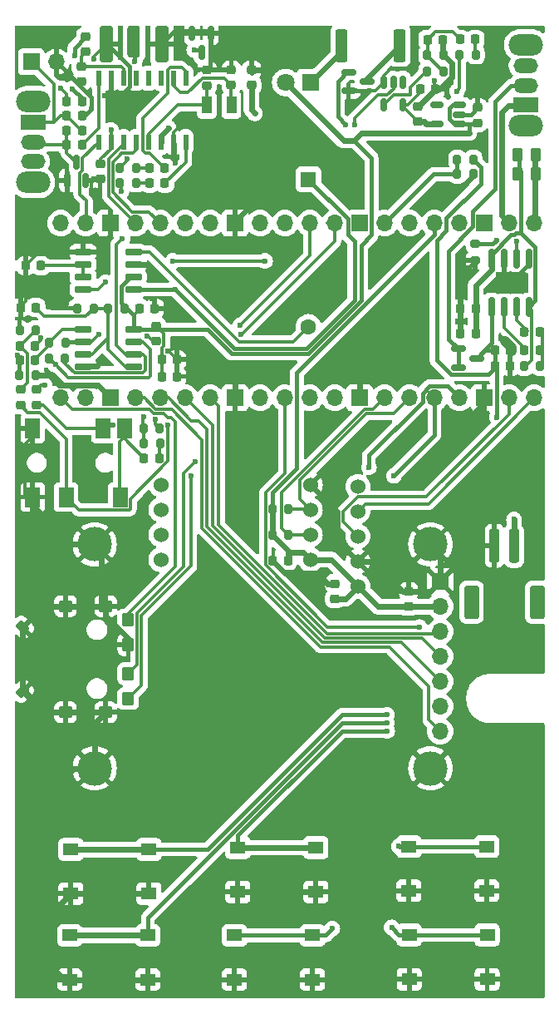
<source format=gbr>
%TF.GenerationSoftware,KiCad,Pcbnew,8.0.5*%
%TF.CreationDate,2024-11-28T19:31:39+00:00*%
%TF.ProjectId,ScoutAM,53636f75-7441-44d2-9e6b-696361645f70,rev?*%
%TF.SameCoordinates,Original*%
%TF.FileFunction,Copper,L1,Top*%
%TF.FilePolarity,Positive*%
%FSLAX46Y46*%
G04 Gerber Fmt 4.6, Leading zero omitted, Abs format (unit mm)*
G04 Created by KiCad (PCBNEW 8.0.5) date 2024-11-28 19:31:39*
%MOMM*%
%LPD*%
G01*
G04 APERTURE LIST*
G04 Aperture macros list*
%AMRoundRect*
0 Rectangle with rounded corners*
0 $1 Rounding radius*
0 $2 $3 $4 $5 $6 $7 $8 $9 X,Y pos of 4 corners*
0 Add a 4 corners polygon primitive as box body*
4,1,4,$2,$3,$4,$5,$6,$7,$8,$9,$2,$3,0*
0 Add four circle primitives for the rounded corners*
1,1,$1+$1,$2,$3*
1,1,$1+$1,$4,$5*
1,1,$1+$1,$6,$7*
1,1,$1+$1,$8,$9*
0 Add four rect primitives between the rounded corners*
20,1,$1+$1,$2,$3,$4,$5,0*
20,1,$1+$1,$4,$5,$6,$7,0*
20,1,$1+$1,$6,$7,$8,$9,0*
20,1,$1+$1,$8,$9,$2,$3,0*%
G04 Aperture macros list end*
%TA.AperFunction,SMDPad,CuDef*%
%ADD10RoundRect,0.250000X0.262500X0.450000X-0.262500X0.450000X-0.262500X-0.450000X0.262500X-0.450000X0*%
%TD*%
%TA.AperFunction,ComponentPad*%
%ADD11R,1.800000X1.800000*%
%TD*%
%TA.AperFunction,ComponentPad*%
%ADD12C,1.800000*%
%TD*%
%TA.AperFunction,SMDPad,CuDef*%
%ADD13RoundRect,0.225000X0.250000X-0.225000X0.250000X0.225000X-0.250000X0.225000X-0.250000X-0.225000X0*%
%TD*%
%TA.AperFunction,SMDPad,CuDef*%
%ADD14RoundRect,0.225000X-0.225000X-0.250000X0.225000X-0.250000X0.225000X0.250000X-0.225000X0.250000X0*%
%TD*%
%TA.AperFunction,SMDPad,CuDef*%
%ADD15RoundRect,0.200000X-0.200000X-0.275000X0.200000X-0.275000X0.200000X0.275000X-0.200000X0.275000X0*%
%TD*%
%TA.AperFunction,SMDPad,CuDef*%
%ADD16RoundRect,0.150000X0.512500X0.150000X-0.512500X0.150000X-0.512500X-0.150000X0.512500X-0.150000X0*%
%TD*%
%TA.AperFunction,SMDPad,CuDef*%
%ADD17RoundRect,0.200000X0.200000X0.275000X-0.200000X0.275000X-0.200000X-0.275000X0.200000X-0.275000X0*%
%TD*%
%TA.AperFunction,SMDPad,CuDef*%
%ADD18RoundRect,0.218750X0.256250X-0.218750X0.256250X0.218750X-0.256250X0.218750X-0.256250X-0.218750X0*%
%TD*%
%TA.AperFunction,SMDPad,CuDef*%
%ADD19RoundRect,0.225000X-0.250000X0.225000X-0.250000X-0.225000X0.250000X-0.225000X0.250000X0.225000X0*%
%TD*%
%TA.AperFunction,SMDPad,CuDef*%
%ADD20RoundRect,0.218750X-0.218750X-0.256250X0.218750X-0.256250X0.218750X0.256250X-0.218750X0.256250X0*%
%TD*%
%TA.AperFunction,SMDPad,CuDef*%
%ADD21RoundRect,0.150000X-0.725000X-0.150000X0.725000X-0.150000X0.725000X0.150000X-0.725000X0.150000X0*%
%TD*%
%TA.AperFunction,SMDPad,CuDef*%
%ADD22RoundRect,0.218750X-0.256250X0.218750X-0.256250X-0.218750X0.256250X-0.218750X0.256250X0.218750X0*%
%TD*%
%TA.AperFunction,SMDPad,CuDef*%
%ADD23RoundRect,0.150000X-0.150000X0.512500X-0.150000X-0.512500X0.150000X-0.512500X0.150000X0.512500X0*%
%TD*%
%TA.AperFunction,SMDPad,CuDef*%
%ADD24RoundRect,0.250000X0.385000X1.350000X-0.385000X1.350000X-0.385000X-1.350000X0.385000X-1.350000X0*%
%TD*%
%TA.AperFunction,SMDPad,CuDef*%
%ADD25RoundRect,0.250000X0.425000X1.600000X-0.425000X1.600000X-0.425000X-1.600000X0.425000X-1.600000X0*%
%TD*%
%TA.AperFunction,SMDPad,CuDef*%
%ADD26R,1.500000X2.000000*%
%TD*%
%TA.AperFunction,SMDPad,CuDef*%
%ADD27RoundRect,0.150000X-0.587500X-0.150000X0.587500X-0.150000X0.587500X0.150000X-0.587500X0.150000X0*%
%TD*%
%TA.AperFunction,SMDPad,CuDef*%
%ADD28RoundRect,0.200000X-0.275000X0.200000X-0.275000X-0.200000X0.275000X-0.200000X0.275000X0.200000X0*%
%TD*%
%TA.AperFunction,SMDPad,CuDef*%
%ADD29R,1.000000X1.800000*%
%TD*%
%TA.AperFunction,SMDPad,CuDef*%
%ADD30RoundRect,0.225000X0.225000X0.250000X-0.225000X0.250000X-0.225000X-0.250000X0.225000X-0.250000X0*%
%TD*%
%TA.AperFunction,SMDPad,CuDef*%
%ADD31R,1.550000X1.300000*%
%TD*%
%TA.AperFunction,SMDPad,CuDef*%
%ADD32RoundRect,0.218750X0.218750X0.256250X-0.218750X0.256250X-0.218750X-0.256250X0.218750X-0.256250X0*%
%TD*%
%TA.AperFunction,SMDPad,CuDef*%
%ADD33RoundRect,0.137500X-0.137500X0.662500X-0.137500X-0.662500X0.137500X-0.662500X0.137500X0.662500X0*%
%TD*%
%TA.AperFunction,ComponentPad*%
%ADD34R,1.600000X1.600000*%
%TD*%
%TA.AperFunction,ComponentPad*%
%ADD35C,1.600000*%
%TD*%
%TA.AperFunction,SMDPad,CuDef*%
%ADD36RoundRect,0.250000X-0.362500X-1.425000X0.362500X-1.425000X0.362500X1.425000X-0.362500X1.425000X0*%
%TD*%
%TA.AperFunction,SMDPad,CuDef*%
%ADD37RoundRect,0.150000X-0.150000X0.825000X-0.150000X-0.825000X0.150000X-0.825000X0.150000X0.825000X0*%
%TD*%
%TA.AperFunction,HeatsinkPad*%
%ADD38R,3.000000X2.290000*%
%TD*%
%TA.AperFunction,SMDPad,CuDef*%
%ADD39RoundRect,0.250000X-0.250000X-1.500000X0.250000X-1.500000X0.250000X1.500000X-0.250000X1.500000X0*%
%TD*%
%TA.AperFunction,SMDPad,CuDef*%
%ADD40RoundRect,0.250001X-0.499999X-1.449999X0.499999X-1.449999X0.499999X1.449999X-0.499999X1.449999X0*%
%TD*%
%TA.AperFunction,SMDPad,CuDef*%
%ADD41RoundRect,0.150000X0.150000X-0.587500X0.150000X0.587500X-0.150000X0.587500X-0.150000X-0.587500X0*%
%TD*%
%TA.AperFunction,ComponentPad*%
%ADD42O,3.500000X2.200000*%
%TD*%
%TA.AperFunction,ComponentPad*%
%ADD43R,2.500000X1.500000*%
%TD*%
%TA.AperFunction,ComponentPad*%
%ADD44O,2.500000X1.500000*%
%TD*%
%TA.AperFunction,SMDPad,CuDef*%
%ADD45RoundRect,0.150000X-0.150000X0.587500X-0.150000X-0.587500X0.150000X-0.587500X0.150000X0.587500X0*%
%TD*%
%TA.AperFunction,ComponentPad*%
%ADD46C,3.500000*%
%TD*%
%TA.AperFunction,ComponentPad*%
%ADD47R,1.700000X1.700000*%
%TD*%
%TA.AperFunction,ComponentPad*%
%ADD48O,1.700000X1.700000*%
%TD*%
%TA.AperFunction,SMDPad,CuDef*%
%ADD49RoundRect,0.120000X0.530000X0.480000X-0.530000X0.480000X-0.530000X-0.480000X0.530000X-0.480000X0*%
%TD*%
%TA.AperFunction,SMDPad,CuDef*%
%ADD50RoundRect,0.085000X-0.604576X-0.123744X-0.123744X-0.604576X0.604576X0.123744X0.123744X0.604576X0*%
%TD*%
%TA.AperFunction,SMDPad,CuDef*%
%ADD51RoundRect,0.085000X0.123744X-0.604576X0.604576X-0.123744X-0.123744X0.604576X-0.604576X0.123744X0*%
%TD*%
%TA.AperFunction,SMDPad,CuDef*%
%ADD52RoundRect,0.120000X-0.480000X0.530000X-0.480000X-0.530000X0.480000X-0.530000X0.480000X0.530000X0*%
%TD*%
%TA.AperFunction,ComponentPad*%
%ADD53C,1.524000*%
%TD*%
%TA.AperFunction,ViaPad*%
%ADD54C,0.600000*%
%TD*%
%TA.AperFunction,Conductor*%
%ADD55C,0.300000*%
%TD*%
%TA.AperFunction,Conductor*%
%ADD56C,0.600000*%
%TD*%
%TA.AperFunction,Conductor*%
%ADD57C,0.400000*%
%TD*%
%TA.AperFunction,Conductor*%
%ADD58C,1.000000*%
%TD*%
%TA.AperFunction,Conductor*%
%ADD59C,0.200000*%
%TD*%
G04 APERTURE END LIST*
D10*
%TO.P,R2,1*%
%TO.N,+5V*%
X123592500Y-65570000D03*
%TO.P,R2,2*%
%TO.N,Net-(U2-CE)*%
X121767500Y-65570000D03*
%TD*%
%TO.P,R1,1*%
%TO.N,+5V*%
X123592500Y-63640000D03*
%TO.P,R1,2*%
%TO.N,Net-(U2-CE)*%
X121767500Y-63640000D03*
%TD*%
D11*
%TO.P,D3,1,K*%
%TO.N,Net-(D3-K)*%
X100655000Y-56295000D03*
D12*
%TO.P,D3,2,A*%
%TO.N,VSW*%
X98115000Y-56295000D03*
%TD*%
D13*
%TO.P,C26,1*%
%TO.N,+3.3VA*%
X94650000Y-56575000D03*
%TO.P,C26,2*%
%TO.N,GND*%
X94650000Y-55025000D03*
%TD*%
D14*
%TO.P,C11,1*%
%TO.N,Net-(C11-Pad1)*%
X70990000Y-84590000D03*
%TO.P,C11,2*%
%TO.N,Net-(C11-Pad2)*%
X72540000Y-84590000D03*
%TD*%
D15*
%TO.P,R9,1*%
%TO.N,+3.3V*%
X96755000Y-99740000D03*
%TO.P,R9,2*%
%TO.N,/SDA*%
X98405000Y-99740000D03*
%TD*%
D16*
%TO.P,U5,1,IN*%
%TO.N,VSW*%
X115810000Y-60500000D03*
%TO.P,U5,2,GND*%
%TO.N,GND*%
X115810000Y-59550000D03*
%TO.P,U5,3,EN*%
%TO.N,VSW*%
X115810000Y-58600000D03*
%TO.P,U5,4,NC*%
%TO.N,unconnected-(U5-NC-Pad4)*%
X113535000Y-58600000D03*
%TO.P,U5,5,OUT*%
%TO.N,+3.3VA*%
X113535000Y-60500000D03*
%TD*%
D14*
%TO.P,C28,1*%
%TO.N,+3.3VA*%
X111815000Y-57000000D03*
%TO.P,C28,2*%
%TO.N,GND*%
X113365000Y-57000000D03*
%TD*%
D17*
%TO.P,R6,1*%
%TO.N,VSW*%
X81655000Y-79300000D03*
%TO.P,R6,2*%
%TO.N,Net-(U3A-+)*%
X80005000Y-79300000D03*
%TD*%
D15*
%TO.P,R15,1*%
%TO.N,Net-(U7-IN-)*%
X83645000Y-93040000D03*
%TO.P,R15,2*%
%TO.N,Net-(C17-Pad1)*%
X85295000Y-93040000D03*
%TD*%
D18*
%TO.P,L3,1,1*%
%TO.N,GND*%
X77270000Y-56227500D03*
%TO.P,L3,2,2*%
%TO.N,Net-(U6-FMI)*%
X77270000Y-54652500D03*
%TD*%
D13*
%TO.P,C16,1*%
%TO.N,VSW*%
X117660000Y-60415000D03*
%TO.P,C16,2*%
%TO.N,GND*%
X117660000Y-58865000D03*
%TD*%
D14*
%TO.P,C10,1*%
%TO.N,VBAT*%
X119465000Y-85190000D03*
%TO.P,C10,2*%
%TO.N,GND*%
X121015000Y-85190000D03*
%TD*%
D19*
%TO.P,C14,1*%
%TO.N,+3.3VA*%
X79270000Y-64570000D03*
%TO.P,C14,2*%
%TO.N,GND*%
X79270000Y-66120000D03*
%TD*%
D20*
%TO.P,L4,1,1*%
%TO.N,Net-(SW9-C)*%
X75772500Y-58200000D03*
%TO.P,L4,2,2*%
%TO.N,Net-(J4-In)*%
X77347500Y-58200000D03*
%TD*%
D15*
%TO.P,R12,1*%
%TO.N,Net-(C12-Pad2)*%
X73975000Y-84360000D03*
%TO.P,R12,2*%
%TO.N,/LAUD*%
X75625000Y-84360000D03*
%TD*%
D21*
%TO.P,U3,1*%
%TO.N,Net-(C11-Pad2)*%
X77490000Y-81420000D03*
%TO.P,U3,2,-*%
%TO.N,/RAUD*%
X77490000Y-82690000D03*
%TO.P,U3,3,+*%
%TO.N,Net-(U3A-+)*%
X77490000Y-83960000D03*
%TO.P,U3,4,VSS*%
%TO.N,GND*%
X77490000Y-85230000D03*
%TO.P,U3,5,+*%
%TO.N,Net-(U3A-+)*%
X82640000Y-85230000D03*
%TO.P,U3,6,-*%
%TO.N,/LAUD*%
X82640000Y-83960000D03*
%TO.P,U3,7*%
%TO.N,Net-(C12-Pad2)*%
X82640000Y-82690000D03*
%TO.P,U3,8,V+*%
%TO.N,VSW*%
X82640000Y-81420000D03*
%TD*%
D22*
%TO.P,L1,1,1*%
%TO.N,Net-(C11-Pad1)*%
X72690000Y-87552500D03*
%TO.P,L1,2,2*%
%TO.N,/RAMP*%
X72690000Y-89127500D03*
%TD*%
D17*
%TO.P,R7,1*%
%TO.N,Net-(U3A-+)*%
X78525000Y-79280000D03*
%TO.P,R7,2*%
%TO.N,GND*%
X76875000Y-79280000D03*
%TD*%
D13*
%TO.P,C23,1*%
%TO.N,GND*%
X84910000Y-82635000D03*
%TO.P,C23,2*%
%TO.N,VSW*%
X84910000Y-81085000D03*
%TD*%
D15*
%TO.P,R3,1*%
%TO.N,Net-(U2-CE)*%
X122415000Y-85190000D03*
%TO.P,R3,2*%
%TO.N,Net-(D1-A)*%
X124065000Y-85190000D03*
%TD*%
D14*
%TO.P,C29,1*%
%TO.N,Net-(C29-Pad1)*%
X112575000Y-51930000D03*
%TO.P,C29,2*%
%TO.N,GND*%
X114125000Y-51930000D03*
%TD*%
D23*
%TO.P,U8,1,NC*%
%TO.N,unconnected-(U8-NC-Pad1)*%
X110050000Y-56270000D03*
%TO.P,U8,2*%
%TO.N,/PWM*%
X109100000Y-56270000D03*
%TO.P,U8,3,GND*%
%TO.N,GND*%
X108150000Y-56270000D03*
%TO.P,U8,4*%
%TO.N,Net-(R20-Pad2)*%
X108150000Y-58545000D03*
%TO.P,U8,5,VCC*%
%TO.N,+3.3VA*%
X110050000Y-58545000D03*
%TD*%
D24*
%TO.P,J4,1,In*%
%TO.N,Net-(J4-In)*%
X82660000Y-52160000D03*
D25*
%TO.P,J4,2,Ext*%
%TO.N,GND*%
X79835000Y-52410000D03*
X85485000Y-52410000D03*
%TD*%
D26*
%TO.P,J3,2*%
%TO.N,GND*%
X72330000Y-98500000D03*
%TO.P,J3,3*%
X72330000Y-91500000D03*
%TO.P,J3,4*%
%TO.N,/LAMP*%
X75730000Y-98500000D03*
%TO.P,J3,5*%
%TO.N,/RAMP*%
X79530000Y-91500000D03*
%TO.P,J3,6*%
%TO.N,Net-(C17-Pad2)*%
X81230000Y-98500000D03*
%TO.P,J3,7*%
X81730000Y-91500000D03*
%TD*%
D17*
%TO.P,R14,1*%
%TO.N,Net-(C12-Pad1)*%
X72635000Y-81480000D03*
%TO.P,R14,2*%
%TO.N,GND*%
X70985000Y-81480000D03*
%TD*%
D27*
%TO.P,Q2,1,G*%
%TO.N,/TORCH*%
X104512500Y-55270000D03*
%TO.P,Q2,2,S*%
%TO.N,GND*%
X104512500Y-57170000D03*
%TO.P,Q2,3,D*%
%TO.N,Net-(Q2-D)*%
X106387500Y-56220000D03*
%TD*%
D13*
%TO.P,C15,1*%
%TO.N,Net-(U6-GPO3{slash}[DCLK])*%
X92570000Y-56565000D03*
%TO.P,C15,2*%
%TO.N,GND*%
X92570000Y-55015000D03*
%TD*%
D28*
%TO.P,R8,1*%
%TO.N,Net-(U2-PROG)*%
X117430000Y-72745000D03*
%TO.P,R8,2*%
%TO.N,GND*%
X117430000Y-74395000D03*
%TD*%
D29*
%TO.P,Y1,1,1*%
%TO.N,Net-(U6-RCLK)*%
X90080000Y-58610000D03*
%TO.P,Y1,2,2*%
%TO.N,Net-(U6-GPO3{slash}[DCLK])*%
X92580000Y-58610000D03*
%TD*%
D14*
%TO.P,C12,1*%
%TO.N,Net-(C12-Pad1)*%
X71015000Y-83120000D03*
%TO.P,C12,2*%
%TO.N,Net-(C12-Pad2)*%
X72565000Y-83120000D03*
%TD*%
%TO.P,C20,1*%
%TO.N,Net-(C20-Pad1)*%
X84245000Y-66540000D03*
%TO.P,C20,2*%
%TO.N,Net-(U6-ROUT{slash}[DOUT])*%
X85795000Y-66540000D03*
%TD*%
D30*
%TO.P,C2,1*%
%TO.N,Net-(U2-CE)*%
X117480000Y-81870000D03*
%TO.P,C2,2*%
%TO.N,GND*%
X115930000Y-81870000D03*
%TD*%
%TO.P,C7,1*%
%TO.N,Net-(U3A-+)*%
X72665000Y-79200000D03*
%TO.P,C7,2*%
%TO.N,GND*%
X71115000Y-79200000D03*
%TD*%
D31*
%TO.P,SW3,1,1*%
%TO.N,/AGC*%
X110660000Y-134070000D03*
X118610000Y-134070000D03*
%TO.P,SW3,2,2*%
%TO.N,GND*%
X110660000Y-138570000D03*
X118610000Y-138570000D03*
%TD*%
D32*
%TO.P,L5,1,1*%
%TO.N,GND*%
X77357500Y-59680000D03*
%TO.P,L5,2,2*%
%TO.N,Net-(J5-Pin_1)*%
X75782500Y-59680000D03*
%TD*%
D15*
%TO.P,R11,1*%
%TO.N,Net-(C11-Pad2)*%
X73995000Y-82790000D03*
%TO.P,R11,2*%
%TO.N,/RAUD*%
X75645000Y-82790000D03*
%TD*%
D33*
%TO.P,U6,1,LOUT/[DFS]*%
%TO.N,Net-(U6-LOUT{slash}[DFS])*%
X87920000Y-55870000D03*
%TO.P,U6,2,GPO3/[DCLK]*%
%TO.N,Net-(U6-GPO3{slash}[DCLK])*%
X86650000Y-55870000D03*
%TO.P,U6,3,GPO2/[~{INT}]*%
%TO.N,unconnected-(U6-GPO2{slash}[~{INT}]-Pad3)*%
X85380000Y-55870000D03*
%TO.P,U6,4,GPO1*%
%TO.N,unconnected-(U6-GPO1-Pad4)*%
X84110000Y-55870000D03*
%TO.P,U6,5,NC*%
%TO.N,unconnected-(U6-NC-Pad5)*%
X82840000Y-55870000D03*
%TO.P,U6,6,FMI*%
%TO.N,Net-(U6-FMI)*%
X81570000Y-55870000D03*
%TO.P,U6,7,RFGND*%
%TO.N,GND*%
X80300000Y-55870000D03*
%TO.P,U6,8,AMI*%
%TO.N,Net-(U6-AMI)*%
X79030000Y-55870000D03*
%TO.P,U6,9,~{RST}*%
%TO.N,/RST*%
X79030000Y-62370000D03*
%TO.P,U6,10,~{SEN}*%
%TO.N,+3.3VA*%
X80300000Y-62370000D03*
%TO.P,U6,11,SCLK*%
%TO.N,/SC*%
X81570000Y-62370000D03*
%TO.P,U6,12,SDIO*%
%TO.N,/SD*%
X82840000Y-62370000D03*
%TO.P,U6,13,RCLK*%
%TO.N,Net-(U6-RCLK)*%
X84110000Y-62370000D03*
%TO.P,U6,14,VDD*%
%TO.N,+3.3VA*%
X85380000Y-62370000D03*
%TO.P,U6,15,GND*%
%TO.N,GND*%
X86650000Y-62370000D03*
%TO.P,U6,16,ROUT/[DOUT]*%
%TO.N,Net-(U6-ROUT{slash}[DOUT])*%
X87920000Y-62370000D03*
%TD*%
D31*
%TO.P,SW5,1,1*%
%TO.N,/MODE*%
X92905000Y-143110000D03*
X100855000Y-143110000D03*
%TO.P,SW5,2,2*%
%TO.N,GND*%
X92905000Y-147610000D03*
X100855000Y-147610000D03*
%TD*%
D19*
%TO.P,C1,1*%
%TO.N,GND*%
X110640000Y-108095000D03*
%TO.P,C1,2*%
%TO.N,+3.3V*%
X110640000Y-109645000D03*
%TD*%
D17*
%TO.P,R16,1*%
%TO.N,Net-(U7-Vo1)*%
X85280000Y-91550000D03*
%TO.P,R16,2*%
%TO.N,Net-(U7-IN-)*%
X83630000Y-91550000D03*
%TD*%
D14*
%TO.P,C27,1*%
%TO.N,Net-(SW9-B)*%
X75805000Y-61170000D03*
%TO.P,C27,2*%
%TO.N,Net-(J5-Pin_1)*%
X77355000Y-61170000D03*
%TD*%
D34*
%TO.P,LS1,1,1*%
%TO.N,Net-(U7-Vo1)*%
X100430000Y-66170000D03*
D35*
%TO.P,LS1,2,2*%
%TO.N,Net-(U7-Vo2)*%
X100430000Y-81170000D03*
%TD*%
D30*
%TO.P,C3,1*%
%TO.N,Net-(U2-CE)*%
X117480000Y-79360000D03*
%TO.P,C3,2*%
%TO.N,GND*%
X115930000Y-79360000D03*
%TD*%
D31*
%TO.P,SW4,1,1*%
%TO.N,/VOL*%
X76110000Y-143110000D03*
X84060000Y-143110000D03*
%TO.P,SW4,2,2*%
%TO.N,GND*%
X76110000Y-147610000D03*
X84060000Y-147610000D03*
%TD*%
D36*
%TO.P,R19,1*%
%TO.N,Net-(D3-K)*%
X103817500Y-52530000D03*
%TO.P,R19,2*%
%TO.N,Net-(Q2-D)*%
X109742500Y-52530000D03*
%TD*%
D37*
%TO.P,U2,1,TEMP*%
%TO.N,GND*%
X122905000Y-74205000D03*
%TO.P,U2,2,PROG*%
%TO.N,Net-(U2-PROG)*%
X121635000Y-74205000D03*
%TO.P,U2,3,GND*%
%TO.N,GND*%
X120365000Y-74205000D03*
%TO.P,U2,4,VCC*%
%TO.N,Net-(U2-CE)*%
X119095000Y-74205000D03*
%TO.P,U2,5,BAT*%
%TO.N,VBAT*%
X119095000Y-79155000D03*
%TO.P,U2,6,~{STDBY}*%
%TO.N,Net-(D2-K)*%
X120365000Y-79155000D03*
%TO.P,U2,7,~{CHRG}*%
%TO.N,Net-(D1-K)*%
X121635000Y-79155000D03*
%TO.P,U2,8,CE*%
%TO.N,Net-(U2-CE)*%
X122905000Y-79155000D03*
D38*
%TO.P,U2,9,PP*%
%TO.N,GND*%
X121000000Y-76680000D03*
%TD*%
D13*
%TO.P,C19,1*%
%TO.N,+3.3VA*%
X111620000Y-60285000D03*
%TO.P,C19,2*%
%TO.N,GND*%
X111620000Y-58735000D03*
%TD*%
D15*
%TO.P,R18,1*%
%TO.N,/LAUD*%
X81210000Y-65000000D03*
%TO.P,R18,2*%
%TO.N,Net-(C21-Pad1)*%
X82860000Y-65000000D03*
%TD*%
D31*
%TO.P,SW2,1,1*%
%TO.N,/BAND*%
X93240000Y-134180000D03*
X101190000Y-134180000D03*
%TO.P,SW2,2,2*%
%TO.N,GND*%
X93240000Y-138680000D03*
X101190000Y-138680000D03*
%TD*%
%TO.P,SW1,1,1*%
%TO.N,/BW*%
X76210000Y-134360000D03*
X84160000Y-134360000D03*
%TO.P,SW1,2,2*%
%TO.N,GND*%
X76210000Y-138860000D03*
X84160000Y-138860000D03*
%TD*%
D39*
%TO.P,J2,1,Pin_1*%
%TO.N,GND*%
X119400000Y-103450000D03*
%TO.P,J2,2,Pin_2*%
%TO.N,VBAT*%
X121400000Y-103450000D03*
D40*
%TO.P,J2,MP*%
%TO.N,N/C*%
X117050000Y-109200000D03*
X123750000Y-109200000D03*
%TD*%
D17*
%TO.P,R4,1*%
%TO.N,VBAT*%
X117245000Y-64140000D03*
%TO.P,R4,2*%
%TO.N,/BVOLTS*%
X115595000Y-64140000D03*
%TD*%
D41*
%TO.P,D5,1,K*%
%TO.N,GND*%
X75830000Y-66295000D03*
%TO.P,D5,2,A*%
X77730000Y-66295000D03*
%TO.P,D5,3,K*%
%TO.N,Net-(SW9-B)*%
X76780000Y-64420000D03*
%TD*%
D42*
%TO.P,SW9,*%
%TO.N,*%
X72360000Y-58260000D03*
X72360000Y-66460000D03*
D43*
%TO.P,SW9,1,A*%
%TO.N,Net-(J5-Pin_1)*%
X72360000Y-60360000D03*
D44*
%TO.P,SW9,2,B*%
%TO.N,Net-(SW9-B)*%
X72360000Y-62360000D03*
%TO.P,SW9,3,C*%
%TO.N,Net-(SW9-C)*%
X72360000Y-64360000D03*
%TD*%
D14*
%TO.P,C25,1*%
%TO.N,Net-(SW9-B)*%
X75805000Y-62670000D03*
%TO.P,C25,2*%
%TO.N,Net-(U6-AMI)*%
X77355000Y-62670000D03*
%TD*%
D31*
%TO.P,SW6,1,1*%
%TO.N,/STEP*%
X110700000Y-143070000D03*
X118650000Y-143070000D03*
%TO.P,SW6,2,2*%
%TO.N,GND*%
X110700000Y-147570000D03*
X118650000Y-147570000D03*
%TD*%
D19*
%TO.P,C24,1*%
%TO.N,Net-(J4-In)*%
X77730000Y-51635000D03*
%TO.P,C24,2*%
%TO.N,Net-(U6-FMI)*%
X77730000Y-53185000D03*
%TD*%
D30*
%TO.P,C6,1*%
%TO.N,GND*%
X87030000Y-86220000D03*
%TO.P,C6,2*%
%TO.N,VSW*%
X85480000Y-86220000D03*
%TD*%
D15*
%TO.P,R5,1*%
%TO.N,/BVOLTS*%
X115595000Y-65630000D03*
%TO.P,R5,2*%
%TO.N,GND*%
X117245000Y-65630000D03*
%TD*%
%TO.P,R13,1*%
%TO.N,Net-(C11-Pad1)*%
X70975000Y-86060000D03*
%TO.P,R13,2*%
%TO.N,GND*%
X72625000Y-86060000D03*
%TD*%
%TO.P,R10,1*%
%TO.N,+3.3V*%
X96745000Y-102330000D03*
%TO.P,R10,2*%
%TO.N,/SCL*%
X98395000Y-102330000D03*
%TD*%
D14*
%TO.P,C9,1*%
%TO.N,VBAT*%
X119445000Y-83570000D03*
%TO.P,C9,2*%
%TO.N,GND*%
X120995000Y-83570000D03*
%TD*%
D42*
%TO.P,SW8,*%
%TO.N,*%
X122600000Y-60690000D03*
X122600000Y-52490000D03*
D43*
%TO.P,SW8,1,A*%
%TO.N,VSW*%
X122600000Y-58590000D03*
D44*
%TO.P,SW8,2,B*%
%TO.N,VSYS*%
X122600000Y-56590000D03*
%TO.P,SW8,3,C*%
%TO.N,unconnected-(SW8-C-Pad3)*%
X122600000Y-54590000D03*
%TD*%
D22*
%TO.P,L2,1,1*%
%TO.N,Net-(C12-Pad1)*%
X71080000Y-87542500D03*
%TO.P,L2,2,2*%
%TO.N,/LAMP*%
X71080000Y-89117500D03*
%TD*%
D20*
%TO.P,D2,1,K*%
%TO.N,Net-(D2-K)*%
X122425000Y-83590000D03*
%TO.P,D2,2,A*%
%TO.N,Net-(D1-A)*%
X124000000Y-83590000D03*
%TD*%
D27*
%TO.P,Q1,1,G*%
%TO.N,VSYS*%
X115700000Y-83420000D03*
%TO.P,Q1,2,S*%
X115700000Y-85320000D03*
%TO.P,Q1,3,D*%
%TO.N,VBAT*%
X117575000Y-84370000D03*
%TD*%
D15*
%TO.P,R21,1*%
%TO.N,Net-(C29-Pad1)*%
X112535000Y-53530000D03*
%TO.P,R21,2*%
%TO.N,GND*%
X114185000Y-53530000D03*
%TD*%
D14*
%TO.P,C5,1*%
%TO.N,VSW*%
X85480000Y-84510000D03*
%TO.P,C5,2*%
%TO.N,GND*%
X87030000Y-84510000D03*
%TD*%
D15*
%TO.P,R22,1*%
%TO.N,Net-(U7-IN-)*%
X115850000Y-53470000D03*
%TO.P,R22,2*%
%TO.N,/PAUD*%
X117500000Y-53470000D03*
%TD*%
D45*
%TO.P,D4,1,K*%
%TO.N,GND*%
X90480000Y-51330000D03*
%TO.P,D4,2,A*%
X88580000Y-51330000D03*
%TO.P,D4,3,K*%
%TO.N,Net-(J4-In)*%
X89530000Y-53205000D03*
%TD*%
D30*
%TO.P,C8,1*%
%TO.N,+3.3V*%
X98345000Y-104960000D03*
%TO.P,C8,2*%
%TO.N,GND*%
X96795000Y-104960000D03*
%TD*%
D13*
%TO.P,C13,1*%
%TO.N,Net-(U6-RCLK)*%
X90090000Y-56595000D03*
%TO.P,C13,2*%
%TO.N,GND*%
X90090000Y-55045000D03*
%TD*%
D46*
%TO.P,J1,1,Pin_1*%
%TO.N,GND*%
X112860000Y-103320000D03*
X78640000Y-103320000D03*
D47*
X113860000Y-107090000D03*
D46*
X112860000Y-126100000D03*
X78640000Y-126100000D03*
D48*
%TO.P,J1,2,Pin_2*%
%TO.N,+3.3V*%
X113860000Y-109630000D03*
%TO.P,J1,3,Pin_3*%
%TO.N,/SCK*%
X113860000Y-112170000D03*
%TO.P,J1,4,Pin_4*%
%TO.N,/MOSI*%
X113860000Y-114710000D03*
%TO.P,J1,5,Pin_5*%
%TO.N,/RESET*%
X113860000Y-117250000D03*
%TO.P,J1,6,Pin_6*%
%TO.N,/DC*%
X113860000Y-119790000D03*
%TO.P,J1,7,Pin_7*%
%TO.N,/BL*%
X113860000Y-122330000D03*
%TD*%
D15*
%TO.P,R17,1*%
%TO.N,/RAUD*%
X81195000Y-66520000D03*
%TO.P,R17,2*%
%TO.N,Net-(C20-Pad1)*%
X82845000Y-66520000D03*
%TD*%
D20*
%TO.P,D1,1,K*%
%TO.N,Net-(D1-K)*%
X122445000Y-81680000D03*
%TO.P,D1,2,A*%
%TO.N,Net-(D1-A)*%
X124020000Y-81680000D03*
%TD*%
D14*
%TO.P,C21,1*%
%TO.N,Net-(C21-Pad1)*%
X84230000Y-65020000D03*
%TO.P,C21,2*%
%TO.N,Net-(U6-LOUT{slash}[DFS])*%
X85780000Y-65020000D03*
%TD*%
D17*
%TO.P,R20,1*%
%TO.N,Net-(C29-Pad1)*%
X114185000Y-55200000D03*
%TO.P,R20,2*%
%TO.N,Net-(R20-Pad2)*%
X112535000Y-55200000D03*
%TD*%
D13*
%TO.P,C4,1*%
%TO.N,+3.3V*%
X103110000Y-108855000D03*
%TO.P,C4,2*%
%TO.N,GND*%
X103110000Y-107305000D03*
%TD*%
D21*
%TO.P,U7,1,SDN*%
%TO.N,GND*%
X77455000Y-73550000D03*
%TO.P,U7,2,BYP*%
%TO.N,Net-(U7-BYP)*%
X77455000Y-74820000D03*
%TO.P,U7,3,IN+*%
X77455000Y-76090000D03*
%TO.P,U7,4,IN-*%
%TO.N,Net-(U7-IN-)*%
X77455000Y-77360000D03*
%TO.P,U7,5,Vo1*%
%TO.N,Net-(U7-Vo1)*%
X82605000Y-77360000D03*
%TO.P,U7,6,VCC*%
%TO.N,VSW*%
X82605000Y-76090000D03*
%TO.P,U7,7,GND*%
%TO.N,GND*%
X82605000Y-74820000D03*
%TO.P,U7,8,Vo2*%
%TO.N,Net-(U7-Vo2)*%
X82605000Y-73550000D03*
%TD*%
D30*
%TO.P,C30,1*%
%TO.N,/PAUD*%
X117435000Y-51920000D03*
%TO.P,C30,2*%
%TO.N,Net-(C29-Pad1)*%
X115885000Y-51920000D03*
%TD*%
D49*
%TO.P,SW7,0,MP*%
%TO.N,GND*%
X75670001Y-120399985D03*
X79770001Y-120399985D03*
D50*
X71270001Y-118252675D03*
D51*
X71270000Y-111747325D03*
D49*
X75670001Y-109599985D03*
X79770001Y-109599985D03*
D52*
%TO.P,SW7,1,A*%
%TO.N,/ENC_A*%
X82070001Y-118999985D03*
%TO.P,SW7,2,S1*%
%TO.N,/ENC_SW*%
X82070001Y-116474985D03*
%TO.P,SW7,3,C*%
%TO.N,GND*%
X82070001Y-113524985D03*
%TO.P,SW7,4,B*%
%TO.N,/ENC_B*%
X82070001Y-110999985D03*
%TD*%
D30*
%TO.P,C17,1*%
%TO.N,Net-(C17-Pad1)*%
X85225000Y-94520000D03*
%TO.P,C17,2*%
%TO.N,Net-(C17-Pad2)*%
X83675000Y-94520000D03*
%TD*%
%TO.P,C18,1*%
%TO.N,Net-(U7-BYP)*%
X73165000Y-74940000D03*
%TO.P,C18,2*%
%TO.N,GND*%
X71615000Y-74940000D03*
%TD*%
D14*
%TO.P,C22,1*%
%TO.N,VSW*%
X83205000Y-79300000D03*
%TO.P,C22,2*%
%TO.N,GND*%
X84755000Y-79300000D03*
%TD*%
D47*
%TO.P,J5,1,Pin_1*%
%TO.N,Net-(J5-Pin_1)*%
X72185000Y-54205000D03*
D48*
%TO.P,J5,2,Pin_2*%
%TO.N,GND*%
X74725000Y-54205000D03*
%TD*%
D53*
%TO.P,U1,1,VCC*%
%TO.N,+3.3V*%
X105480000Y-107580000D03*
%TO.P,U1,2,GND*%
%TO.N,GND*%
X105480000Y-105040000D03*
%TO.P,U1,3,TX*%
%TO.N,/RX*%
X105480000Y-102500000D03*
%TO.P,U1,4,RX*%
%TO.N,/TX*%
X105480000Y-99960000D03*
%TO.P,U1,5,1PPS*%
%TO.N,unconnected-(U1-1PPS-Pad5)*%
X105480000Y-97420000D03*
%TD*%
%TO.P,U4,1,GND*%
%TO.N,GND*%
X100620000Y-97240000D03*
%TO.P,U4,2,SDA*%
%TO.N,/SDA*%
X100620000Y-99780000D03*
%TO.P,U4,3,SCL*%
%TO.N,/SCL*%
X100620000Y-102320000D03*
%TO.P,U4,4,Vcc*%
%TO.N,+3.3V*%
X100620000Y-104860000D03*
%TO.P,U4,5,RDY*%
%TO.N,unconnected-(U4-RDY-Pad5)*%
X85380000Y-97240000D03*
%TO.P,U4,6,INT1*%
%TO.N,unconnected-(U4-INT1-Pad6)*%
X85380000Y-99780000D03*
%TO.P,U4,7,INT2*%
%TO.N,unconnected-(U4-INT2-Pad7)*%
X85380000Y-102320000D03*
%TO.P,U4,8,ADDR*%
%TO.N,unconnected-(U4-ADDR-Pad8)*%
X85380000Y-104860000D03*
%TD*%
D48*
%TO.P,A1,1,GPIO0*%
%TO.N,/TX*%
X123440000Y-88400000D03*
%TO.P,A1,2,GPIO1*%
%TO.N,/RX*%
X120900000Y-88400000D03*
D47*
%TO.P,A1,3,GND*%
%TO.N,GND*%
X118360000Y-88400000D03*
D48*
%TO.P,A1,4,GPIO2*%
%TO.N,/BW*%
X115820000Y-88400000D03*
%TO.P,A1,5,GPIO3*%
%TO.N,/BAND*%
X113280000Y-88400000D03*
%TO.P,A1,6,GPIO4*%
%TO.N,/SDA*%
X110740000Y-88400000D03*
%TO.P,A1,7,GPIO5*%
%TO.N,/SCL*%
X108200000Y-88400000D03*
D47*
%TO.P,A1,8,GND*%
%TO.N,GND*%
X105660000Y-88400000D03*
D48*
%TO.P,A1,9,GPIO6*%
%TO.N,/AGC*%
X103120000Y-88400000D03*
%TO.P,A1,10,GPIO7*%
%TO.N,/VOL*%
X100580000Y-88400000D03*
%TO.P,A1,11,GPIO8*%
%TO.N,/DC*%
X98040000Y-88400000D03*
%TO.P,A1,12,GPIO9*%
%TO.N,/ENC_SW*%
X95500000Y-88400000D03*
D47*
%TO.P,A1,13,GND*%
%TO.N,GND*%
X92960000Y-88400000D03*
D48*
%TO.P,A1,14,GPIO10*%
%TO.N,/SCK*%
X90420000Y-88400000D03*
%TO.P,A1,15,GPIO11*%
%TO.N,/MOSI*%
X87880000Y-88400000D03*
%TO.P,A1,16,GPIO12*%
%TO.N,/RESET*%
X85340000Y-88400000D03*
%TO.P,A1,17,GPIO13*%
%TO.N,/BL*%
X82800000Y-88400000D03*
D47*
%TO.P,A1,18,GND*%
%TO.N,GND*%
X80260000Y-88400000D03*
D48*
%TO.P,A1,19,GPIO14*%
%TO.N,/ENC_A*%
X77720000Y-88400000D03*
%TO.P,A1,20,GPIO15*%
%TO.N,/ENC_B*%
X75180000Y-88400000D03*
%TO.P,A1,21,GPIO16*%
%TO.N,/TORCH*%
X75180000Y-70620000D03*
%TO.P,A1,22,GPIO17*%
%TO.N,/RST*%
X77720000Y-70620000D03*
D47*
%TO.P,A1,23,GND*%
%TO.N,GND*%
X80260000Y-70620000D03*
D48*
%TO.P,A1,24,GPIO18*%
%TO.N,/SC*%
X82800000Y-70620000D03*
%TO.P,A1,25,GPIO19*%
%TO.N,/SD*%
X85340000Y-70620000D03*
%TO.P,A1,26,GPIO20*%
%TO.N,/PWM*%
X87880000Y-70620000D03*
%TO.P,A1,27,GPIO21*%
%TO.N,/MODE*%
X90420000Y-70620000D03*
D47*
%TO.P,A1,28,GND*%
%TO.N,GND*%
X92960000Y-70620000D03*
D48*
%TO.P,A1,29,GPIO22*%
%TO.N,/STEP*%
X95500000Y-70620000D03*
%TO.P,A1,30,RUN*%
%TO.N,unconnected-(A1-RUN-Pad30)*%
X98040000Y-70620000D03*
%TO.P,A1,31,GPIO26_ADC0*%
%TO.N,/LAMP*%
X100580000Y-70620000D03*
%TO.P,A1,32,GPIO27_ADC1*%
%TO.N,/RAMP*%
X103120000Y-70620000D03*
D47*
%TO.P,A1,33,AGND*%
%TO.N,unconnected-(A1-AGND-Pad33)*%
X105660000Y-70620000D03*
D48*
%TO.P,A1,34,GPIO28_ADC2*%
%TO.N,/BVOLTS*%
X108200000Y-70620000D03*
%TO.P,A1,35,ADC_VREF*%
%TO.N,unconnected-(A1-ADC_VREF-Pad35)*%
X110740000Y-70620000D03*
%TO.P,A1,36,3V3*%
%TO.N,+3.3V*%
X113280000Y-70620000D03*
%TO.P,A1,37,3V3_EN*%
%TO.N,unconnected-(A1-3V3_EN-Pad37)*%
X115820000Y-70620000D03*
D47*
%TO.P,A1,38,GND*%
%TO.N,GND*%
X118360000Y-70620000D03*
D48*
%TO.P,A1,39,VSYS*%
%TO.N,VSW*%
X120900000Y-70620000D03*
%TO.P,A1,40,VBUS*%
%TO.N,+5V*%
X123440000Y-70620000D03*
%TD*%
D54*
%TO.N,GND*%
X77970000Y-96650000D03*
X98670000Y-79110000D03*
X98790000Y-72890000D03*
%TO.N,/LAMP*%
X86114911Y-91135121D03*
X93490000Y-81010000D03*
%TO.N,/RAMP*%
X80529998Y-91140000D03*
X93570000Y-81970000D03*
%TO.N,GND*%
X84020000Y-82110000D03*
X95990000Y-76510000D03*
X73880000Y-78920000D03*
X71880000Y-56110000D03*
X108860000Y-73190000D03*
X81520000Y-59320000D03*
X118710000Y-77390000D03*
X115800000Y-67190000D03*
X81200000Y-52410000D03*
X109530000Y-54940000D03*
X116780000Y-75200000D03*
X87480000Y-73410000D03*
X95650000Y-91790000D03*
X91350000Y-54260000D03*
X113310000Y-56080000D03*
X87220000Y-68820000D03*
X109560000Y-63970000D03*
X92269278Y-90171785D03*
X78320000Y-67270000D03*
X108020000Y-91190000D03*
X120450000Y-82650000D03*
X79920000Y-72230000D03*
X116360000Y-90920000D03*
X86830000Y-64480000D03*
X74700000Y-51700000D03*
X101320000Y-106240000D03*
X86100000Y-83670000D03*
X95620000Y-66190000D03*
X79680000Y-57620000D03*
X84700000Y-75670000D03*
X78340000Y-58960000D03*
X84490000Y-78300000D03*
X115930000Y-77450000D03*
X78550000Y-53900000D03*
X105650000Y-85720000D03*
X92930000Y-86590000D03*
X117660000Y-57730000D03*
X75460000Y-55750000D03*
X87250000Y-52470000D03*
X101320000Y-92780000D03*
X106670000Y-57170000D03*
X73990000Y-86060000D03*
X87700000Y-60340000D03*
X90684975Y-64145025D03*
X78880000Y-85200000D03*
X94580000Y-68820000D03*
X95880000Y-55010000D03*
X84080000Y-52410000D03*
%TO.N,VSW*%
X116810000Y-61450000D03*
%TO.N,Net-(C12-Pad2)*%
X74647500Y-85032500D03*
X73159870Y-82319659D03*
%TO.N,+3.3VA*%
X112432831Y-60500036D03*
X86170000Y-60920000D03*
X80300000Y-61150000D03*
X94960000Y-59440000D03*
%TO.N,Net-(C11-Pad1)*%
X73540000Y-87090000D03*
X70800000Y-84045000D03*
%TO.N,VBAT*%
X119640000Y-90400000D03*
X121390000Y-100780000D03*
%TO.N,/TORCH*%
X104230000Y-60580000D03*
%TO.N,/RAUD*%
X79040000Y-81960000D03*
X81350000Y-67360000D03*
%TO.N,/LAUD*%
X81920000Y-64070000D03*
X81480000Y-72170000D03*
%TO.N,Net-(U7-Vo1)*%
X86840000Y-77360000D03*
X84805989Y-90605516D03*
%TO.N,/BW*%
X106600825Y-95481486D03*
X108430000Y-120670331D03*
%TO.N,/BAND*%
X109134028Y-96332508D03*
X108460000Y-122300000D03*
%TO.N,/AGC*%
X109668654Y-134055081D03*
%TO.N,/VOL*%
X108430000Y-121476282D03*
%TO.N,/MODE*%
X102860000Y-142420000D03*
%TO.N,/STEP*%
X108920000Y-142310000D03*
%TO.N,Net-(U2-PROG)*%
X119627249Y-72337249D03*
X121630000Y-72430000D03*
%TO.N,Net-(U7-IN-)*%
X83610000Y-90300000D03*
X86610000Y-74470000D03*
X115570000Y-57180000D03*
X79740000Y-76636600D03*
X96020000Y-74470000D03*
%TO.N,/ENC_A*%
X88450000Y-96370000D03*
%TO.N,/DC*%
X111739998Y-111740000D03*
%TO.N,/ENC_SW*%
X88909400Y-94930000D03*
%TO.N,Net-(J4-In)*%
X76573675Y-53558407D03*
X88790000Y-52990000D03*
X76370000Y-56940000D03*
X82720000Y-54200000D03*
%TO.N,Net-(SW9-C)*%
X75194669Y-56875331D03*
%TO.N,/PWM*%
X105140000Y-60620000D03*
%TD*%
D55*
%TO.N,/LAMP*%
X82180000Y-99800000D02*
X77030000Y-99800000D01*
X82280000Y-99700000D02*
X82180000Y-99800000D01*
X82280000Y-98688696D02*
X82280000Y-99700000D01*
X86114911Y-94853785D02*
X82280000Y-98688696D01*
X86114911Y-91135121D02*
X86114911Y-94853785D01*
%TO.N,/ENC_B*%
X76330000Y-89550000D02*
X75180000Y-88400000D01*
X84227258Y-89550000D02*
X76330000Y-89550000D01*
X84677258Y-90000000D02*
X84227258Y-89550000D01*
X85667208Y-90000000D02*
X84677258Y-90000000D01*
X86102329Y-90435121D02*
X85667208Y-90000000D01*
X86404861Y-90435121D02*
X86102329Y-90435121D01*
X86814911Y-90845171D02*
X86404861Y-90435121D01*
X82070001Y-110999985D02*
X82070001Y-110349985D01*
X82070001Y-110349985D02*
X86814911Y-105605075D01*
%TO.N,Net-(U7-Vo1)*%
X84805989Y-91120989D02*
X84805989Y-90605516D01*
%TO.N,/BL*%
X89600000Y-92670050D02*
X86479950Y-89550000D01*
X101684416Y-113740000D02*
X89600000Y-101655584D01*
X84863654Y-89550000D02*
X83713654Y-88400000D01*
X108670000Y-113740000D02*
X101684416Y-113740000D01*
X112710000Y-117780000D02*
X108670000Y-113740000D01*
%TO.N,/ENC_B*%
X86814911Y-105605075D02*
X86814911Y-90845171D01*
%TO.N,/BL*%
X112710000Y-121180000D02*
X112710000Y-117780000D01*
%TO.N,/RESET*%
X86146346Y-88400000D02*
X85340000Y-88400000D01*
%TO.N,/LAMP*%
X77030000Y-99800000D02*
X75730000Y-98500000D01*
%TO.N,/BL*%
X86479950Y-89550000D02*
X84863654Y-89550000D01*
%TO.N,/RESET*%
X89203198Y-90736852D02*
X88483198Y-90736852D01*
X109900000Y-113290000D02*
X101870812Y-113290000D01*
X90050000Y-91583654D02*
X89203198Y-90736852D01*
X113860000Y-117250000D02*
X109900000Y-113290000D01*
X88483198Y-90736852D02*
X86146346Y-88400000D01*
X90050000Y-101469188D02*
X90050000Y-91583654D01*
%TO.N,/MOSI*%
X90630000Y-91150000D02*
X87880000Y-88400000D01*
%TO.N,/BL*%
X89600000Y-101655584D02*
X89600000Y-92670050D01*
%TO.N,/ENC_SW*%
X87740000Y-105579056D02*
X87740000Y-96099400D01*
%TO.N,Net-(U7-Vo1)*%
X85245000Y-91560000D02*
X84805989Y-91120989D01*
%TO.N,/ENC_SW*%
X82970001Y-115574985D02*
X82970001Y-112299985D01*
X82070001Y-116474985D02*
X82970001Y-115574985D01*
X82970001Y-112299985D02*
X82963671Y-112293655D01*
X82970001Y-112287325D02*
X82970001Y-110349055D01*
X82963671Y-112293655D02*
X82970001Y-112287325D01*
%TO.N,/BL*%
X83713654Y-88400000D02*
X82800000Y-88400000D01*
%TO.N,/MOSI*%
X90630000Y-101412792D02*
X90630000Y-91150000D01*
X113860000Y-114710000D02*
X111990000Y-112840000D01*
%TO.N,/BL*%
X113860000Y-122330000D02*
X112710000Y-121180000D01*
%TO.N,/MOSI*%
X111990000Y-112840000D02*
X102057208Y-112840000D01*
%TO.N,/LAMP*%
X93500000Y-81010000D02*
X93490000Y-81010000D01*
%TO.N,/ENC_SW*%
X82970001Y-110349055D02*
X87740000Y-105579056D01*
X87740000Y-96099400D02*
X88909400Y-94930000D01*
%TO.N,/MOSI*%
X102057208Y-112840000D02*
X90630000Y-101412792D01*
%TO.N,/RESET*%
X101870812Y-113290000D02*
X90050000Y-101469188D01*
%TO.N,/RAMP*%
X79890000Y-91140000D02*
X79530000Y-91500000D01*
X80529998Y-91140000D02*
X79890000Y-91140000D01*
X93570000Y-82050000D02*
X93570000Y-81970000D01*
X103120000Y-72500000D02*
X93570000Y-82050000D01*
X103120000Y-70620000D02*
X103120000Y-72500000D01*
%TO.N,/LAMP*%
X100580000Y-73930000D02*
X93500000Y-81010000D01*
X100580000Y-70620000D02*
X100580000Y-73930000D01*
D56*
%TO.N,GND*%
X92930000Y-88370000D02*
X92960000Y-88400000D01*
D55*
X71615000Y-74940000D02*
X73005000Y-73550000D01*
X108150000Y-56270000D02*
X108150000Y-55607501D01*
X70985000Y-79330000D02*
X71115000Y-79200000D01*
D57*
X91350000Y-55015000D02*
X91350000Y-54260000D01*
X91350000Y-55015000D02*
X90120000Y-55015000D01*
D55*
X78550000Y-53695000D02*
X78550000Y-53900000D01*
X71115000Y-79095000D02*
X71615000Y-78595000D01*
D56*
X105660000Y-88400000D02*
X105660000Y-85730000D01*
X73960000Y-146060000D02*
X73960000Y-141110000D01*
D55*
X87190000Y-52410000D02*
X87250000Y-52470000D01*
D56*
X107040000Y-105040000D02*
X105480000Y-105040000D01*
D55*
X79095000Y-66295000D02*
X79270000Y-66120000D01*
X113310000Y-56945000D02*
X113365000Y-57000000D01*
D56*
X102385000Y-107305000D02*
X101320000Y-106240000D01*
D57*
X81313240Y-57620000D02*
X82195000Y-56738240D01*
D55*
X78320000Y-66295000D02*
X78320000Y-67270000D01*
D56*
X84700000Y-75640000D02*
X84700000Y-75670000D01*
D57*
X79680000Y-57620000D02*
X81313240Y-57620000D01*
D56*
X84160000Y-138860000D02*
X76210000Y-138860000D01*
X75670001Y-120399985D02*
X73617311Y-120399985D01*
X76560000Y-126100000D02*
X78640000Y-126100000D01*
X71270000Y-111747325D02*
X71270000Y-118252674D01*
X117245000Y-65630000D02*
X117245000Y-65725000D01*
D55*
X71530000Y-93080000D02*
X71530000Y-98580000D01*
D56*
X78960000Y-87100000D02*
X75030000Y-87100000D01*
D55*
X84755000Y-78565000D02*
X84490000Y-78300000D01*
D56*
X105480000Y-105040000D02*
X103340000Y-102900000D01*
D55*
X84555000Y-82625000D02*
X84040000Y-82110000D01*
X84080000Y-52410000D02*
X84080000Y-53710000D01*
D56*
X80260000Y-88400000D02*
X78960000Y-87100000D01*
D57*
X78330000Y-58960000D02*
X78340000Y-58960000D01*
D56*
X94640000Y-55240000D02*
X94640000Y-55035000D01*
D55*
X108837501Y-54940000D02*
X109530000Y-54940000D01*
X106670000Y-57170000D02*
X107250000Y-57170000D01*
D57*
X116975000Y-59550000D02*
X117660000Y-58865000D01*
D55*
X86830000Y-62550000D02*
X86650000Y-62370000D01*
D56*
X79346330Y-104026330D02*
X78640000Y-103320000D01*
D55*
X84910000Y-82635000D02*
X84555000Y-82635000D01*
D56*
X84060000Y-147610000D02*
X75510000Y-147610000D01*
X110640000Y-108095000D02*
X112855000Y-108095000D01*
X76270000Y-103320000D02*
X78640000Y-103320000D01*
D57*
X90120000Y-55015000D02*
X90090000Y-55045000D01*
D56*
X110095000Y-108095000D02*
X107040000Y-105040000D01*
D55*
X113310000Y-56080000D02*
X113310000Y-56945000D01*
D56*
X121000000Y-76680000D02*
X119300000Y-76680000D01*
D55*
X76875000Y-79280000D02*
X74240000Y-79280000D01*
D57*
X117660000Y-58865000D02*
X117660000Y-57730000D01*
D56*
X73960000Y-141110000D02*
X76210000Y-138860000D01*
D57*
X82195000Y-56738240D02*
X82195000Y-54690000D01*
D56*
X75510000Y-147610000D02*
X73960000Y-146060000D01*
X83880000Y-74820000D02*
X84700000Y-75640000D01*
D57*
X120365000Y-76045000D02*
X121000000Y-76680000D01*
D56*
X115930000Y-77450000D02*
X115930000Y-79990000D01*
D57*
X122905000Y-74205000D02*
X122905000Y-74775000D01*
X77610000Y-59680000D02*
X78330000Y-58960000D01*
D55*
X81200000Y-52410000D02*
X81200000Y-53695000D01*
D56*
X77520000Y-85200000D02*
X77490000Y-85230000D01*
X92960000Y-70440000D02*
X94580000Y-68820000D01*
X73617311Y-120399985D02*
X71470001Y-118252675D01*
D55*
X84555000Y-82635000D02*
X84555000Y-82625000D01*
D56*
X79770001Y-120399985D02*
X75670001Y-120399985D01*
X115930000Y-79360000D02*
X115930000Y-77450000D01*
X79063671Y-121106315D02*
X79770001Y-120399985D01*
D55*
X80260000Y-70620000D02*
X80260000Y-71820000D01*
D56*
X79770001Y-109599985D02*
X79770001Y-110574985D01*
X115035000Y-54380000D02*
X115035000Y-55765000D01*
X94640000Y-55035000D02*
X94665000Y-55010000D01*
D57*
X90090000Y-55045000D02*
X90447500Y-54687500D01*
X88547500Y-51082500D02*
X86732500Y-51082500D01*
D56*
X72280000Y-99330000D02*
X76270000Y-103320000D01*
D55*
X86650000Y-62370000D02*
X86650000Y-61590000D01*
D58*
X121135000Y-83630000D02*
X121135000Y-83335000D01*
D55*
X86650000Y-61590000D02*
X86650000Y-61390000D01*
D56*
X78640000Y-121529986D02*
X79770001Y-120399985D01*
X114185000Y-53530000D02*
X115035000Y-54380000D01*
D55*
X86100000Y-83670000D02*
X86190000Y-83670000D01*
D58*
X121135000Y-83335000D02*
X120450000Y-82650000D01*
D56*
X118360000Y-88400000D02*
X118360000Y-88940000D01*
D55*
X86190000Y-83670000D02*
X87030000Y-84510000D01*
D56*
X98075000Y-106240000D02*
X101320000Y-106240000D01*
D57*
X82195000Y-54690000D02*
X79835000Y-52330000D01*
X78340000Y-58960000D02*
X78340000Y-57820000D01*
D56*
X111630000Y-58735000D02*
X113365000Y-57000000D01*
D57*
X117430000Y-74550000D02*
X116780000Y-75200000D01*
D56*
X117245000Y-65725000D02*
X117245000Y-65745000D01*
D57*
X115810000Y-59550000D02*
X116975000Y-59550000D01*
X76747500Y-56227500D02*
X74725000Y-54205000D01*
X77270000Y-56227500D02*
X76747500Y-56227500D01*
D56*
X94665000Y-55010000D02*
X95880000Y-55010000D01*
D57*
X92570000Y-55015000D02*
X91350000Y-55015000D01*
D55*
X86830000Y-64480000D02*
X86830000Y-62550000D01*
X78320000Y-66295000D02*
X79095000Y-66295000D01*
X79835000Y-52410000D02*
X78550000Y-53695000D01*
D56*
X103340000Y-99960000D02*
X100620000Y-97240000D01*
X105660000Y-85730000D02*
X105650000Y-85720000D01*
D55*
X71615000Y-78595000D02*
X71615000Y-74940000D01*
D56*
X75030000Y-87100000D02*
X73990000Y-86060000D01*
X96795000Y-104960000D02*
X98075000Y-106240000D01*
D57*
X78340000Y-57820000D02*
X74725000Y-54205000D01*
D56*
X71470001Y-111547324D02*
X71470001Y-111747325D01*
X82605000Y-74820000D02*
X83880000Y-74820000D01*
X78640000Y-126100000D02*
X78640000Y-121529986D01*
D57*
X86732500Y-51082500D02*
X85485000Y-52330000D01*
D55*
X79920000Y-72160000D02*
X79920000Y-72230000D01*
D56*
X111620000Y-58735000D02*
X111630000Y-58735000D01*
X79770001Y-110574985D02*
X82070001Y-112874985D01*
X117245000Y-65745000D02*
X115800000Y-67190000D01*
X78880000Y-85200000D02*
X77520000Y-85200000D01*
D57*
X90447500Y-51082500D02*
X88547500Y-51082500D01*
D55*
X71115000Y-79200000D02*
X71115000Y-79095000D01*
X73005000Y-73550000D02*
X77455000Y-73550000D01*
X70985000Y-81480000D02*
X70985000Y-79330000D01*
D56*
X114125000Y-51930000D02*
X114125000Y-53470000D01*
D55*
X108150000Y-55607501D02*
X108827501Y-54930000D01*
D56*
X118360000Y-88940000D02*
X118340000Y-88940000D01*
D57*
X80300000Y-55870000D02*
X80300000Y-57000000D01*
D55*
X71530000Y-98580000D02*
X72280000Y-99330000D01*
D56*
X119300000Y-76680000D02*
X118710000Y-77270000D01*
D55*
X85485000Y-52410000D02*
X87190000Y-52410000D01*
X108827501Y-54930000D02*
X108837501Y-54940000D01*
D57*
X120365000Y-74205000D02*
X120365000Y-76045000D01*
D56*
X112855000Y-108095000D02*
X113860000Y-107090000D01*
D55*
X79835000Y-52410000D02*
X81200000Y-52410000D01*
D56*
X73960000Y-128700000D02*
X76560000Y-126100000D01*
D55*
X72280000Y-92330000D02*
X71530000Y-93080000D01*
D56*
X73417340Y-109599985D02*
X71470001Y-111547324D01*
D55*
X80260000Y-71820000D02*
X79920000Y-72160000D01*
X74240000Y-79280000D02*
X73880000Y-78920000D01*
D56*
X75670001Y-109599985D02*
X73417340Y-109599985D01*
D55*
X121135000Y-83630000D02*
X121135000Y-83185000D01*
X84040000Y-82110000D02*
X84020000Y-82110000D01*
D56*
X93240000Y-138680000D02*
X101190000Y-138680000D01*
X72625000Y-86060000D02*
X73990000Y-86060000D01*
X92930000Y-86590000D02*
X92930000Y-88370000D01*
X113800000Y-57000000D02*
X113365000Y-57000000D01*
D55*
X84755000Y-79300000D02*
X84755000Y-78565000D01*
D56*
X103110000Y-107305000D02*
X102385000Y-107305000D01*
D57*
X122905000Y-74775000D02*
X121000000Y-76680000D01*
D55*
X107250000Y-57170000D02*
X108150000Y-56270000D01*
D56*
X71270000Y-118252674D02*
X71270001Y-118252675D01*
D55*
X77730000Y-66295000D02*
X78320000Y-66295000D01*
D56*
X110640000Y-108095000D02*
X110095000Y-108095000D01*
D55*
X104512500Y-57170000D02*
X106670000Y-57170000D01*
D56*
X79770001Y-109599985D02*
X75670001Y-109599985D01*
D57*
X77357500Y-59680000D02*
X77610000Y-59680000D01*
D56*
X115035000Y-55765000D02*
X113800000Y-57000000D01*
X113860000Y-107090000D02*
X113860000Y-104320000D01*
D55*
X86650000Y-61390000D02*
X87700000Y-60340000D01*
D56*
X79346330Y-109636330D02*
X79346330Y-104026330D01*
D57*
X117430000Y-74395000D02*
X117430000Y-74550000D01*
D56*
X103340000Y-102900000D02*
X103340000Y-99960000D01*
X92960000Y-70620000D02*
X92960000Y-70440000D01*
X115930000Y-81870000D02*
X115930000Y-79360000D01*
X82070001Y-112874985D02*
X82070001Y-113524985D01*
X118710000Y-77270000D02*
X118710000Y-77390000D01*
X118340000Y-88940000D02*
X116360000Y-90920000D01*
X114125000Y-53470000D02*
X114185000Y-53530000D01*
D55*
X85485000Y-52410000D02*
X84080000Y-52410000D01*
D57*
X80300000Y-57000000D02*
X79680000Y-57620000D01*
D56*
X113860000Y-104320000D02*
X112860000Y-103320000D01*
D57*
X90447500Y-54687500D02*
X90447500Y-51082500D01*
D56*
X73960000Y-141110000D02*
X73960000Y-128700000D01*
D57*
%TO.N,Net-(U2-CE)*%
X122905000Y-79155000D02*
X123555000Y-78505000D01*
X121885000Y-63670000D02*
X121855000Y-63640000D01*
X121582056Y-71635001D02*
X122100000Y-71635001D01*
D56*
X117480000Y-76950000D02*
X119095000Y-75335000D01*
D57*
X119095000Y-74205000D02*
X119095000Y-73788738D01*
D55*
X123210000Y-84605000D02*
X123210000Y-79460000D01*
D57*
X122100000Y-71635001D02*
X122100000Y-65345000D01*
D55*
X123210000Y-79460000D02*
X122905000Y-79155000D01*
D57*
X121063738Y-71820000D02*
X121397057Y-71820000D01*
X122100000Y-65345000D02*
X121885000Y-65130000D01*
X123555000Y-78505000D02*
X123555000Y-73090001D01*
X121397057Y-71820000D02*
X121582056Y-71635001D01*
D55*
X122625000Y-85190000D02*
X123210000Y-84605000D01*
D57*
X121885000Y-65130000D02*
X121885000Y-63670000D01*
X119095000Y-73788738D02*
X121063738Y-71820000D01*
D56*
X119095000Y-75335000D02*
X119095000Y-74205000D01*
X117480000Y-79360000D02*
X117480000Y-76950000D01*
X117480000Y-81870000D02*
X117480000Y-79360000D01*
D57*
X123555000Y-73090001D02*
X122100000Y-71635001D01*
%TO.N,VSW*%
X115810000Y-58600000D02*
X115147501Y-58600000D01*
D55*
X83514999Y-81420000D02*
X82640000Y-81420000D01*
D57*
X114797500Y-60017500D02*
X115280000Y-60500000D01*
X82288738Y-76090000D02*
X81380000Y-76998738D01*
X106860000Y-71820000D02*
X106860000Y-63970000D01*
X115147501Y-58600000D02*
X114797500Y-58950001D01*
D56*
X120900000Y-70620000D02*
X120110000Y-69830000D01*
X98115000Y-56295000D02*
X104010000Y-62190000D01*
D57*
X115810000Y-60500000D02*
X116810000Y-60500000D01*
D55*
X85480000Y-86220000D02*
X85480000Y-84510000D01*
D57*
X117575000Y-60500000D02*
X117660000Y-60415000D01*
D55*
X85685000Y-81860000D02*
X85685000Y-83095050D01*
D57*
X116810000Y-60500000D02*
X116810000Y-61450000D01*
X106860000Y-63970000D02*
X105080000Y-62190000D01*
X92602182Y-83900000D02*
X100424263Y-83900000D01*
X114797500Y-58950001D02*
X114797500Y-60017500D01*
D56*
X120850000Y-58630000D02*
X122700000Y-58630000D01*
D57*
X115280000Y-60500000D02*
X115810000Y-60500000D01*
D56*
X120110000Y-69830000D02*
X120110000Y-59370000D01*
D57*
X82605000Y-76090000D02*
X82288738Y-76090000D01*
X105830000Y-78494263D02*
X105830000Y-72850000D01*
D55*
X85480000Y-83300050D02*
X85480000Y-84510000D01*
D57*
X81380000Y-76998738D02*
X81380000Y-78740000D01*
D55*
X83205000Y-79435000D02*
X82640000Y-80000000D01*
D56*
X105820000Y-61450000D02*
X105080000Y-62190000D01*
D57*
X105830000Y-72850000D02*
X106860000Y-71820000D01*
D56*
X116810000Y-61450000D02*
X105820000Y-61450000D01*
D57*
X81380000Y-78740000D02*
X82640000Y-80000000D01*
X82640000Y-80000000D02*
X82640000Y-81420000D01*
X82640000Y-81420000D02*
X90122182Y-81420000D01*
D56*
X120110000Y-59370000D02*
X120850000Y-58630000D01*
D55*
X83205000Y-79300000D02*
X83205000Y-79435000D01*
X85685000Y-83095050D02*
X85480000Y-83300050D01*
D56*
X104010000Y-62190000D02*
X105080000Y-62190000D01*
D57*
X116810000Y-60500000D02*
X117575000Y-60500000D01*
X100424263Y-83900000D02*
X105830000Y-78494263D01*
X90122182Y-81420000D02*
X92602182Y-83900000D01*
D55*
X84910000Y-81085000D02*
X85685000Y-81860000D01*
%TO.N,Net-(U3A-+)*%
X79985000Y-79280000D02*
X80005000Y-79300000D01*
X73520000Y-80055000D02*
X77750000Y-80055000D01*
X77490000Y-83960000D02*
X78364999Y-83960000D01*
X78525000Y-79280000D02*
X79985000Y-79280000D01*
X81765001Y-85230000D02*
X80005000Y-83469999D01*
X80005000Y-83469999D02*
X80005000Y-82319999D01*
X77750000Y-80055000D02*
X78525000Y-79280000D01*
X82640000Y-85230000D02*
X81765001Y-85230000D01*
X72665000Y-79200000D02*
X73520000Y-80055000D01*
X78364999Y-83960000D02*
X80005000Y-82319999D01*
X80005000Y-82319999D02*
X80005000Y-79300000D01*
%TO.N,Net-(C11-Pad2)*%
X72475000Y-84600000D02*
X73995000Y-83080000D01*
X75365000Y-81420000D02*
X77490000Y-81420000D01*
X73995000Y-82790000D02*
X75365000Y-81420000D01*
X73995000Y-83080000D02*
X73995000Y-82790000D01*
%TO.N,Net-(C12-Pad2)*%
X83514999Y-82690000D02*
X82640000Y-82690000D01*
X84115000Y-86350000D02*
X84280000Y-86185000D01*
X84280000Y-86185000D02*
X84280000Y-83455001D01*
X75965000Y-86350000D02*
X84115000Y-86350000D01*
X73975000Y-84360000D02*
X74647500Y-85032500D01*
X74647500Y-85032500D02*
X75965000Y-86350000D01*
X73159870Y-82319659D02*
X73159870Y-82525130D01*
X73159870Y-82525130D02*
X72565000Y-83120000D01*
X84280000Y-83455001D02*
X83514999Y-82690000D01*
%TO.N,Net-(U6-RCLK)*%
X90090000Y-56595000D02*
X90090000Y-58600000D01*
X84110000Y-62370000D02*
X84110000Y-61570001D01*
X84110000Y-61570001D02*
X87070001Y-58610000D01*
X90090000Y-58600000D02*
X90080000Y-58610000D01*
X87070001Y-58610000D02*
X90080000Y-58610000D01*
%TO.N,+3.3VA*%
X111815000Y-57316304D02*
X111815000Y-57000000D01*
X110050000Y-58545000D02*
X110586304Y-58545000D01*
X110586304Y-58545000D02*
X111815000Y-57316304D01*
X110050000Y-58545000D02*
X110050000Y-58715000D01*
D56*
X111620000Y-60285000D02*
X112217795Y-60285000D01*
X94640000Y-59120000D02*
X94960000Y-59440000D01*
X85380000Y-61680000D02*
X86140000Y-60920000D01*
D55*
X80300000Y-62370000D02*
X80300000Y-63090000D01*
X111615000Y-60285000D02*
X111620000Y-60285000D01*
X80300000Y-63090000D02*
X79270000Y-64120000D01*
D56*
X94640000Y-56790000D02*
X94640000Y-59120000D01*
D55*
X110050000Y-58715000D02*
X111620000Y-60285000D01*
D56*
X113535000Y-60500000D02*
X112432867Y-60500000D01*
X112217795Y-60285000D02*
X112432831Y-60500036D01*
X86140000Y-60920000D02*
X86170000Y-60920000D01*
X85380000Y-62370000D02*
X85380000Y-61680000D01*
X112432867Y-60500000D02*
X112432831Y-60500036D01*
D55*
X79270000Y-64120000D02*
X79270000Y-64570000D01*
X80300000Y-62370000D02*
X80300000Y-61150000D01*
D56*
%TO.N,+3.3V*%
X98345000Y-104485000D02*
X98345000Y-104960000D01*
X113845000Y-109645000D02*
X113860000Y-109630000D01*
X99858001Y-104098001D02*
X98731999Y-104098001D01*
X98345000Y-103930000D02*
X98345000Y-104960000D01*
D57*
X96755000Y-98055000D02*
X99250000Y-95560000D01*
D56*
X100620000Y-104860000D02*
X99858001Y-104098001D01*
X110640000Y-109645000D02*
X113845000Y-109645000D01*
X98731999Y-104098001D02*
X98345000Y-104485000D01*
D57*
X113280000Y-71822081D02*
X113280000Y-70620000D01*
D56*
X104205000Y-108855000D02*
X105480000Y-107580000D01*
X103110000Y-108855000D02*
X104205000Y-108855000D01*
X100620000Y-104860000D02*
X102760000Y-104860000D01*
D57*
X99250000Y-95560000D02*
X99250000Y-85852081D01*
D56*
X96755000Y-102320000D02*
X96745000Y-102330000D01*
X96755000Y-99740000D02*
X96755000Y-102320000D01*
X110640000Y-109645000D02*
X107545000Y-109645000D01*
X102760000Y-104860000D02*
X105480000Y-107580000D01*
X96745000Y-102330000D02*
X98345000Y-103930000D01*
D57*
X96755000Y-99740000D02*
X96755000Y-98055000D01*
D56*
X107545000Y-109645000D02*
X105480000Y-107580000D01*
D57*
X99250000Y-85852081D02*
X113280000Y-71822081D01*
D55*
%TO.N,Net-(U6-GPO3{slash}[DCLK])*%
X87325001Y-57345000D02*
X88116304Y-57345000D01*
X89616304Y-55845000D02*
X91850000Y-55845000D01*
X92570000Y-56565000D02*
X92570000Y-58600000D01*
X88116304Y-57345000D02*
X89616304Y-55845000D01*
X86650000Y-56669999D02*
X87325001Y-57345000D01*
X91850000Y-55845000D02*
X92570000Y-56565000D01*
X92570000Y-58600000D02*
X92580000Y-58610000D01*
X86650000Y-55870000D02*
X86650000Y-56669999D01*
%TO.N,Net-(C17-Pad2)*%
X81180000Y-99330000D02*
X81180000Y-92830000D01*
X81680000Y-92525000D02*
X83675000Y-94520000D01*
X81180000Y-92830000D02*
X81680000Y-92330000D01*
X81680000Y-92330000D02*
X81680000Y-92525000D01*
%TO.N,Net-(C17-Pad1)*%
X85225000Y-94520000D02*
X85225000Y-93090000D01*
X85225000Y-93090000D02*
X85265000Y-93050000D01*
D57*
%TO.N,Net-(C11-Pad1)*%
X70925000Y-86010000D02*
X70975000Y-86060000D01*
X70925000Y-84600000D02*
X70925000Y-86010000D01*
D55*
X70800000Y-84400000D02*
X70990000Y-84590000D01*
X73152500Y-87090000D02*
X72690000Y-87552500D01*
X73540000Y-87090000D02*
X73152500Y-87090000D01*
X70800000Y-84045000D02*
X70800000Y-84475000D01*
X70800000Y-84045000D02*
X70800000Y-84400000D01*
X70800000Y-84475000D02*
X70925000Y-84600000D01*
%TO.N,Net-(U6-ROUT{slash}[DOUT])*%
X85795000Y-66540000D02*
X87920000Y-64415000D01*
X87920000Y-64415000D02*
X87920000Y-62370000D01*
%TO.N,/RAMP*%
X102360000Y-70620000D02*
X103120000Y-70620000D01*
%TO.N,Net-(U6-LOUT{slash}[DFS])*%
X87920000Y-55190000D02*
X87920000Y-55870000D01*
X86310000Y-54770000D02*
X87500000Y-54770000D01*
X83530000Y-63212528D02*
X83530000Y-59970000D01*
X84230000Y-63470000D02*
X83787472Y-63470000D01*
X83530000Y-59970000D02*
X86075000Y-57425000D01*
X83787472Y-63470000D02*
X83530000Y-63212528D01*
X86075000Y-57425000D02*
X86075000Y-55005000D01*
X86075000Y-55005000D02*
X86310000Y-54770000D01*
X85780000Y-65020000D02*
X84230000Y-63470000D01*
X87500000Y-54770000D02*
X87920000Y-55190000D01*
%TO.N,Net-(C12-Pad1)*%
X71015000Y-83120000D02*
X71015000Y-83100000D01*
X71080000Y-87542500D02*
X71780000Y-86842500D01*
X71015000Y-83100000D02*
X72635000Y-81480000D01*
X71780000Y-83885000D02*
X71015000Y-83120000D01*
X71780000Y-86842500D02*
X71780000Y-83885000D01*
%TO.N,Net-(U7-BYP)*%
X77455000Y-74820000D02*
X77455000Y-76090000D01*
X77335000Y-74940000D02*
X77455000Y-74820000D01*
X73165000Y-74940000D02*
X77335000Y-74940000D01*
%TO.N,Net-(C20-Pad1)*%
X82845000Y-66520000D02*
X84225000Y-66520000D01*
X84225000Y-66520000D02*
X84245000Y-66540000D01*
D57*
%TO.N,VBAT*%
X119605000Y-90365000D02*
X119640000Y-90400000D01*
X114931238Y-86000000D02*
X118795000Y-86000000D01*
X117575000Y-84370000D02*
X118375000Y-83570000D01*
X119120000Y-82825000D02*
X119120000Y-79180000D01*
X117995000Y-66585000D02*
X114468528Y-70111472D01*
X117575000Y-84370000D02*
X119120000Y-82825000D01*
X114480000Y-71399899D02*
X113490000Y-72389899D01*
X114468528Y-70111472D02*
X114480000Y-70122943D01*
X117995000Y-64890000D02*
X117995000Y-66585000D01*
X118795000Y-86000000D02*
X119605000Y-85190000D01*
X119120000Y-79180000D02*
X119095000Y-79155000D01*
X114480000Y-70122943D02*
X114480000Y-71399899D01*
X118375000Y-83570000D02*
X119445000Y-83570000D01*
X119465000Y-83590000D02*
X119465000Y-85190000D01*
X113490000Y-84558762D02*
X114931238Y-86000000D01*
X113490000Y-72389899D02*
X113490000Y-84558762D01*
X119605000Y-85190000D02*
X119605000Y-90365000D01*
D56*
X121400000Y-103450000D02*
X121400000Y-100790000D01*
X121400000Y-100790000D02*
X121390000Y-100780000D01*
D57*
X119445000Y-83570000D02*
X119465000Y-83590000D01*
X117245000Y-64140000D02*
X117995000Y-64890000D01*
D55*
%TO.N,Net-(C21-Pad1)*%
X84210000Y-65000000D02*
X84230000Y-65020000D01*
X82860000Y-65000000D02*
X84210000Y-65000000D01*
D57*
%TO.N,VSYS*%
X117160000Y-69420000D02*
X119460000Y-67120000D01*
X119460000Y-58220000D02*
X121050000Y-56630000D01*
X115700000Y-85320000D02*
X115700000Y-83420000D01*
X119460000Y-67120000D02*
X119460000Y-58220000D01*
X115700000Y-83420000D02*
X114690000Y-82410000D01*
X114690000Y-82410000D02*
X114690000Y-73447057D01*
X121050000Y-56630000D02*
X122700000Y-56630000D01*
X117160000Y-70977057D02*
X117160000Y-69420000D01*
X114690000Y-73447057D02*
X117160000Y-70977057D01*
%TO.N,/TORCH*%
X103410000Y-59760000D02*
X104230000Y-60580000D01*
X103410000Y-56240000D02*
X103410000Y-59760000D01*
X104510000Y-55140000D02*
X103410000Y-56240000D01*
D56*
%TO.N,Net-(D3-K)*%
X103797500Y-52120000D02*
X103797500Y-53152500D01*
X103797500Y-53152500D02*
X100655000Y-56295000D01*
D59*
%TO.N,/LAMP*%
X71080000Y-89117500D02*
X71080000Y-89110000D01*
D55*
X73015000Y-89865000D02*
X71827500Y-89865000D01*
X75730000Y-92580000D02*
X73015000Y-89865000D01*
X71827500Y-89865000D02*
X71080000Y-89117500D01*
X75730000Y-98500000D02*
X75730000Y-92580000D01*
%TO.N,/RAMP*%
X75740000Y-91500000D02*
X79530000Y-91500000D01*
X73367500Y-89127500D02*
X75740000Y-91500000D01*
X72690000Y-89127500D02*
X73367500Y-89127500D01*
%TO.N,/RAUD*%
X81350000Y-67360000D02*
X81350000Y-66675000D01*
X75518604Y-82690000D02*
X78310000Y-82690000D01*
X75645000Y-82790000D02*
X77390000Y-82790000D01*
X78190000Y-82690000D02*
X75518604Y-82690000D01*
X81350000Y-66675000D02*
X81195000Y-66520000D01*
X77390000Y-82790000D02*
X77490000Y-82690000D01*
X78310000Y-82690000D02*
X79040000Y-81960000D01*
X77490000Y-82690000D02*
X78190000Y-82690000D01*
%TO.N,/LAUD*%
X83815000Y-85595000D02*
X83815000Y-84260001D01*
X81920000Y-64070000D02*
X81920000Y-64290000D01*
X83580000Y-85830000D02*
X83815000Y-85595000D01*
X76574448Y-85830000D02*
X83580000Y-85830000D01*
X80880000Y-83074999D02*
X80880000Y-72770000D01*
X75625000Y-84360000D02*
X75625000Y-84880552D01*
X83514999Y-83960000D02*
X82640000Y-83960000D01*
X75625000Y-84880552D02*
X76574448Y-85830000D01*
X81765001Y-83960000D02*
X80880000Y-83074999D01*
X81920000Y-64290000D02*
X81210000Y-65000000D01*
X80880000Y-72770000D02*
X81480000Y-72170000D01*
X82640000Y-83960000D02*
X81765001Y-83960000D01*
X83815000Y-84260001D02*
X83514999Y-83960000D01*
D57*
%TO.N,Net-(U7-Vo1)*%
X86840000Y-77360000D02*
X92830000Y-83350000D01*
X92830000Y-83350000D02*
X100196445Y-83350000D01*
X82605000Y-77360000D02*
X86840000Y-77360000D01*
X104460000Y-71820000D02*
X104460000Y-70200000D01*
X105110000Y-72470000D02*
X104460000Y-71820000D01*
X100196445Y-83350000D02*
X105110000Y-78436445D01*
X105110000Y-78436445D02*
X105110000Y-72470000D01*
X104460000Y-70200000D02*
X100430000Y-66170000D01*
D55*
%TO.N,Net-(D1-A)*%
X124297500Y-81620000D02*
X124297500Y-83550000D01*
X124277500Y-83570000D02*
X124277500Y-85187500D01*
X124297500Y-83550000D02*
X124277500Y-83570000D01*
X124277500Y-85187500D02*
X124275000Y-85190000D01*
D56*
%TO.N,+5V*%
X123535000Y-70525000D02*
X123440000Y-70620000D01*
X123505000Y-63640000D02*
X123505000Y-65100000D01*
X123505000Y-65100000D02*
X123535000Y-65130000D01*
X123535000Y-65130000D02*
X123535000Y-70525000D01*
D55*
%TO.N,/SDA*%
X99558000Y-96800105D02*
X106338105Y-90020000D01*
X98405000Y-99740000D02*
X100580000Y-99740000D01*
X100620000Y-99780000D02*
X99558000Y-98718000D01*
X106338105Y-90020000D02*
X109120000Y-90020000D01*
X99558000Y-98718000D02*
X99558000Y-96800105D01*
X109120000Y-90020000D02*
X110740000Y-88400000D01*
X100580000Y-99740000D02*
X100620000Y-99780000D01*
%TO.N,/SCL*%
X98395000Y-102330000D02*
X100610000Y-102330000D01*
X106151709Y-89570000D02*
X107030000Y-89570000D01*
X100610000Y-102330000D02*
X100620000Y-102320000D01*
X107030000Y-89570000D02*
X108200000Y-88400000D01*
X98395000Y-102330000D02*
X97705000Y-101640000D01*
X97705000Y-101640000D02*
X97705000Y-98016709D01*
X97705000Y-98016709D02*
X106151709Y-89570000D01*
D57*
%TO.N,/BVOLTS*%
X108200000Y-70620000D02*
X113190000Y-65630000D01*
X113190000Y-65630000D02*
X115595000Y-65630000D01*
X115595000Y-65630000D02*
X115595000Y-64140000D01*
%TO.N,/BW*%
X84160000Y-134360000D02*
X90200000Y-134360000D01*
X112782943Y-87200000D02*
X112060000Y-87922943D01*
X112060000Y-88777057D02*
X106600825Y-94236232D01*
X112060000Y-87922943D02*
X112060000Y-88777057D01*
D56*
X76210000Y-134360000D02*
X84160000Y-134360000D01*
D57*
X115820000Y-88400000D02*
X114620000Y-87200000D01*
X103889669Y-120670331D02*
X108430000Y-120670331D01*
X114620000Y-87200000D02*
X112782943Y-87200000D01*
X90200000Y-134360000D02*
X103889669Y-120670331D01*
X106600825Y-94236232D02*
X106600825Y-95481486D01*
%TO.N,/BAND*%
X103880000Y-122300000D02*
X93240000Y-132940000D01*
X113280000Y-88400000D02*
X113280000Y-92186536D01*
X108460000Y-122300000D02*
X103880000Y-122300000D01*
X113280000Y-92186536D02*
X109134028Y-96332508D01*
X93240000Y-132940000D02*
X93240000Y-134180000D01*
D56*
X93240000Y-134180000D02*
X101190000Y-134180000D01*
D57*
%TO.N,/AGC*%
X110660000Y-134070000D02*
X109683573Y-134070000D01*
X118610000Y-134070000D02*
X110660000Y-134070000D01*
X109683573Y-134070000D02*
X109668654Y-134055081D01*
%TO.N,/VOL*%
X84060000Y-143110000D02*
X84060000Y-141277818D01*
X84060000Y-141277818D02*
X103861536Y-121476282D01*
X103861536Y-121476282D02*
X108430000Y-121476282D01*
D56*
X76110000Y-143110000D02*
X84060000Y-143110000D01*
D57*
%TO.N,/MODE*%
X102210000Y-143110000D02*
X102210000Y-143070000D01*
X100855000Y-143110000D02*
X102210000Y-143110000D01*
X102210000Y-143070000D02*
X102860000Y-142420000D01*
X100855000Y-143110000D02*
X92905000Y-143110000D01*
%TO.N,/STEP*%
X109650000Y-143040000D02*
X108920000Y-142310000D01*
X118650000Y-143070000D02*
X109930000Y-143070000D01*
X109650000Y-143070000D02*
X109650000Y-143040000D01*
X109930000Y-143070000D02*
X109650000Y-143070000D01*
D55*
%TO.N,Net-(U7-Vo2)*%
X82605000Y-73550000D02*
X84240000Y-73550000D01*
X93410000Y-82720000D02*
X98880000Y-82720000D01*
X84240000Y-73550000D02*
X93410000Y-82720000D01*
X98880000Y-82720000D02*
X100430000Y-81170000D01*
D56*
%TO.N,Net-(Q2-D)*%
X106385000Y-56090000D02*
X106385000Y-55895000D01*
X106385000Y-55895000D02*
X109722500Y-52557500D01*
X109722500Y-52557500D02*
X109722500Y-52120000D01*
D57*
%TO.N,Net-(U2-PROG)*%
X119627249Y-72337249D02*
X119219498Y-72745000D01*
X119219498Y-72745000D02*
X117430000Y-72745000D01*
D55*
X121630000Y-74200000D02*
X121635000Y-74205000D01*
X121630000Y-72430000D02*
X121630000Y-74200000D01*
%TO.N,Net-(U7-IN-)*%
X115850000Y-56900000D02*
X115570000Y-57180000D01*
X83595000Y-90315000D02*
X83610000Y-90300000D01*
X79016600Y-77360000D02*
X79740000Y-76636600D01*
X83615000Y-93050000D02*
X83615000Y-91580000D01*
X83615000Y-91580000D02*
X83595000Y-91560000D01*
X77455000Y-77360000D02*
X79016600Y-77360000D01*
X96020000Y-74470000D02*
X86610000Y-74470000D01*
X83595000Y-91560000D02*
X83595000Y-90315000D01*
X115850000Y-53470000D02*
X115850000Y-56900000D01*
%TO.N,/RST*%
X77130000Y-67690000D02*
X77130000Y-65517500D01*
X77390000Y-64010000D02*
X79030000Y-62370000D01*
X77390000Y-65257500D02*
X77390000Y-64010000D01*
X77720000Y-70620000D02*
X77790000Y-70550000D01*
X77790000Y-68350000D02*
X77130000Y-67690000D01*
X77790000Y-70550000D02*
X77790000Y-68350000D01*
X77130000Y-65517500D02*
X77390000Y-65257500D01*
%TO.N,/SD*%
X84190000Y-69470000D02*
X82470050Y-69470000D01*
X82470050Y-69470000D02*
X80495000Y-67494950D01*
X82539999Y-63470000D02*
X82840000Y-63169999D01*
X82840000Y-63169999D02*
X82840000Y-62370000D01*
X85340000Y-70620000D02*
X84190000Y-69470000D01*
X81316396Y-63470000D02*
X82539999Y-63470000D01*
X80495000Y-64381396D02*
X81250000Y-63626396D01*
X81250000Y-63536396D02*
X81316396Y-63470000D01*
X80495000Y-67494950D02*
X80495000Y-64381396D01*
X81250000Y-63626396D02*
X81250000Y-63536396D01*
%TO.N,/SC*%
X81570000Y-62522528D02*
X81570000Y-62370000D01*
X80045000Y-67865000D02*
X80045000Y-64047528D01*
X80045000Y-64047528D02*
X81570000Y-62522528D01*
X82800000Y-70620000D02*
X80045000Y-67865000D01*
%TO.N,Net-(D1-K)*%
X122722500Y-81620000D02*
X121635000Y-80532500D01*
X121635000Y-80532500D02*
X121635000Y-79155000D01*
%TO.N,Net-(D2-K)*%
X122702500Y-83570000D02*
X120365000Y-81232500D01*
X120365000Y-81232500D02*
X120365000Y-79155000D01*
%TO.N,/ENC_A*%
X83420000Y-112473722D02*
X83420001Y-112473721D01*
X88450000Y-105505452D02*
X88450000Y-96370000D01*
X82070001Y-118999985D02*
X83420000Y-117649986D01*
X83420001Y-110535451D02*
X88450000Y-105505452D01*
X83420000Y-117649986D02*
X83420000Y-112473722D01*
X83420001Y-112473721D02*
X83420001Y-110535451D01*
%TO.N,/TX*%
X105480000Y-99960000D02*
X106241999Y-99198001D01*
X112641999Y-99198001D02*
X123440000Y-88400000D01*
X106241999Y-99198001D02*
X112641999Y-99198001D01*
%TO.N,/SCK*%
X102364908Y-112390000D02*
X91270000Y-101295092D01*
X91270000Y-89250000D02*
X90420000Y-88400000D01*
X113640000Y-112390000D02*
X102364908Y-112390000D01*
X91270000Y-101295092D02*
X91270000Y-89250000D01*
X113860000Y-112170000D02*
X113640000Y-112390000D01*
%TO.N,/RX*%
X105456105Y-98482000D02*
X112467950Y-98482000D01*
X105480000Y-102500000D02*
X103940000Y-100960000D01*
X103940000Y-99998105D02*
X105456105Y-98482000D01*
X112467950Y-98482000D02*
X120900000Y-90049950D01*
X120900000Y-90049950D02*
X120900000Y-88400000D01*
X103940000Y-100960000D02*
X103940000Y-99998105D01*
%TO.N,/DC*%
X98040000Y-88400000D02*
X98010000Y-88430000D01*
X96045000Y-105433696D02*
X102351304Y-111740000D01*
X96045000Y-98057893D02*
X96045000Y-105433696D01*
X98010000Y-88430000D02*
X98010000Y-96092893D01*
X102351304Y-111740000D02*
X111739998Y-111740000D01*
X98010000Y-96092893D02*
X96045000Y-98057893D01*
D57*
%TO.N,Net-(J4-In)*%
X88790000Y-52990000D02*
X89465000Y-52990000D01*
X76573675Y-52791325D02*
X76573675Y-53558407D01*
X82720000Y-54200000D02*
X82720000Y-52140000D01*
X77730000Y-51635000D02*
X76573675Y-52791325D01*
X76400000Y-56940000D02*
X76370000Y-56940000D01*
X77347500Y-58200000D02*
X77347500Y-57887500D01*
X77347500Y-57887500D02*
X76400000Y-56940000D01*
X89465000Y-52990000D02*
X89497500Y-52957500D01*
X82720000Y-52140000D02*
X82660000Y-52080000D01*
D55*
%TO.N,Net-(U6-FMI)*%
X81630000Y-54960000D02*
X81322500Y-54652500D01*
X81630000Y-55810000D02*
X81630000Y-54960000D01*
X81322500Y-54652500D02*
X77270000Y-54652500D01*
X81570000Y-55870000D02*
X81630000Y-55810000D01*
X77270000Y-53645000D02*
X77730000Y-53185000D01*
X77270000Y-54652500D02*
X77270000Y-53645000D01*
%TO.N,Net-(SW9-C)*%
X75772500Y-58200000D02*
X75772500Y-57453162D01*
X75772500Y-57453162D02*
X75194669Y-56875331D01*
%TO.N,Net-(U6-AMI)*%
X79070000Y-60910000D02*
X79070000Y-55910000D01*
X78710000Y-61270000D02*
X79070000Y-60910000D01*
X79070000Y-55910000D02*
X79030000Y-55870000D01*
X77355000Y-62622472D02*
X78707472Y-61270000D01*
X77355000Y-62670000D02*
X77355000Y-62622472D01*
X78707472Y-61270000D02*
X78710000Y-61270000D01*
%TO.N,Net-(SW9-B)*%
X75805000Y-63445000D02*
X76780000Y-64420000D01*
X72660000Y-62670000D02*
X72350000Y-62360000D01*
X75805000Y-62670000D02*
X75805000Y-63445000D01*
X75805000Y-62670000D02*
X75805000Y-61170000D01*
X75805000Y-62670000D02*
X72660000Y-62670000D01*
%TO.N,Net-(J5-Pin_1)*%
X74470000Y-60360000D02*
X74470000Y-56490000D01*
X74470000Y-60360000D02*
X72350000Y-60360000D01*
X75782500Y-59680000D02*
X75150000Y-59680000D01*
X74470000Y-56490000D02*
X72185000Y-54205000D01*
X77272500Y-61170000D02*
X75782500Y-59680000D01*
X77355000Y-61170000D02*
X77272500Y-61170000D01*
X75150000Y-59680000D02*
X74470000Y-60360000D01*
%TO.N,/PWM*%
X105140000Y-60620000D02*
X105140000Y-59916396D01*
X107473896Y-57582500D02*
X106756396Y-58300000D01*
X105140000Y-59916396D02*
X106756396Y-58300000D01*
X109100000Y-56932499D02*
X108449999Y-57582500D01*
X109100000Y-56270000D02*
X109100000Y-56932499D01*
X108449999Y-57582500D02*
X107473896Y-57582500D01*
%TO.N,Net-(C29-Pad1)*%
X112535000Y-53530000D02*
X112535000Y-53550000D01*
X112575000Y-51930000D02*
X113350000Y-51155000D01*
X112575000Y-51930000D02*
X112575000Y-53490000D01*
X113350000Y-51155000D02*
X115120000Y-51155000D01*
X115120000Y-51155000D02*
X115885000Y-51920000D01*
X112535000Y-53550000D02*
X114185000Y-55200000D01*
X112575000Y-53490000D02*
X112535000Y-53530000D01*
%TO.N,/PAUD*%
X117495000Y-53465000D02*
X117495000Y-53210000D01*
X117500000Y-53470000D02*
X117495000Y-53465000D01*
X117435000Y-53405000D02*
X117500000Y-53470000D01*
X117435000Y-51920000D02*
X117435000Y-53405000D01*
%TO.N,Net-(R20-Pad2)*%
X112391304Y-55200000D02*
X112535000Y-55200000D01*
X110817500Y-56773804D02*
X112391304Y-55200000D01*
X108150000Y-58545000D02*
X109112500Y-57582500D01*
X110817500Y-57582500D02*
X110817500Y-56773804D01*
X109112500Y-57582500D02*
X110817500Y-57582500D01*
%TD*%
%TA.AperFunction,Conductor*%
%TO.N,GND*%
G36*
X124438350Y-89438096D02*
G01*
X124486163Y-89489044D01*
X124499500Y-89544988D01*
X124499500Y-106882566D01*
X124479815Y-106949605D01*
X124427011Y-106995360D01*
X124362899Y-107005924D01*
X124300020Y-106999500D01*
X124300008Y-106999500D01*
X123199992Y-106999500D01*
X123199984Y-106999500D01*
X123097204Y-107010000D01*
X123097203Y-107010001D01*
X122930664Y-107065186D01*
X122930662Y-107065187D01*
X122781348Y-107157286D01*
X122781344Y-107157289D01*
X122657289Y-107281344D01*
X122657286Y-107281348D01*
X122565187Y-107430662D01*
X122565186Y-107430664D01*
X122510001Y-107597203D01*
X122510000Y-107597204D01*
X122499500Y-107699984D01*
X122499500Y-110700015D01*
X122510000Y-110802795D01*
X122510001Y-110802797D01*
X122510697Y-110804897D01*
X122565186Y-110969335D01*
X122565187Y-110969337D01*
X122657286Y-111118651D01*
X122657289Y-111118655D01*
X122781344Y-111242710D01*
X122781348Y-111242713D01*
X122930662Y-111334812D01*
X122930664Y-111334813D01*
X122930666Y-111334814D01*
X123097203Y-111389999D01*
X123199992Y-111400500D01*
X123199997Y-111400500D01*
X124300003Y-111400500D01*
X124300008Y-111400500D01*
X124362897Y-111394075D01*
X124431590Y-111406844D01*
X124482475Y-111454724D01*
X124499500Y-111517433D01*
X124499500Y-116375500D01*
X124479815Y-116442539D01*
X124427011Y-116488294D01*
X124375500Y-116499500D01*
X118848746Y-116499500D01*
X118698598Y-116517731D01*
X118548449Y-116535963D01*
X118429602Y-116565255D01*
X118254727Y-116608358D01*
X117971882Y-116715628D01*
X117704035Y-116856206D01*
X117704026Y-116856212D01*
X117455078Y-117028047D01*
X117455072Y-117028052D01*
X117228648Y-117228646D01*
X117228646Y-117228648D01*
X117028052Y-117455072D01*
X117028047Y-117455078D01*
X116856212Y-117704026D01*
X116856206Y-117704035D01*
X116715628Y-117971882D01*
X116608358Y-118254727D01*
X116579417Y-118372147D01*
X116538877Y-118536629D01*
X116535963Y-118548451D01*
X116503060Y-118819431D01*
X116499500Y-118848748D01*
X116499500Y-119151252D01*
X116535963Y-119451551D01*
X116570743Y-119592660D01*
X116608358Y-119745272D01*
X116715628Y-120028117D01*
X116856206Y-120295964D01*
X116856212Y-120295973D01*
X117028047Y-120544921D01*
X117028052Y-120544927D01*
X117228646Y-120771351D01*
X117228648Y-120771353D01*
X117455072Y-120971947D01*
X117455078Y-120971952D01*
X117704026Y-121143787D01*
X117704035Y-121143793D01*
X117971882Y-121284371D01*
X117971886Y-121284372D01*
X117971887Y-121284373D01*
X117990695Y-121291506D01*
X118254727Y-121391641D01*
X118254731Y-121391642D01*
X118254734Y-121391643D01*
X118548449Y-121464037D01*
X118799661Y-121494539D01*
X118848746Y-121500500D01*
X118848748Y-121500500D01*
X118934108Y-121500500D01*
X124375500Y-121500500D01*
X124442539Y-121520185D01*
X124488294Y-121572989D01*
X124499500Y-121624500D01*
X124499500Y-149375500D01*
X124479815Y-149442539D01*
X124427011Y-149488294D01*
X124375500Y-149499500D01*
X70624500Y-149499500D01*
X70557461Y-149479815D01*
X70511706Y-149427011D01*
X70500500Y-149375500D01*
X70500500Y-148307844D01*
X74835000Y-148307844D01*
X74841401Y-148367372D01*
X74841403Y-148367379D01*
X74891645Y-148502086D01*
X74891649Y-148502093D01*
X74977809Y-148617187D01*
X74977812Y-148617190D01*
X75092906Y-148703350D01*
X75092913Y-148703354D01*
X75227620Y-148753596D01*
X75227627Y-148753598D01*
X75287155Y-148759999D01*
X75287172Y-148760000D01*
X75860000Y-148760000D01*
X76360000Y-148760000D01*
X76932828Y-148760000D01*
X76932844Y-148759999D01*
X76992372Y-148753598D01*
X76992379Y-148753596D01*
X77127086Y-148703354D01*
X77127093Y-148703350D01*
X77242187Y-148617190D01*
X77242190Y-148617187D01*
X77328350Y-148502093D01*
X77328354Y-148502086D01*
X77378596Y-148367379D01*
X77378598Y-148367372D01*
X77384999Y-148307844D01*
X82785000Y-148307844D01*
X82791401Y-148367372D01*
X82791403Y-148367379D01*
X82841645Y-148502086D01*
X82841649Y-148502093D01*
X82927809Y-148617187D01*
X82927812Y-148617190D01*
X83042906Y-148703350D01*
X83042913Y-148703354D01*
X83177620Y-148753596D01*
X83177627Y-148753598D01*
X83237155Y-148759999D01*
X83237172Y-148760000D01*
X83810000Y-148760000D01*
X84310000Y-148760000D01*
X84882828Y-148760000D01*
X84882844Y-148759999D01*
X84942372Y-148753598D01*
X84942379Y-148753596D01*
X85077086Y-148703354D01*
X85077093Y-148703350D01*
X85192187Y-148617190D01*
X85192190Y-148617187D01*
X85278350Y-148502093D01*
X85278354Y-148502086D01*
X85328596Y-148367379D01*
X85328598Y-148367372D01*
X85334999Y-148307844D01*
X91630000Y-148307844D01*
X91636401Y-148367372D01*
X91636403Y-148367379D01*
X91686645Y-148502086D01*
X91686649Y-148502093D01*
X91772809Y-148617187D01*
X91772812Y-148617190D01*
X91887906Y-148703350D01*
X91887913Y-148703354D01*
X92022620Y-148753596D01*
X92022627Y-148753598D01*
X92082155Y-148759999D01*
X92082172Y-148760000D01*
X92655000Y-148760000D01*
X93155000Y-148760000D01*
X93727828Y-148760000D01*
X93727844Y-148759999D01*
X93787372Y-148753598D01*
X93787379Y-148753596D01*
X93922086Y-148703354D01*
X93922093Y-148703350D01*
X94037187Y-148617190D01*
X94037190Y-148617187D01*
X94123350Y-148502093D01*
X94123354Y-148502086D01*
X94173596Y-148367379D01*
X94173598Y-148367372D01*
X94179999Y-148307844D01*
X99580000Y-148307844D01*
X99586401Y-148367372D01*
X99586403Y-148367379D01*
X99636645Y-148502086D01*
X99636649Y-148502093D01*
X99722809Y-148617187D01*
X99722812Y-148617190D01*
X99837906Y-148703350D01*
X99837913Y-148703354D01*
X99972620Y-148753596D01*
X99972627Y-148753598D01*
X100032155Y-148759999D01*
X100032172Y-148760000D01*
X100605000Y-148760000D01*
X101105000Y-148760000D01*
X101677828Y-148760000D01*
X101677844Y-148759999D01*
X101737372Y-148753598D01*
X101737379Y-148753596D01*
X101872086Y-148703354D01*
X101872093Y-148703350D01*
X101987187Y-148617190D01*
X101987190Y-148617187D01*
X102073350Y-148502093D01*
X102073354Y-148502086D01*
X102123596Y-148367379D01*
X102123598Y-148367372D01*
X102129999Y-148307844D01*
X102130000Y-148307827D01*
X102130000Y-148267844D01*
X109425000Y-148267844D01*
X109431401Y-148327372D01*
X109431403Y-148327379D01*
X109481645Y-148462086D01*
X109481649Y-148462093D01*
X109567809Y-148577187D01*
X109567812Y-148577190D01*
X109682906Y-148663350D01*
X109682913Y-148663354D01*
X109817620Y-148713596D01*
X109817627Y-148713598D01*
X109877155Y-148719999D01*
X109877172Y-148720000D01*
X110450000Y-148720000D01*
X110950000Y-148720000D01*
X111522828Y-148720000D01*
X111522844Y-148719999D01*
X111582372Y-148713598D01*
X111582379Y-148713596D01*
X111717086Y-148663354D01*
X111717093Y-148663350D01*
X111832187Y-148577190D01*
X111832190Y-148577187D01*
X111918350Y-148462093D01*
X111918354Y-148462086D01*
X111968596Y-148327379D01*
X111968598Y-148327372D01*
X111974999Y-148267844D01*
X117375000Y-148267844D01*
X117381401Y-148327372D01*
X117381403Y-148327379D01*
X117431645Y-148462086D01*
X117431649Y-148462093D01*
X117517809Y-148577187D01*
X117517812Y-148577190D01*
X117632906Y-148663350D01*
X117632913Y-148663354D01*
X117767620Y-148713596D01*
X117767627Y-148713598D01*
X117827155Y-148719999D01*
X117827172Y-148720000D01*
X118400000Y-148720000D01*
X118900000Y-148720000D01*
X119472828Y-148720000D01*
X119472844Y-148719999D01*
X119532372Y-148713598D01*
X119532379Y-148713596D01*
X119667086Y-148663354D01*
X119667093Y-148663350D01*
X119782187Y-148577190D01*
X119782190Y-148577187D01*
X119868350Y-148462093D01*
X119868354Y-148462086D01*
X119918596Y-148327379D01*
X119918598Y-148327372D01*
X119924999Y-148267844D01*
X119925000Y-148267827D01*
X119925000Y-147820000D01*
X118900000Y-147820000D01*
X118900000Y-148720000D01*
X118400000Y-148720000D01*
X118400000Y-147820000D01*
X117375000Y-147820000D01*
X117375000Y-148267844D01*
X111974999Y-148267844D01*
X111975000Y-148267827D01*
X111975000Y-147820000D01*
X110950000Y-147820000D01*
X110950000Y-148720000D01*
X110450000Y-148720000D01*
X110450000Y-147820000D01*
X109425000Y-147820000D01*
X109425000Y-148267844D01*
X102130000Y-148267844D01*
X102130000Y-147860000D01*
X101105000Y-147860000D01*
X101105000Y-148760000D01*
X100605000Y-148760000D01*
X100605000Y-147860000D01*
X99580000Y-147860000D01*
X99580000Y-148307844D01*
X94179999Y-148307844D01*
X94180000Y-148307827D01*
X94180000Y-147860000D01*
X93155000Y-147860000D01*
X93155000Y-148760000D01*
X92655000Y-148760000D01*
X92655000Y-147860000D01*
X91630000Y-147860000D01*
X91630000Y-148307844D01*
X85334999Y-148307844D01*
X85335000Y-148307827D01*
X85335000Y-147860000D01*
X84310000Y-147860000D01*
X84310000Y-148760000D01*
X83810000Y-148760000D01*
X83810000Y-147860000D01*
X82785000Y-147860000D01*
X82785000Y-148307844D01*
X77384999Y-148307844D01*
X77385000Y-148307827D01*
X77385000Y-147860000D01*
X76360000Y-147860000D01*
X76360000Y-148760000D01*
X75860000Y-148760000D01*
X75860000Y-147860000D01*
X74835000Y-147860000D01*
X74835000Y-148307844D01*
X70500500Y-148307844D01*
X70500500Y-146912155D01*
X74835000Y-146912155D01*
X74835000Y-147360000D01*
X75860000Y-147360000D01*
X76360000Y-147360000D01*
X77385000Y-147360000D01*
X77385000Y-146912172D01*
X77384999Y-146912155D01*
X82785000Y-146912155D01*
X82785000Y-147360000D01*
X83810000Y-147360000D01*
X84310000Y-147360000D01*
X85335000Y-147360000D01*
X85335000Y-146912172D01*
X85334999Y-146912155D01*
X91630000Y-146912155D01*
X91630000Y-147360000D01*
X92655000Y-147360000D01*
X93155000Y-147360000D01*
X94180000Y-147360000D01*
X94180000Y-146912172D01*
X94179999Y-146912155D01*
X99580000Y-146912155D01*
X99580000Y-147360000D01*
X100605000Y-147360000D01*
X101105000Y-147360000D01*
X102130000Y-147360000D01*
X102130000Y-146912172D01*
X102129999Y-146912155D01*
X102125698Y-146872155D01*
X109425000Y-146872155D01*
X109425000Y-147320000D01*
X110450000Y-147320000D01*
X110950000Y-147320000D01*
X111975000Y-147320000D01*
X111975000Y-146872172D01*
X111974999Y-146872155D01*
X117375000Y-146872155D01*
X117375000Y-147320000D01*
X118400000Y-147320000D01*
X118900000Y-147320000D01*
X119925000Y-147320000D01*
X119925000Y-146872172D01*
X119924999Y-146872155D01*
X119918598Y-146812627D01*
X119918596Y-146812620D01*
X119868354Y-146677913D01*
X119868350Y-146677906D01*
X119782190Y-146562812D01*
X119782187Y-146562809D01*
X119667093Y-146476649D01*
X119667086Y-146476645D01*
X119532379Y-146426403D01*
X119532372Y-146426401D01*
X119472844Y-146420000D01*
X118900000Y-146420000D01*
X118900000Y-147320000D01*
X118400000Y-147320000D01*
X118400000Y-146420000D01*
X117827155Y-146420000D01*
X117767627Y-146426401D01*
X117767620Y-146426403D01*
X117632913Y-146476645D01*
X117632906Y-146476649D01*
X117517812Y-146562809D01*
X117517809Y-146562812D01*
X117431649Y-146677906D01*
X117431645Y-146677913D01*
X117381403Y-146812620D01*
X117381401Y-146812627D01*
X117375000Y-146872155D01*
X111974999Y-146872155D01*
X111968598Y-146812627D01*
X111968596Y-146812620D01*
X111918354Y-146677913D01*
X111918350Y-146677906D01*
X111832190Y-146562812D01*
X111832187Y-146562809D01*
X111717093Y-146476649D01*
X111717086Y-146476645D01*
X111582379Y-146426403D01*
X111582372Y-146426401D01*
X111522844Y-146420000D01*
X110950000Y-146420000D01*
X110950000Y-147320000D01*
X110450000Y-147320000D01*
X110450000Y-146420000D01*
X109877155Y-146420000D01*
X109817627Y-146426401D01*
X109817620Y-146426403D01*
X109682913Y-146476645D01*
X109682906Y-146476649D01*
X109567812Y-146562809D01*
X109567809Y-146562812D01*
X109481649Y-146677906D01*
X109481645Y-146677913D01*
X109431403Y-146812620D01*
X109431401Y-146812627D01*
X109425000Y-146872155D01*
X102125698Y-146872155D01*
X102123598Y-146852627D01*
X102123596Y-146852620D01*
X102073354Y-146717913D01*
X102073350Y-146717906D01*
X101987190Y-146602812D01*
X101987187Y-146602809D01*
X101872093Y-146516649D01*
X101872086Y-146516645D01*
X101737379Y-146466403D01*
X101737372Y-146466401D01*
X101677844Y-146460000D01*
X101105000Y-146460000D01*
X101105000Y-147360000D01*
X100605000Y-147360000D01*
X100605000Y-146460000D01*
X100032155Y-146460000D01*
X99972627Y-146466401D01*
X99972620Y-146466403D01*
X99837913Y-146516645D01*
X99837906Y-146516649D01*
X99722812Y-146602809D01*
X99722809Y-146602812D01*
X99636649Y-146717906D01*
X99636645Y-146717913D01*
X99586403Y-146852620D01*
X99586401Y-146852627D01*
X99580000Y-146912155D01*
X94179999Y-146912155D01*
X94173598Y-146852627D01*
X94173596Y-146852620D01*
X94123354Y-146717913D01*
X94123350Y-146717906D01*
X94037190Y-146602812D01*
X94037187Y-146602809D01*
X93922093Y-146516649D01*
X93922086Y-146516645D01*
X93787379Y-146466403D01*
X93787372Y-146466401D01*
X93727844Y-146460000D01*
X93155000Y-146460000D01*
X93155000Y-147360000D01*
X92655000Y-147360000D01*
X92655000Y-146460000D01*
X92082155Y-146460000D01*
X92022627Y-146466401D01*
X92022620Y-146466403D01*
X91887913Y-146516645D01*
X91887906Y-146516649D01*
X91772812Y-146602809D01*
X91772809Y-146602812D01*
X91686649Y-146717906D01*
X91686645Y-146717913D01*
X91636403Y-146852620D01*
X91636401Y-146852627D01*
X91630000Y-146912155D01*
X85334999Y-146912155D01*
X85328598Y-146852627D01*
X85328596Y-146852620D01*
X85278354Y-146717913D01*
X85278350Y-146717906D01*
X85192190Y-146602812D01*
X85192187Y-146602809D01*
X85077093Y-146516649D01*
X85077086Y-146516645D01*
X84942379Y-146466403D01*
X84942372Y-146466401D01*
X84882844Y-146460000D01*
X84310000Y-146460000D01*
X84310000Y-147360000D01*
X83810000Y-147360000D01*
X83810000Y-146460000D01*
X83237155Y-146460000D01*
X83177627Y-146466401D01*
X83177620Y-146466403D01*
X83042913Y-146516645D01*
X83042906Y-146516649D01*
X82927812Y-146602809D01*
X82927809Y-146602812D01*
X82841649Y-146717906D01*
X82841645Y-146717913D01*
X82791403Y-146852620D01*
X82791401Y-146852627D01*
X82785000Y-146912155D01*
X77384999Y-146912155D01*
X77378598Y-146852627D01*
X77378596Y-146852620D01*
X77328354Y-146717913D01*
X77328350Y-146717906D01*
X77242190Y-146602812D01*
X77242187Y-146602809D01*
X77127093Y-146516649D01*
X77127086Y-146516645D01*
X76992379Y-146466403D01*
X76992372Y-146466401D01*
X76932844Y-146460000D01*
X76360000Y-146460000D01*
X76360000Y-147360000D01*
X75860000Y-147360000D01*
X75860000Y-146460000D01*
X75287155Y-146460000D01*
X75227627Y-146466401D01*
X75227620Y-146466403D01*
X75092913Y-146516645D01*
X75092906Y-146516649D01*
X74977812Y-146602809D01*
X74977809Y-146602812D01*
X74891649Y-146717906D01*
X74891645Y-146717913D01*
X74841403Y-146852620D01*
X74841401Y-146852627D01*
X74835000Y-146912155D01*
X70500500Y-146912155D01*
X70500500Y-142412135D01*
X74834500Y-142412135D01*
X74834500Y-143807870D01*
X74834501Y-143807876D01*
X74840908Y-143867483D01*
X74891202Y-144002328D01*
X74891206Y-144002335D01*
X74977452Y-144117544D01*
X74977455Y-144117547D01*
X75092664Y-144203793D01*
X75092671Y-144203797D01*
X75227517Y-144254091D01*
X75227516Y-144254091D01*
X75234444Y-144254835D01*
X75287127Y-144260500D01*
X76932872Y-144260499D01*
X76992483Y-144254091D01*
X77127331Y-144203796D01*
X77242546Y-144117546D01*
X77328796Y-144002331D01*
X77332960Y-143991165D01*
X77374829Y-143935234D01*
X77440293Y-143910816D01*
X77449141Y-143910500D01*
X82720859Y-143910500D01*
X82787898Y-143930185D01*
X82833653Y-143982989D01*
X82837030Y-143991140D01*
X82841204Y-144002331D01*
X82841205Y-144002332D01*
X82841206Y-144002335D01*
X82927452Y-144117544D01*
X82927455Y-144117547D01*
X83042664Y-144203793D01*
X83042671Y-144203797D01*
X83177517Y-144254091D01*
X83177516Y-144254091D01*
X83184444Y-144254835D01*
X83237127Y-144260500D01*
X84882872Y-144260499D01*
X84942483Y-144254091D01*
X85077331Y-144203796D01*
X85192546Y-144117546D01*
X85278796Y-144002331D01*
X85329091Y-143867483D01*
X85335500Y-143807873D01*
X85335499Y-142412135D01*
X91629500Y-142412135D01*
X91629500Y-143807870D01*
X91629501Y-143807876D01*
X91635908Y-143867483D01*
X91686202Y-144002328D01*
X91686206Y-144002335D01*
X91772452Y-144117544D01*
X91772455Y-144117547D01*
X91887664Y-144203793D01*
X91887671Y-144203797D01*
X92022517Y-144254091D01*
X92022516Y-144254091D01*
X92029444Y-144254835D01*
X92082127Y-144260500D01*
X93727872Y-144260499D01*
X93787483Y-144254091D01*
X93922331Y-144203796D01*
X94037546Y-144117546D01*
X94123796Y-144002331D01*
X94158047Y-143910500D01*
X94165258Y-143891167D01*
X94207129Y-143835233D01*
X94272593Y-143810816D01*
X94281440Y-143810500D01*
X99478560Y-143810500D01*
X99545599Y-143830185D01*
X99591354Y-143882989D01*
X99594742Y-143891167D01*
X99636202Y-144002328D01*
X99636206Y-144002335D01*
X99722452Y-144117544D01*
X99722455Y-144117547D01*
X99837664Y-144203793D01*
X99837671Y-144203797D01*
X99972517Y-144254091D01*
X99972516Y-144254091D01*
X99979444Y-144254835D01*
X100032127Y-144260500D01*
X101677872Y-144260499D01*
X101737483Y-144254091D01*
X101872331Y-144203796D01*
X101987546Y-144117546D01*
X102073796Y-144002331D01*
X102108047Y-143910500D01*
X102115258Y-143891167D01*
X102157129Y-143835233D01*
X102222593Y-143810816D01*
X102231440Y-143810500D01*
X102278995Y-143810500D01*
X102370041Y-143792389D01*
X102414328Y-143783580D01*
X102541811Y-143730775D01*
X102656542Y-143654114D01*
X102754114Y-143556542D01*
X102827882Y-143446139D01*
X102843292Y-143427363D01*
X103059290Y-143211365D01*
X103106013Y-143182007D01*
X103209522Y-143145789D01*
X103362262Y-143049816D01*
X103489816Y-142922262D01*
X103585789Y-142769522D01*
X103645368Y-142599255D01*
X103665565Y-142420000D01*
X103664678Y-142412129D01*
X103653171Y-142309996D01*
X108114435Y-142309996D01*
X108114435Y-142310003D01*
X108134630Y-142489249D01*
X108134631Y-142489254D01*
X108194211Y-142659523D01*
X108263329Y-142769523D01*
X108290184Y-142812262D01*
X108417738Y-142939816D01*
X108570478Y-143035789D01*
X108673984Y-143072007D01*
X108720710Y-143101367D01*
X109036840Y-143417497D01*
X109052261Y-143436287D01*
X109105885Y-143516541D01*
X109105888Y-143516545D01*
X109203454Y-143614111D01*
X109203458Y-143614114D01*
X109318189Y-143690775D01*
X109352809Y-143705115D01*
X109407211Y-143748954D01*
X109428645Y-143806422D01*
X109430908Y-143827483D01*
X109481202Y-143962328D01*
X109481206Y-143962335D01*
X109567452Y-144077544D01*
X109567455Y-144077547D01*
X109682664Y-144163793D01*
X109682671Y-144163797D01*
X109817517Y-144214091D01*
X109817516Y-144214091D01*
X109824444Y-144214835D01*
X109877127Y-144220500D01*
X111522872Y-144220499D01*
X111582483Y-144214091D01*
X111717331Y-144163796D01*
X111832546Y-144077546D01*
X111918796Y-143962331D01*
X111938128Y-143910500D01*
X111960258Y-143851167D01*
X112002129Y-143795233D01*
X112067593Y-143770816D01*
X112076440Y-143770500D01*
X117273560Y-143770500D01*
X117340599Y-143790185D01*
X117386354Y-143842989D01*
X117389742Y-143851167D01*
X117431202Y-143962328D01*
X117431206Y-143962335D01*
X117517452Y-144077544D01*
X117517455Y-144077547D01*
X117632664Y-144163793D01*
X117632671Y-144163797D01*
X117767517Y-144214091D01*
X117767516Y-144214091D01*
X117774444Y-144214835D01*
X117827127Y-144220500D01*
X119472872Y-144220499D01*
X119532483Y-144214091D01*
X119667331Y-144163796D01*
X119782546Y-144077546D01*
X119868796Y-143962331D01*
X119919091Y-143827483D01*
X119925500Y-143767873D01*
X119925499Y-142372128D01*
X119919091Y-142312517D01*
X119918153Y-142310003D01*
X119868797Y-142177671D01*
X119868793Y-142177664D01*
X119782547Y-142062455D01*
X119782544Y-142062452D01*
X119667335Y-141976206D01*
X119667328Y-141976202D01*
X119532482Y-141925908D01*
X119532483Y-141925908D01*
X119472883Y-141919501D01*
X119472881Y-141919500D01*
X119472873Y-141919500D01*
X119472864Y-141919500D01*
X117827129Y-141919500D01*
X117827123Y-141919501D01*
X117767516Y-141925908D01*
X117632671Y-141976202D01*
X117632664Y-141976206D01*
X117517455Y-142062452D01*
X117517452Y-142062455D01*
X117431206Y-142177664D01*
X117431202Y-142177671D01*
X117389742Y-142288833D01*
X117347871Y-142344767D01*
X117282407Y-142369184D01*
X117273560Y-142369500D01*
X112076440Y-142369500D01*
X112009401Y-142349815D01*
X111963646Y-142297011D01*
X111960258Y-142288833D01*
X111918797Y-142177671D01*
X111918793Y-142177664D01*
X111832547Y-142062455D01*
X111832544Y-142062452D01*
X111717335Y-141976206D01*
X111717328Y-141976202D01*
X111582482Y-141925908D01*
X111582483Y-141925908D01*
X111522883Y-141919501D01*
X111522881Y-141919500D01*
X111522873Y-141919500D01*
X111522864Y-141919500D01*
X109877129Y-141919500D01*
X109877123Y-141919501D01*
X109817516Y-141925908D01*
X109755402Y-141949076D01*
X109685710Y-141954060D01*
X109624387Y-141920575D01*
X109607077Y-141898869D01*
X109549816Y-141807738D01*
X109422262Y-141680184D01*
X109269523Y-141584211D01*
X109099254Y-141524631D01*
X109099249Y-141524630D01*
X108920004Y-141504435D01*
X108919996Y-141504435D01*
X108740750Y-141524630D01*
X108740745Y-141524631D01*
X108570476Y-141584211D01*
X108417737Y-141680184D01*
X108290184Y-141807737D01*
X108194211Y-141960476D01*
X108134631Y-142130745D01*
X108134630Y-142130750D01*
X108114435Y-142309996D01*
X103653171Y-142309996D01*
X103645369Y-142240750D01*
X103645368Y-142240745D01*
X103596977Y-142102452D01*
X103585789Y-142070478D01*
X103489816Y-141917738D01*
X103362262Y-141790184D01*
X103209523Y-141694211D01*
X103039254Y-141634631D01*
X103039249Y-141634630D01*
X102860004Y-141614435D01*
X102859996Y-141614435D01*
X102680750Y-141634630D01*
X102680745Y-141634631D01*
X102510476Y-141694211D01*
X102357737Y-141790184D01*
X102230184Y-141917737D01*
X102230182Y-141917740D01*
X102145214Y-142052964D01*
X102092879Y-142099255D01*
X102023826Y-142109902D01*
X101965910Y-142086257D01*
X101872335Y-142016206D01*
X101872328Y-142016202D01*
X101737482Y-141965908D01*
X101737483Y-141965908D01*
X101677883Y-141959501D01*
X101677881Y-141959500D01*
X101677873Y-141959500D01*
X101677864Y-141959500D01*
X100032129Y-141959500D01*
X100032123Y-141959501D01*
X99972516Y-141965908D01*
X99837671Y-142016202D01*
X99837664Y-142016206D01*
X99722455Y-142102452D01*
X99722452Y-142102455D01*
X99636206Y-142217664D01*
X99636202Y-142217671D01*
X99594742Y-142328833D01*
X99552871Y-142384767D01*
X99487407Y-142409184D01*
X99478560Y-142409500D01*
X94281440Y-142409500D01*
X94214401Y-142389815D01*
X94168646Y-142337011D01*
X94165258Y-142328833D01*
X94123797Y-142217671D01*
X94123793Y-142217664D01*
X94037547Y-142102455D01*
X94037544Y-142102452D01*
X93922335Y-142016206D01*
X93922328Y-142016202D01*
X93787482Y-141965908D01*
X93787483Y-141965908D01*
X93727883Y-141959501D01*
X93727881Y-141959500D01*
X93727873Y-141959500D01*
X93727864Y-141959500D01*
X92082129Y-141959500D01*
X92082123Y-141959501D01*
X92022516Y-141965908D01*
X91887671Y-142016202D01*
X91887664Y-142016206D01*
X91772455Y-142102452D01*
X91772452Y-142102455D01*
X91686206Y-142217664D01*
X91686202Y-142217671D01*
X91635908Y-142352517D01*
X91629816Y-142409184D01*
X91629501Y-142412123D01*
X91629500Y-142412135D01*
X85335499Y-142412135D01*
X85335499Y-142412128D01*
X85329091Y-142352517D01*
X85328083Y-142349815D01*
X85278797Y-142217671D01*
X85278793Y-142217664D01*
X85192547Y-142102455D01*
X85192544Y-142102452D01*
X85077335Y-142016206D01*
X85077328Y-142016202D01*
X84942482Y-141965908D01*
X84942483Y-141965908D01*
X84882883Y-141959501D01*
X84882881Y-141959500D01*
X84882873Y-141959500D01*
X84882864Y-141959500D01*
X84879548Y-141959322D01*
X84879615Y-141958065D01*
X84817461Y-141939815D01*
X84771706Y-141887011D01*
X84760500Y-141835500D01*
X84760500Y-141619336D01*
X84780185Y-141552297D01*
X84796814Y-141531660D01*
X86950629Y-139377844D01*
X91965000Y-139377844D01*
X91971401Y-139437372D01*
X91971403Y-139437379D01*
X92021645Y-139572086D01*
X92021649Y-139572093D01*
X92107809Y-139687187D01*
X92107812Y-139687190D01*
X92222906Y-139773350D01*
X92222913Y-139773354D01*
X92357620Y-139823596D01*
X92357627Y-139823598D01*
X92417155Y-139829999D01*
X92417172Y-139830000D01*
X92990000Y-139830000D01*
X93490000Y-139830000D01*
X94062828Y-139830000D01*
X94062844Y-139829999D01*
X94122372Y-139823598D01*
X94122379Y-139823596D01*
X94257086Y-139773354D01*
X94257093Y-139773350D01*
X94372187Y-139687190D01*
X94372190Y-139687187D01*
X94458350Y-139572093D01*
X94458354Y-139572086D01*
X94508596Y-139437379D01*
X94508598Y-139437372D01*
X94514999Y-139377844D01*
X99915000Y-139377844D01*
X99921401Y-139437372D01*
X99921403Y-139437379D01*
X99971645Y-139572086D01*
X99971649Y-139572093D01*
X100057809Y-139687187D01*
X100057812Y-139687190D01*
X100172906Y-139773350D01*
X100172913Y-139773354D01*
X100307620Y-139823596D01*
X100307627Y-139823598D01*
X100367155Y-139829999D01*
X100367172Y-139830000D01*
X100940000Y-139830000D01*
X101440000Y-139830000D01*
X102012828Y-139830000D01*
X102012844Y-139829999D01*
X102072372Y-139823598D01*
X102072379Y-139823596D01*
X102207086Y-139773354D01*
X102207093Y-139773350D01*
X102322187Y-139687190D01*
X102322190Y-139687187D01*
X102408350Y-139572093D01*
X102408354Y-139572086D01*
X102458596Y-139437379D01*
X102458598Y-139437372D01*
X102464999Y-139377844D01*
X102465000Y-139377827D01*
X102465000Y-139267844D01*
X109385000Y-139267844D01*
X109391401Y-139327372D01*
X109391403Y-139327379D01*
X109441645Y-139462086D01*
X109441649Y-139462093D01*
X109527809Y-139577187D01*
X109527812Y-139577190D01*
X109642906Y-139663350D01*
X109642913Y-139663354D01*
X109777620Y-139713596D01*
X109777627Y-139713598D01*
X109837155Y-139719999D01*
X109837172Y-139720000D01*
X110410000Y-139720000D01*
X110910000Y-139720000D01*
X111482828Y-139720000D01*
X111482844Y-139719999D01*
X111542372Y-139713598D01*
X111542379Y-139713596D01*
X111677086Y-139663354D01*
X111677093Y-139663350D01*
X111792187Y-139577190D01*
X111792190Y-139577187D01*
X111878350Y-139462093D01*
X111878354Y-139462086D01*
X111928596Y-139327379D01*
X111928598Y-139327372D01*
X111934999Y-139267844D01*
X117335000Y-139267844D01*
X117341401Y-139327372D01*
X117341403Y-139327379D01*
X117391645Y-139462086D01*
X117391649Y-139462093D01*
X117477809Y-139577187D01*
X117477812Y-139577190D01*
X117592906Y-139663350D01*
X117592913Y-139663354D01*
X117727620Y-139713596D01*
X117727627Y-139713598D01*
X117787155Y-139719999D01*
X117787172Y-139720000D01*
X118360000Y-139720000D01*
X118860000Y-139720000D01*
X119432828Y-139720000D01*
X119432844Y-139719999D01*
X119492372Y-139713598D01*
X119492379Y-139713596D01*
X119627086Y-139663354D01*
X119627093Y-139663350D01*
X119742187Y-139577190D01*
X119742190Y-139577187D01*
X119828350Y-139462093D01*
X119828354Y-139462086D01*
X119878596Y-139327379D01*
X119878598Y-139327372D01*
X119884999Y-139267844D01*
X119885000Y-139267827D01*
X119885000Y-138820000D01*
X118860000Y-138820000D01*
X118860000Y-139720000D01*
X118360000Y-139720000D01*
X118360000Y-138820000D01*
X117335000Y-138820000D01*
X117335000Y-139267844D01*
X111934999Y-139267844D01*
X111935000Y-139267827D01*
X111935000Y-138820000D01*
X110910000Y-138820000D01*
X110910000Y-139720000D01*
X110410000Y-139720000D01*
X110410000Y-138820000D01*
X109385000Y-138820000D01*
X109385000Y-139267844D01*
X102465000Y-139267844D01*
X102465000Y-138930000D01*
X101440000Y-138930000D01*
X101440000Y-139830000D01*
X100940000Y-139830000D01*
X100940000Y-138930000D01*
X99915000Y-138930000D01*
X99915000Y-139377844D01*
X94514999Y-139377844D01*
X94515000Y-139377827D01*
X94515000Y-138930000D01*
X93490000Y-138930000D01*
X93490000Y-139830000D01*
X92990000Y-139830000D01*
X92990000Y-138930000D01*
X91965000Y-138930000D01*
X91965000Y-139377844D01*
X86950629Y-139377844D01*
X88346318Y-137982155D01*
X91965000Y-137982155D01*
X91965000Y-138430000D01*
X92990000Y-138430000D01*
X93490000Y-138430000D01*
X94515000Y-138430000D01*
X94515000Y-137982172D01*
X94514999Y-137982155D01*
X99915000Y-137982155D01*
X99915000Y-138430000D01*
X100940000Y-138430000D01*
X101440000Y-138430000D01*
X102465000Y-138430000D01*
X102465000Y-137982172D01*
X102464999Y-137982155D01*
X102458598Y-137922627D01*
X102458596Y-137922620D01*
X102439774Y-137872155D01*
X109385000Y-137872155D01*
X109385000Y-138320000D01*
X110410000Y-138320000D01*
X110910000Y-138320000D01*
X111935000Y-138320000D01*
X111935000Y-137872172D01*
X111934999Y-137872155D01*
X117335000Y-137872155D01*
X117335000Y-138320000D01*
X118360000Y-138320000D01*
X118860000Y-138320000D01*
X119885000Y-138320000D01*
X119885000Y-137872172D01*
X119884999Y-137872155D01*
X119878598Y-137812627D01*
X119878596Y-137812620D01*
X119828354Y-137677913D01*
X119828350Y-137677906D01*
X119742190Y-137562812D01*
X119742187Y-137562809D01*
X119627093Y-137476649D01*
X119627086Y-137476645D01*
X119492379Y-137426403D01*
X119492372Y-137426401D01*
X119432844Y-137420000D01*
X118860000Y-137420000D01*
X118860000Y-138320000D01*
X118360000Y-138320000D01*
X118360000Y-137420000D01*
X117787155Y-137420000D01*
X117727627Y-137426401D01*
X117727620Y-137426403D01*
X117592913Y-137476645D01*
X117592906Y-137476649D01*
X117477812Y-137562809D01*
X117477809Y-137562812D01*
X117391649Y-137677906D01*
X117391645Y-137677913D01*
X117341403Y-137812620D01*
X117341401Y-137812627D01*
X117335000Y-137872155D01*
X111934999Y-137872155D01*
X111928598Y-137812627D01*
X111928596Y-137812620D01*
X111878354Y-137677913D01*
X111878350Y-137677906D01*
X111792190Y-137562812D01*
X111792187Y-137562809D01*
X111677093Y-137476649D01*
X111677086Y-137476645D01*
X111542379Y-137426403D01*
X111542372Y-137426401D01*
X111482844Y-137420000D01*
X110910000Y-137420000D01*
X110910000Y-138320000D01*
X110410000Y-138320000D01*
X110410000Y-137420000D01*
X109837155Y-137420000D01*
X109777627Y-137426401D01*
X109777620Y-137426403D01*
X109642913Y-137476645D01*
X109642906Y-137476649D01*
X109527812Y-137562809D01*
X109527809Y-137562812D01*
X109441649Y-137677906D01*
X109441645Y-137677913D01*
X109391403Y-137812620D01*
X109391401Y-137812627D01*
X109385000Y-137872155D01*
X102439774Y-137872155D01*
X102408354Y-137787913D01*
X102408350Y-137787906D01*
X102322190Y-137672812D01*
X102322187Y-137672809D01*
X102207093Y-137586649D01*
X102207086Y-137586645D01*
X102072379Y-137536403D01*
X102072372Y-137536401D01*
X102012844Y-137530000D01*
X101440000Y-137530000D01*
X101440000Y-138430000D01*
X100940000Y-138430000D01*
X100940000Y-137530000D01*
X100367155Y-137530000D01*
X100307627Y-137536401D01*
X100307620Y-137536403D01*
X100172913Y-137586645D01*
X100172906Y-137586649D01*
X100057812Y-137672809D01*
X100057809Y-137672812D01*
X99971649Y-137787906D01*
X99971645Y-137787913D01*
X99921403Y-137922620D01*
X99921401Y-137922627D01*
X99915000Y-137982155D01*
X94514999Y-137982155D01*
X94508598Y-137922627D01*
X94508596Y-137922620D01*
X94458354Y-137787913D01*
X94458350Y-137787906D01*
X94372190Y-137672812D01*
X94372187Y-137672809D01*
X94257093Y-137586649D01*
X94257086Y-137586645D01*
X94122379Y-137536403D01*
X94122372Y-137536401D01*
X94062844Y-137530000D01*
X93490000Y-137530000D01*
X93490000Y-138430000D01*
X92990000Y-138430000D01*
X92990000Y-137530000D01*
X92417155Y-137530000D01*
X92357627Y-137536401D01*
X92357620Y-137536403D01*
X92222913Y-137586645D01*
X92222906Y-137586649D01*
X92107812Y-137672809D01*
X92107809Y-137672812D01*
X92021649Y-137787906D01*
X92021645Y-137787913D01*
X91971403Y-137922620D01*
X91971401Y-137922627D01*
X91965000Y-137982155D01*
X88346318Y-137982155D01*
X91752821Y-134575652D01*
X91814142Y-134542169D01*
X91883834Y-134547153D01*
X91939767Y-134589025D01*
X91964184Y-134654489D01*
X91964500Y-134663334D01*
X91964500Y-134877869D01*
X91964501Y-134877876D01*
X91970908Y-134937483D01*
X92021202Y-135072328D01*
X92021206Y-135072335D01*
X92107452Y-135187544D01*
X92107455Y-135187547D01*
X92222664Y-135273793D01*
X92222671Y-135273797D01*
X92357517Y-135324091D01*
X92357516Y-135324091D01*
X92364444Y-135324835D01*
X92417127Y-135330500D01*
X94062872Y-135330499D01*
X94122483Y-135324091D01*
X94257331Y-135273796D01*
X94372546Y-135187546D01*
X94458796Y-135072331D01*
X94462960Y-135061165D01*
X94504829Y-135005234D01*
X94570293Y-134980816D01*
X94579141Y-134980500D01*
X99850859Y-134980500D01*
X99917898Y-135000185D01*
X99963653Y-135052989D01*
X99967030Y-135061140D01*
X99971204Y-135072331D01*
X99971205Y-135072332D01*
X99971206Y-135072335D01*
X100057452Y-135187544D01*
X100057455Y-135187547D01*
X100172664Y-135273793D01*
X100172671Y-135273797D01*
X100307517Y-135324091D01*
X100307516Y-135324091D01*
X100314444Y-135324835D01*
X100367127Y-135330500D01*
X102012872Y-135330499D01*
X102072483Y-135324091D01*
X102207331Y-135273796D01*
X102322546Y-135187546D01*
X102408796Y-135072331D01*
X102459091Y-134937483D01*
X102465500Y-134877873D01*
X102465499Y-134055077D01*
X108863089Y-134055077D01*
X108863089Y-134055084D01*
X108883284Y-134234330D01*
X108883285Y-134234335D01*
X108942865Y-134404604D01*
X109032435Y-134547153D01*
X109038838Y-134557343D01*
X109166392Y-134684897D01*
X109223158Y-134720565D01*
X109319131Y-134780870D01*
X109326785Y-134783548D01*
X109383561Y-134824269D01*
X109402014Y-134857257D01*
X109441202Y-134962328D01*
X109441206Y-134962335D01*
X109527452Y-135077544D01*
X109527455Y-135077547D01*
X109642664Y-135163793D01*
X109642671Y-135163797D01*
X109777517Y-135214091D01*
X109777516Y-135214091D01*
X109784444Y-135214835D01*
X109837127Y-135220500D01*
X111482872Y-135220499D01*
X111542483Y-135214091D01*
X111677331Y-135163796D01*
X111792546Y-135077546D01*
X111878796Y-134962331D01*
X111910297Y-134877873D01*
X111920258Y-134851167D01*
X111962129Y-134795233D01*
X112027593Y-134770816D01*
X112036440Y-134770500D01*
X117233560Y-134770500D01*
X117300599Y-134790185D01*
X117346354Y-134842989D01*
X117349742Y-134851167D01*
X117391202Y-134962328D01*
X117391206Y-134962335D01*
X117477452Y-135077544D01*
X117477455Y-135077547D01*
X117592664Y-135163793D01*
X117592671Y-135163797D01*
X117727517Y-135214091D01*
X117727516Y-135214091D01*
X117734444Y-135214835D01*
X117787127Y-135220500D01*
X119432872Y-135220499D01*
X119492483Y-135214091D01*
X119627331Y-135163796D01*
X119742546Y-135077546D01*
X119828796Y-134962331D01*
X119879091Y-134827483D01*
X119885500Y-134767873D01*
X119885499Y-133372128D01*
X119879091Y-133312517D01*
X119877037Y-133307011D01*
X119828797Y-133177671D01*
X119828793Y-133177664D01*
X119742547Y-133062455D01*
X119742544Y-133062452D01*
X119627335Y-132976206D01*
X119627328Y-132976202D01*
X119492482Y-132925908D01*
X119492483Y-132925908D01*
X119432883Y-132919501D01*
X119432881Y-132919500D01*
X119432873Y-132919500D01*
X119432864Y-132919500D01*
X117787129Y-132919500D01*
X117787123Y-132919501D01*
X117727516Y-132925908D01*
X117592671Y-132976202D01*
X117592664Y-132976206D01*
X117477455Y-133062452D01*
X117477452Y-133062455D01*
X117391206Y-133177664D01*
X117391202Y-133177671D01*
X117349742Y-133288833D01*
X117307871Y-133344767D01*
X117242407Y-133369184D01*
X117233560Y-133369500D01*
X112036440Y-133369500D01*
X111969401Y-133349815D01*
X111923646Y-133297011D01*
X111920258Y-133288833D01*
X111878797Y-133177671D01*
X111878793Y-133177664D01*
X111792547Y-133062455D01*
X111792544Y-133062452D01*
X111677335Y-132976206D01*
X111677328Y-132976202D01*
X111542482Y-132925908D01*
X111542483Y-132925908D01*
X111482883Y-132919501D01*
X111482881Y-132919500D01*
X111482873Y-132919500D01*
X111482864Y-132919500D01*
X109837129Y-132919500D01*
X109837123Y-132919501D01*
X109777516Y-132925908D01*
X109642671Y-132976202D01*
X109642664Y-132976206D01*
X109527455Y-133062452D01*
X109527452Y-133062455D01*
X109441205Y-133177665D01*
X109414811Y-133248429D01*
X109372939Y-133304361D01*
X109339589Y-133322133D01*
X109319131Y-133329292D01*
X109319129Y-133329293D01*
X109166391Y-133425265D01*
X109038838Y-133552818D01*
X108942865Y-133705557D01*
X108883285Y-133875826D01*
X108883284Y-133875831D01*
X108863089Y-134055077D01*
X102465499Y-134055077D01*
X102465499Y-133482128D01*
X102459091Y-133422517D01*
X102440295Y-133372123D01*
X102408797Y-133287671D01*
X102408793Y-133287664D01*
X102322547Y-133172455D01*
X102322544Y-133172452D01*
X102207335Y-133086206D01*
X102207328Y-133086202D01*
X102072482Y-133035908D01*
X102072483Y-133035908D01*
X102012883Y-133029501D01*
X102012881Y-133029500D01*
X102012873Y-133029500D01*
X102012864Y-133029500D01*
X100367129Y-133029500D01*
X100367123Y-133029501D01*
X100307516Y-133035908D01*
X100172671Y-133086202D01*
X100172664Y-133086206D01*
X100057455Y-133172452D01*
X100057452Y-133172455D01*
X99971206Y-133287664D01*
X99971204Y-133287668D01*
X99971204Y-133287669D01*
X99967039Y-133298834D01*
X99925171Y-133354766D01*
X99859707Y-133379184D01*
X99850859Y-133379500D01*
X94579141Y-133379500D01*
X94512102Y-133359815D01*
X94466347Y-133307011D01*
X94462969Y-133298859D01*
X94458796Y-133287669D01*
X94458793Y-133287665D01*
X94458793Y-133287664D01*
X94372547Y-133172456D01*
X94372548Y-133172456D01*
X94372546Y-133172454D01*
X94273020Y-133097949D01*
X94231151Y-133042017D01*
X94226167Y-132972325D01*
X94259650Y-132911005D01*
X101070656Y-126100000D01*
X110605172Y-126100000D01*
X110624462Y-126394312D01*
X110624464Y-126394324D01*
X110682001Y-126683584D01*
X110682005Y-126683599D01*
X110776812Y-126962888D01*
X110907258Y-127227406D01*
X110907265Y-127227419D01*
X111071123Y-127472649D01*
X111100405Y-127506040D01*
X111997425Y-126609019D01*
X112083249Y-126737463D01*
X112222537Y-126876751D01*
X112350978Y-126962573D01*
X111453958Y-127859593D01*
X111487350Y-127888876D01*
X111732580Y-128052734D01*
X111732593Y-128052741D01*
X111997111Y-128183187D01*
X112276400Y-128277994D01*
X112276415Y-128277998D01*
X112565675Y-128335535D01*
X112565687Y-128335537D01*
X112860000Y-128354827D01*
X113154312Y-128335537D01*
X113154324Y-128335535D01*
X113443584Y-128277998D01*
X113443599Y-128277994D01*
X113722888Y-128183187D01*
X113987406Y-128052741D01*
X113987419Y-128052734D01*
X114232648Y-127888877D01*
X114266039Y-127859593D01*
X113369020Y-126962573D01*
X113497463Y-126876751D01*
X113636751Y-126737463D01*
X113722573Y-126609020D01*
X114619593Y-127506039D01*
X114648877Y-127472648D01*
X114812734Y-127227419D01*
X114812741Y-127227406D01*
X114943187Y-126962888D01*
X115037994Y-126683599D01*
X115037998Y-126683584D01*
X115095535Y-126394324D01*
X115095537Y-126394312D01*
X115114827Y-126100000D01*
X115095537Y-125805687D01*
X115095535Y-125805675D01*
X115037998Y-125516415D01*
X115037994Y-125516400D01*
X114943187Y-125237111D01*
X114812741Y-124972593D01*
X114812734Y-124972580D01*
X114648876Y-124727350D01*
X114619593Y-124693958D01*
X113722573Y-125590978D01*
X113636751Y-125462537D01*
X113497463Y-125323249D01*
X113369020Y-125237426D01*
X114266040Y-124340405D01*
X114232649Y-124311123D01*
X113987419Y-124147265D01*
X113987406Y-124147258D01*
X113722888Y-124016812D01*
X113443599Y-123922005D01*
X113443584Y-123922001D01*
X113154324Y-123864464D01*
X113154312Y-123864462D01*
X112860000Y-123845172D01*
X112565687Y-123864462D01*
X112565675Y-123864464D01*
X112276415Y-123922001D01*
X112276400Y-123922005D01*
X111997111Y-124016812D01*
X111732593Y-124147258D01*
X111732580Y-124147265D01*
X111487346Y-124311126D01*
X111487339Y-124311131D01*
X111453959Y-124340403D01*
X111453959Y-124340405D01*
X112350979Y-125237425D01*
X112222537Y-125323249D01*
X112083249Y-125462537D01*
X111997426Y-125590979D01*
X111100405Y-124693959D01*
X111100403Y-124693959D01*
X111071131Y-124727339D01*
X111071126Y-124727346D01*
X110907265Y-124972580D01*
X110907258Y-124972593D01*
X110776812Y-125237111D01*
X110682005Y-125516400D01*
X110682001Y-125516415D01*
X110624464Y-125805675D01*
X110624462Y-125805687D01*
X110605172Y-126100000D01*
X101070656Y-126100000D01*
X104133838Y-123036819D01*
X104195161Y-123003334D01*
X104221519Y-123000500D01*
X108034506Y-123000500D01*
X108100477Y-123019506D01*
X108110474Y-123025787D01*
X108110475Y-123025787D01*
X108110478Y-123025789D01*
X108280745Y-123085368D01*
X108280750Y-123085369D01*
X108459996Y-123105565D01*
X108460000Y-123105565D01*
X108460004Y-123105565D01*
X108639249Y-123085369D01*
X108639252Y-123085368D01*
X108639255Y-123085368D01*
X108809522Y-123025789D01*
X108962262Y-122929816D01*
X109089816Y-122802262D01*
X109185789Y-122649522D01*
X109245368Y-122479255D01*
X109265565Y-122300000D01*
X109245368Y-122120745D01*
X109245367Y-122120743D01*
X109245366Y-122120737D01*
X109185791Y-121950482D01*
X109185789Y-121950479D01*
X109185789Y-121950478D01*
X109170267Y-121925776D01*
X109151268Y-121858543D01*
X109158219Y-121818857D01*
X109215368Y-121655537D01*
X109215369Y-121655531D01*
X109235565Y-121476285D01*
X109235565Y-121476278D01*
X109215369Y-121297032D01*
X109215366Y-121297019D01*
X109153489Y-121120187D01*
X109154744Y-121119747D01*
X109144603Y-121058169D01*
X109153884Y-121026564D01*
X109153489Y-121026426D01*
X109215366Y-120849593D01*
X109215369Y-120849580D01*
X109235565Y-120670334D01*
X109235565Y-120670327D01*
X109215369Y-120491081D01*
X109215368Y-120491076D01*
X109155788Y-120320807D01*
X109059815Y-120168068D01*
X108932262Y-120040515D01*
X108779523Y-119944542D01*
X108609254Y-119884962D01*
X108609249Y-119884961D01*
X108430004Y-119864766D01*
X108429996Y-119864766D01*
X108250750Y-119884961D01*
X108250745Y-119884962D01*
X108080474Y-119944543D01*
X108070477Y-119950825D01*
X108004506Y-119969831D01*
X103820673Y-119969831D01*
X103685346Y-119996749D01*
X103685336Y-119996752D01*
X103557861Y-120049553D01*
X103443123Y-120126218D01*
X103443122Y-120126219D01*
X89946162Y-133623181D01*
X89884839Y-133656666D01*
X89858481Y-133659500D01*
X85536440Y-133659500D01*
X85469401Y-133639815D01*
X85423646Y-133587011D01*
X85420258Y-133578833D01*
X85378797Y-133467671D01*
X85378793Y-133467664D01*
X85292547Y-133352455D01*
X85292544Y-133352452D01*
X85177335Y-133266206D01*
X85177328Y-133266202D01*
X85042482Y-133215908D01*
X85042483Y-133215908D01*
X84982883Y-133209501D01*
X84982881Y-133209500D01*
X84982873Y-133209500D01*
X84982864Y-133209500D01*
X83337129Y-133209500D01*
X83337123Y-133209501D01*
X83277516Y-133215908D01*
X83142671Y-133266202D01*
X83142664Y-133266206D01*
X83027455Y-133352452D01*
X83027452Y-133352455D01*
X82941206Y-133467664D01*
X82941204Y-133467668D01*
X82941204Y-133467669D01*
X82937039Y-133478834D01*
X82895171Y-133534766D01*
X82829707Y-133559184D01*
X82820859Y-133559500D01*
X77549141Y-133559500D01*
X77482102Y-133539815D01*
X77436347Y-133487011D01*
X77432969Y-133478859D01*
X77428796Y-133467669D01*
X77428793Y-133467665D01*
X77428793Y-133467664D01*
X77342547Y-133352455D01*
X77342544Y-133352452D01*
X77227335Y-133266206D01*
X77227328Y-133266202D01*
X77092482Y-133215908D01*
X77092483Y-133215908D01*
X77032883Y-133209501D01*
X77032881Y-133209500D01*
X77032873Y-133209500D01*
X77032864Y-133209500D01*
X75387129Y-133209500D01*
X75387123Y-133209501D01*
X75327516Y-133215908D01*
X75192671Y-133266202D01*
X75192664Y-133266206D01*
X75077455Y-133352452D01*
X75077452Y-133352455D01*
X74991206Y-133467664D01*
X74991202Y-133467671D01*
X74940908Y-133602517D01*
X74934501Y-133662116D01*
X74934500Y-133662135D01*
X74934500Y-135057870D01*
X74934501Y-135057876D01*
X74940908Y-135117483D01*
X74991202Y-135252328D01*
X74991206Y-135252335D01*
X75077452Y-135367544D01*
X75077455Y-135367547D01*
X75192664Y-135453793D01*
X75192671Y-135453797D01*
X75327517Y-135504091D01*
X75327516Y-135504091D01*
X75334444Y-135504835D01*
X75387127Y-135510500D01*
X77032872Y-135510499D01*
X77092483Y-135504091D01*
X77227331Y-135453796D01*
X77342546Y-135367546D01*
X77428796Y-135252331D01*
X77432960Y-135241165D01*
X77474829Y-135185234D01*
X77540293Y-135160816D01*
X77549141Y-135160500D01*
X82820859Y-135160500D01*
X82887898Y-135180185D01*
X82933653Y-135232989D01*
X82937030Y-135241140D01*
X82941204Y-135252331D01*
X82941205Y-135252332D01*
X82941206Y-135252335D01*
X83027452Y-135367544D01*
X83027455Y-135367547D01*
X83142664Y-135453793D01*
X83142671Y-135453797D01*
X83277517Y-135504091D01*
X83277516Y-135504091D01*
X83284444Y-135504835D01*
X83337127Y-135510500D01*
X84982872Y-135510499D01*
X85042483Y-135504091D01*
X85177331Y-135453796D01*
X85292546Y-135367546D01*
X85378796Y-135252331D01*
X85393059Y-135214091D01*
X85420258Y-135141167D01*
X85462129Y-135085233D01*
X85527593Y-135060816D01*
X85536440Y-135060500D01*
X88987299Y-135060500D01*
X89054338Y-135080185D01*
X89100093Y-135132989D01*
X89110037Y-135202147D01*
X89081012Y-135265703D01*
X89074980Y-135272181D01*
X85646681Y-138700480D01*
X85585358Y-138733965D01*
X85515666Y-138728981D01*
X85459733Y-138687109D01*
X85435316Y-138621645D01*
X85435000Y-138612799D01*
X85435000Y-138162172D01*
X85434999Y-138162155D01*
X85428598Y-138102627D01*
X85428596Y-138102620D01*
X85378354Y-137967913D01*
X85378350Y-137967906D01*
X85292190Y-137852812D01*
X85292187Y-137852809D01*
X85177093Y-137766649D01*
X85177086Y-137766645D01*
X85042379Y-137716403D01*
X85042372Y-137716401D01*
X84982844Y-137710000D01*
X84410000Y-137710000D01*
X84410000Y-138986000D01*
X84390315Y-139053039D01*
X84337511Y-139098794D01*
X84286000Y-139110000D01*
X82885000Y-139110000D01*
X82885000Y-139557844D01*
X82891401Y-139617372D01*
X82891403Y-139617379D01*
X82941645Y-139752086D01*
X82941649Y-139752093D01*
X83027809Y-139867187D01*
X83027812Y-139867190D01*
X83142906Y-139953350D01*
X83142913Y-139953354D01*
X83277620Y-140003596D01*
X83277627Y-140003598D01*
X83337155Y-140009999D01*
X83337172Y-140010000D01*
X84037799Y-140010000D01*
X84104838Y-140029685D01*
X84150593Y-140082489D01*
X84160537Y-140151647D01*
X84131512Y-140215203D01*
X84125480Y-140221681D01*
X83515888Y-140831271D01*
X83515887Y-140831272D01*
X83439222Y-140946010D01*
X83386421Y-141073485D01*
X83386418Y-141073495D01*
X83359500Y-141208822D01*
X83359500Y-141835500D01*
X83339815Y-141902539D01*
X83287011Y-141948294D01*
X83240389Y-141958450D01*
X83240423Y-141959099D01*
X83240429Y-141959146D01*
X83240426Y-141959146D01*
X83240436Y-141959324D01*
X83237123Y-141959501D01*
X83177516Y-141965908D01*
X83042671Y-142016202D01*
X83042664Y-142016206D01*
X82927455Y-142102452D01*
X82927452Y-142102455D01*
X82841206Y-142217664D01*
X82841204Y-142217668D01*
X82841204Y-142217669D01*
X82837039Y-142228834D01*
X82795171Y-142284766D01*
X82729707Y-142309184D01*
X82720859Y-142309500D01*
X77449141Y-142309500D01*
X77382102Y-142289815D01*
X77336347Y-142237011D01*
X77332969Y-142228859D01*
X77328796Y-142217669D01*
X77328793Y-142217665D01*
X77328793Y-142217664D01*
X77242547Y-142102455D01*
X77242544Y-142102452D01*
X77127335Y-142016206D01*
X77127328Y-142016202D01*
X76992482Y-141965908D01*
X76992483Y-141965908D01*
X76932883Y-141959501D01*
X76932881Y-141959500D01*
X76932873Y-141959500D01*
X76932864Y-141959500D01*
X75287129Y-141959500D01*
X75287123Y-141959501D01*
X75227516Y-141965908D01*
X75092671Y-142016202D01*
X75092664Y-142016206D01*
X74977455Y-142102452D01*
X74977452Y-142102455D01*
X74891206Y-142217664D01*
X74891202Y-142217671D01*
X74840908Y-142352517D01*
X74834816Y-142409184D01*
X74834501Y-142412123D01*
X74834500Y-142412135D01*
X70500500Y-142412135D01*
X70500500Y-139557844D01*
X74935000Y-139557844D01*
X74941401Y-139617372D01*
X74941403Y-139617379D01*
X74991645Y-139752086D01*
X74991649Y-139752093D01*
X75077809Y-139867187D01*
X75077812Y-139867190D01*
X75192906Y-139953350D01*
X75192913Y-139953354D01*
X75327620Y-140003596D01*
X75327627Y-140003598D01*
X75387155Y-140009999D01*
X75387172Y-140010000D01*
X75960000Y-140010000D01*
X76460000Y-140010000D01*
X77032828Y-140010000D01*
X77032844Y-140009999D01*
X77092372Y-140003598D01*
X77092379Y-140003596D01*
X77227086Y-139953354D01*
X77227093Y-139953350D01*
X77342187Y-139867190D01*
X77342190Y-139867187D01*
X77428350Y-139752093D01*
X77428354Y-139752086D01*
X77478596Y-139617379D01*
X77478598Y-139617372D01*
X77484999Y-139557844D01*
X77485000Y-139557827D01*
X77485000Y-139110000D01*
X76460000Y-139110000D01*
X76460000Y-140010000D01*
X75960000Y-140010000D01*
X75960000Y-139110000D01*
X74935000Y-139110000D01*
X74935000Y-139557844D01*
X70500500Y-139557844D01*
X70500500Y-138162155D01*
X74935000Y-138162155D01*
X74935000Y-138610000D01*
X75960000Y-138610000D01*
X76460000Y-138610000D01*
X77485000Y-138610000D01*
X77485000Y-138162172D01*
X77484999Y-138162155D01*
X82885000Y-138162155D01*
X82885000Y-138610000D01*
X83910000Y-138610000D01*
X83910000Y-137710000D01*
X83337155Y-137710000D01*
X83277627Y-137716401D01*
X83277620Y-137716403D01*
X83142913Y-137766645D01*
X83142906Y-137766649D01*
X83027812Y-137852809D01*
X83027809Y-137852812D01*
X82941649Y-137967906D01*
X82941645Y-137967913D01*
X82891403Y-138102620D01*
X82891401Y-138102627D01*
X82885000Y-138162155D01*
X77484999Y-138162155D01*
X77478598Y-138102627D01*
X77478596Y-138102620D01*
X77428354Y-137967913D01*
X77428350Y-137967906D01*
X77342190Y-137852812D01*
X77342187Y-137852809D01*
X77227093Y-137766649D01*
X77227086Y-137766645D01*
X77092379Y-137716403D01*
X77092372Y-137716401D01*
X77032844Y-137710000D01*
X76460000Y-137710000D01*
X76460000Y-138610000D01*
X75960000Y-138610000D01*
X75960000Y-137710000D01*
X75387155Y-137710000D01*
X75327627Y-137716401D01*
X75327620Y-137716403D01*
X75192913Y-137766645D01*
X75192906Y-137766649D01*
X75077812Y-137852809D01*
X75077809Y-137852812D01*
X74991649Y-137967906D01*
X74991645Y-137967913D01*
X74941403Y-138102620D01*
X74941401Y-138102627D01*
X74935000Y-138162155D01*
X70500500Y-138162155D01*
X70500500Y-126100000D01*
X76385172Y-126100000D01*
X76404462Y-126394312D01*
X76404464Y-126394324D01*
X76462001Y-126683584D01*
X76462005Y-126683599D01*
X76556812Y-126962888D01*
X76687258Y-127227406D01*
X76687265Y-127227419D01*
X76851123Y-127472649D01*
X76880405Y-127506040D01*
X77777425Y-126609019D01*
X77863249Y-126737463D01*
X78002537Y-126876751D01*
X78130978Y-126962573D01*
X77233958Y-127859593D01*
X77267350Y-127888876D01*
X77512580Y-128052734D01*
X77512593Y-128052741D01*
X77777111Y-128183187D01*
X78056400Y-128277994D01*
X78056415Y-128277998D01*
X78345675Y-128335535D01*
X78345687Y-128335537D01*
X78640000Y-128354827D01*
X78934312Y-128335537D01*
X78934324Y-128335535D01*
X79223584Y-128277998D01*
X79223599Y-128277994D01*
X79502888Y-128183187D01*
X79767406Y-128052741D01*
X79767419Y-128052734D01*
X80012648Y-127888877D01*
X80046039Y-127859593D01*
X79149020Y-126962573D01*
X79277463Y-126876751D01*
X79416751Y-126737463D01*
X79502573Y-126609020D01*
X80399593Y-127506039D01*
X80428877Y-127472648D01*
X80592734Y-127227419D01*
X80592741Y-127227406D01*
X80723187Y-126962888D01*
X80817994Y-126683599D01*
X80817998Y-126683584D01*
X80875535Y-126394324D01*
X80875537Y-126394312D01*
X80894827Y-126100000D01*
X80875537Y-125805687D01*
X80875535Y-125805675D01*
X80817998Y-125516415D01*
X80817994Y-125516400D01*
X80723187Y-125237111D01*
X80592741Y-124972593D01*
X80592734Y-124972580D01*
X80428876Y-124727350D01*
X80399593Y-124693958D01*
X79502573Y-125590978D01*
X79416751Y-125462537D01*
X79277463Y-125323249D01*
X79149020Y-125237426D01*
X80046040Y-124340405D01*
X80012649Y-124311123D01*
X79767419Y-124147265D01*
X79767406Y-124147258D01*
X79502888Y-124016812D01*
X79223599Y-123922005D01*
X79223584Y-123922001D01*
X78934324Y-123864464D01*
X78934312Y-123864462D01*
X78640000Y-123845172D01*
X78345687Y-123864462D01*
X78345675Y-123864464D01*
X78056415Y-123922001D01*
X78056400Y-123922005D01*
X77777111Y-124016812D01*
X77512593Y-124147258D01*
X77512580Y-124147265D01*
X77267346Y-124311126D01*
X77267339Y-124311131D01*
X77233959Y-124340403D01*
X77233959Y-124340405D01*
X78130979Y-125237425D01*
X78002537Y-125323249D01*
X77863249Y-125462537D01*
X77777426Y-125590979D01*
X76880405Y-124693959D01*
X76880403Y-124693959D01*
X76851131Y-124727339D01*
X76851126Y-124727346D01*
X76687265Y-124972580D01*
X76687258Y-124972593D01*
X76556812Y-125237111D01*
X76462005Y-125516400D01*
X76462001Y-125516415D01*
X76404464Y-125805675D01*
X76404462Y-125805687D01*
X76385172Y-126100000D01*
X70500500Y-126100000D01*
X70500500Y-120942610D01*
X74520002Y-120942610D01*
X74522766Y-120977741D01*
X74566470Y-121128174D01*
X74646208Y-121263004D01*
X74646215Y-121263013D01*
X74756972Y-121373770D01*
X74756981Y-121373777D01*
X74891811Y-121453515D01*
X75042241Y-121497218D01*
X75042246Y-121497219D01*
X75077386Y-121499984D01*
X75420000Y-121499984D01*
X75920001Y-121499984D01*
X76262605Y-121499984D01*
X76262626Y-121499983D01*
X76297757Y-121497219D01*
X76448190Y-121453515D01*
X76583020Y-121373777D01*
X76583029Y-121373770D01*
X76693786Y-121263013D01*
X76693793Y-121263004D01*
X76773531Y-121128174D01*
X76817234Y-120977744D01*
X76817235Y-120977739D01*
X76820000Y-120942610D01*
X78620002Y-120942610D01*
X78622766Y-120977741D01*
X78666470Y-121128174D01*
X78746208Y-121263004D01*
X78746215Y-121263013D01*
X78856972Y-121373770D01*
X78856981Y-121373777D01*
X78991811Y-121453515D01*
X79142241Y-121497218D01*
X79142246Y-121497219D01*
X79177386Y-121499984D01*
X79520000Y-121499984D01*
X80020001Y-121499984D01*
X80362605Y-121499984D01*
X80362626Y-121499983D01*
X80397757Y-121497219D01*
X80548190Y-121453515D01*
X80683020Y-121373777D01*
X80683029Y-121373770D01*
X80793786Y-121263013D01*
X80793793Y-121263004D01*
X80873531Y-121128174D01*
X80917234Y-120977744D01*
X80917235Y-120977739D01*
X80920000Y-120942605D01*
X80920001Y-120942592D01*
X80920001Y-120649985D01*
X80020001Y-120649985D01*
X80020001Y-121499984D01*
X79520000Y-121499984D01*
X79520001Y-121499983D01*
X79520001Y-120649985D01*
X78620002Y-120649985D01*
X78620002Y-120942610D01*
X76820000Y-120942610D01*
X76820000Y-120942605D01*
X76820001Y-120942592D01*
X76820001Y-120649985D01*
X75920001Y-120649985D01*
X75920001Y-121499984D01*
X75420000Y-121499984D01*
X75420001Y-121499983D01*
X75420001Y-120649985D01*
X74520002Y-120649985D01*
X74520002Y-120942610D01*
X70500500Y-120942610D01*
X70500500Y-119857364D01*
X74520001Y-119857364D01*
X74520001Y-120149985D01*
X75420001Y-120149985D01*
X75920001Y-120149985D01*
X76820000Y-120149985D01*
X76820000Y-119857381D01*
X76819999Y-119857364D01*
X78620001Y-119857364D01*
X78620001Y-120149985D01*
X79520001Y-120149985D01*
X79520001Y-119299985D01*
X79177397Y-119299985D01*
X79177375Y-119299986D01*
X79142244Y-119302750D01*
X78991811Y-119346454D01*
X78856981Y-119426192D01*
X78856972Y-119426199D01*
X78746215Y-119536956D01*
X78746208Y-119536965D01*
X78666470Y-119671795D01*
X78622767Y-119822225D01*
X78622766Y-119822230D01*
X78620001Y-119857364D01*
X76819999Y-119857364D01*
X76819999Y-119857359D01*
X76817235Y-119822228D01*
X76773531Y-119671795D01*
X76693793Y-119536965D01*
X76693786Y-119536956D01*
X76583029Y-119426199D01*
X76583020Y-119426192D01*
X76448190Y-119346454D01*
X76297760Y-119302751D01*
X76297755Y-119302750D01*
X76262621Y-119299985D01*
X75920001Y-119299985D01*
X75920001Y-120149985D01*
X75420001Y-120149985D01*
X75420001Y-119299985D01*
X75077397Y-119299985D01*
X75077375Y-119299986D01*
X75042244Y-119302750D01*
X74891811Y-119346454D01*
X74756981Y-119426192D01*
X74756972Y-119426199D01*
X74646215Y-119536956D01*
X74646208Y-119536965D01*
X74566470Y-119671795D01*
X74522767Y-119822225D01*
X74522766Y-119822230D01*
X74520001Y-119857364D01*
X70500500Y-119857364D01*
X70500500Y-119338171D01*
X70520185Y-119271132D01*
X70572989Y-119225377D01*
X70642147Y-119215433D01*
X70705703Y-119244458D01*
X70712182Y-119250491D01*
X70759708Y-119298018D01*
X70759714Y-119298023D01*
X70851232Y-119368247D01*
X70851237Y-119368250D01*
X70993537Y-119427192D01*
X70993542Y-119427194D01*
X71146256Y-119447299D01*
X71146258Y-119447299D01*
X71298971Y-119427194D01*
X71298976Y-119427192D01*
X71441276Y-119368250D01*
X71441281Y-119368247D01*
X71532799Y-119298023D01*
X71532805Y-119298018D01*
X71747298Y-119083525D01*
X71004129Y-118340356D01*
X70970644Y-118279033D01*
X70972529Y-118252675D01*
X71623554Y-118252675D01*
X72100851Y-118729972D01*
X72315344Y-118515479D01*
X72315349Y-118515473D01*
X72385573Y-118423955D01*
X72385576Y-118423950D01*
X72444518Y-118281650D01*
X72444520Y-118281645D01*
X72464625Y-118128932D01*
X72464625Y-118128929D01*
X72444520Y-117976216D01*
X72444518Y-117976211D01*
X72411507Y-117896515D01*
X77819501Y-117896515D01*
X77819501Y-118103454D01*
X77859869Y-118306397D01*
X77859871Y-118306405D01*
X77939025Y-118497500D01*
X77939060Y-118497583D01*
X77965150Y-118536629D01*
X78054025Y-118669642D01*
X78200343Y-118815960D01*
X78200346Y-118815962D01*
X78372403Y-118930926D01*
X78563581Y-119010115D01*
X78766531Y-119050484D01*
X78766535Y-119050485D01*
X78766536Y-119050485D01*
X78973467Y-119050485D01*
X78973468Y-119050484D01*
X79176421Y-119010115D01*
X79367599Y-118930926D01*
X79539656Y-118815962D01*
X79685978Y-118669640D01*
X79800942Y-118497583D01*
X79880131Y-118306405D01*
X79920501Y-118103450D01*
X79920501Y-117896520D01*
X79880131Y-117693565D01*
X79800942Y-117502387D01*
X79685978Y-117330330D01*
X79685976Y-117330327D01*
X79539658Y-117184009D01*
X79453627Y-117126526D01*
X79367599Y-117069044D01*
X79359989Y-117065892D01*
X79176421Y-116989855D01*
X79176413Y-116989853D01*
X78973470Y-116949485D01*
X78973466Y-116949485D01*
X78766536Y-116949485D01*
X78766531Y-116949485D01*
X78563588Y-116989853D01*
X78563580Y-116989855D01*
X78372404Y-117069043D01*
X78200343Y-117184009D01*
X78054025Y-117330327D01*
X77939059Y-117502388D01*
X77859871Y-117693564D01*
X77859869Y-117693572D01*
X77819501Y-117896515D01*
X72411507Y-117896515D01*
X72385576Y-117833911D01*
X72385573Y-117833906D01*
X72315350Y-117742389D01*
X72224594Y-117651634D01*
X71623554Y-118252675D01*
X70972529Y-118252675D01*
X70975628Y-118209341D01*
X71004129Y-118164994D01*
X71871042Y-117298081D01*
X71780286Y-117207325D01*
X71688769Y-117137102D01*
X71688764Y-117137099D01*
X71546464Y-117078157D01*
X71546459Y-117078155D01*
X71393746Y-117058051D01*
X71393744Y-117058051D01*
X71241030Y-117078155D01*
X71241025Y-117078157D01*
X71098725Y-117137099D01*
X71098720Y-117137102D01*
X71007202Y-117207326D01*
X71007195Y-117207332D01*
X70712181Y-117502347D01*
X70650858Y-117535832D01*
X70581166Y-117530848D01*
X70525233Y-117488976D01*
X70500816Y-117423512D01*
X70500500Y-117414666D01*
X70500500Y-114117610D01*
X80970002Y-114117610D01*
X80972766Y-114152741D01*
X81016470Y-114303174D01*
X81096208Y-114438004D01*
X81096215Y-114438013D01*
X81206972Y-114548770D01*
X81206981Y-114548777D01*
X81341811Y-114628515D01*
X81492241Y-114672218D01*
X81492246Y-114672219D01*
X81527386Y-114674984D01*
X81820000Y-114674984D01*
X81820001Y-114674983D01*
X81820001Y-113774985D01*
X80970002Y-113774985D01*
X80970002Y-114117610D01*
X70500500Y-114117610D01*
X70500500Y-112585334D01*
X70520185Y-112518295D01*
X70572989Y-112472540D01*
X70642147Y-112462596D01*
X70705703Y-112491621D01*
X70712181Y-112497653D01*
X71007195Y-112792668D01*
X71007201Y-112792673D01*
X71098719Y-112862897D01*
X71098724Y-112862900D01*
X71241024Y-112921842D01*
X71241029Y-112921844D01*
X71393743Y-112941949D01*
X71393745Y-112941949D01*
X71546458Y-112921844D01*
X71546463Y-112921842D01*
X71688763Y-112862900D01*
X71688768Y-112862897D01*
X71780285Y-112792674D01*
X71871040Y-112701918D01*
X71004128Y-111835006D01*
X70970643Y-111773683D01*
X70972528Y-111747325D01*
X71623553Y-111747325D01*
X72224593Y-112348365D01*
X72315349Y-112257610D01*
X72385572Y-112166093D01*
X72385575Y-112166088D01*
X72444517Y-112023788D01*
X72444519Y-112023783D01*
X72461274Y-111896515D01*
X77819501Y-111896515D01*
X77819501Y-112103454D01*
X77859869Y-112306397D01*
X77859871Y-112306405D01*
X77900877Y-112405403D01*
X77939060Y-112497583D01*
X77941476Y-112501199D01*
X78054025Y-112669642D01*
X78200343Y-112815960D01*
X78200346Y-112815962D01*
X78372403Y-112930926D01*
X78563581Y-113010115D01*
X78766531Y-113050484D01*
X78766535Y-113050485D01*
X78766536Y-113050485D01*
X78973467Y-113050485D01*
X78973468Y-113050484D01*
X79176421Y-113010115D01*
X79367599Y-112930926D01*
X79539656Y-112815962D01*
X79685978Y-112669640D01*
X79800942Y-112497583D01*
X79880131Y-112306405D01*
X79920501Y-112103450D01*
X79920501Y-111896520D01*
X79880131Y-111693565D01*
X79800942Y-111502387D01*
X79685978Y-111330330D01*
X79685976Y-111330327D01*
X79539658Y-111184009D01*
X79429170Y-111110184D01*
X79367599Y-111069044D01*
X79235216Y-111014209D01*
X79176421Y-110989855D01*
X79176413Y-110989853D01*
X78973470Y-110949485D01*
X78973466Y-110949485D01*
X78766536Y-110949485D01*
X78766531Y-110949485D01*
X78563588Y-110989853D01*
X78563580Y-110989855D01*
X78372404Y-111069043D01*
X78200343Y-111184009D01*
X78054025Y-111330327D01*
X77939059Y-111502388D01*
X77859871Y-111693564D01*
X77859869Y-111693572D01*
X77819501Y-111896515D01*
X72461274Y-111896515D01*
X72464624Y-111871070D01*
X72464624Y-111871067D01*
X72444519Y-111718354D01*
X72444517Y-111718349D01*
X72385575Y-111576049D01*
X72385572Y-111576044D01*
X72315348Y-111484526D01*
X72315343Y-111484520D01*
X72100850Y-111270028D01*
X71623553Y-111747325D01*
X70972528Y-111747325D01*
X70975627Y-111703991D01*
X71004128Y-111659644D01*
X71747297Y-110916475D01*
X71747297Y-110916474D01*
X71532804Y-110701981D01*
X71532798Y-110701976D01*
X71441280Y-110631752D01*
X71441275Y-110631749D01*
X71298975Y-110572807D01*
X71298970Y-110572805D01*
X71146257Y-110552701D01*
X71146255Y-110552701D01*
X70993541Y-110572805D01*
X70993536Y-110572807D01*
X70851236Y-110631749D01*
X70851231Y-110631752D01*
X70759713Y-110701976D01*
X70759706Y-110701982D01*
X70712181Y-110749508D01*
X70650858Y-110782993D01*
X70581166Y-110778009D01*
X70525233Y-110736137D01*
X70500816Y-110670673D01*
X70500500Y-110661827D01*
X70500500Y-110142610D01*
X74520002Y-110142610D01*
X74522766Y-110177741D01*
X74566470Y-110328174D01*
X74646208Y-110463004D01*
X74646215Y-110463013D01*
X74756972Y-110573770D01*
X74756981Y-110573777D01*
X74891811Y-110653515D01*
X75042241Y-110697218D01*
X75042246Y-110697219D01*
X75077386Y-110699984D01*
X75420000Y-110699984D01*
X75920001Y-110699984D01*
X76262605Y-110699984D01*
X76262626Y-110699983D01*
X76297757Y-110697219D01*
X76448190Y-110653515D01*
X76583020Y-110573777D01*
X76583029Y-110573770D01*
X76693786Y-110463013D01*
X76693793Y-110463004D01*
X76773531Y-110328174D01*
X76817234Y-110177744D01*
X76817235Y-110177739D01*
X76820000Y-110142610D01*
X78620002Y-110142610D01*
X78622766Y-110177741D01*
X78666470Y-110328174D01*
X78746208Y-110463004D01*
X78746215Y-110463013D01*
X78856972Y-110573770D01*
X78856981Y-110573777D01*
X78991811Y-110653515D01*
X79142241Y-110697218D01*
X79142246Y-110697219D01*
X79177386Y-110699984D01*
X79520000Y-110699984D01*
X79520001Y-110699983D01*
X79520001Y-109849985D01*
X78620002Y-109849985D01*
X78620002Y-110142610D01*
X76820000Y-110142610D01*
X76820000Y-110142605D01*
X76820001Y-110142592D01*
X76820001Y-109849985D01*
X75920001Y-109849985D01*
X75920001Y-110699984D01*
X75420000Y-110699984D01*
X75420001Y-110699983D01*
X75420001Y-109849985D01*
X74520002Y-109849985D01*
X74520002Y-110142610D01*
X70500500Y-110142610D01*
X70500500Y-109057364D01*
X74520001Y-109057364D01*
X74520001Y-109349985D01*
X75420001Y-109349985D01*
X75920001Y-109349985D01*
X76820000Y-109349985D01*
X76820000Y-109057381D01*
X76819999Y-109057364D01*
X78620001Y-109057364D01*
X78620001Y-109349985D01*
X79520001Y-109349985D01*
X80020001Y-109349985D01*
X80920000Y-109349985D01*
X80920000Y-109057381D01*
X80919999Y-109057359D01*
X80917235Y-109022228D01*
X80873531Y-108871795D01*
X80793793Y-108736965D01*
X80793786Y-108736956D01*
X80683029Y-108626199D01*
X80683020Y-108626192D01*
X80548190Y-108546454D01*
X80397760Y-108502751D01*
X80397755Y-108502750D01*
X80362621Y-108499985D01*
X80020001Y-108499985D01*
X80020001Y-109349985D01*
X79520001Y-109349985D01*
X79520001Y-108499985D01*
X79177397Y-108499985D01*
X79177375Y-108499986D01*
X79142244Y-108502750D01*
X78991811Y-108546454D01*
X78856981Y-108626192D01*
X78856972Y-108626199D01*
X78746215Y-108736956D01*
X78746208Y-108736965D01*
X78666470Y-108871795D01*
X78622767Y-109022225D01*
X78622766Y-109022230D01*
X78620001Y-109057364D01*
X76819999Y-109057364D01*
X76819999Y-109057359D01*
X76817235Y-109022228D01*
X76773531Y-108871795D01*
X76693793Y-108736965D01*
X76693786Y-108736956D01*
X76583029Y-108626199D01*
X76583020Y-108626192D01*
X76448190Y-108546454D01*
X76297760Y-108502751D01*
X76297755Y-108502750D01*
X76262621Y-108499985D01*
X75920001Y-108499985D01*
X75920001Y-109349985D01*
X75420001Y-109349985D01*
X75420001Y-108499985D01*
X75077397Y-108499985D01*
X75077375Y-108499986D01*
X75042244Y-108502750D01*
X74891811Y-108546454D01*
X74756981Y-108626192D01*
X74756972Y-108626199D01*
X74646215Y-108736956D01*
X74646208Y-108736965D01*
X74566470Y-108871795D01*
X74522767Y-109022225D01*
X74522766Y-109022230D01*
X74520001Y-109057364D01*
X70500500Y-109057364D01*
X70500500Y-103320000D01*
X76385172Y-103320000D01*
X76404462Y-103614312D01*
X76404464Y-103614324D01*
X76462001Y-103903584D01*
X76462005Y-103903599D01*
X76556812Y-104182888D01*
X76687258Y-104447406D01*
X76687265Y-104447419D01*
X76851123Y-104692649D01*
X76880405Y-104726040D01*
X77777425Y-103829019D01*
X77863249Y-103957463D01*
X78002537Y-104096751D01*
X78130978Y-104182573D01*
X77233958Y-105079593D01*
X77267350Y-105108876D01*
X77512580Y-105272734D01*
X77512593Y-105272741D01*
X77777111Y-105403187D01*
X78056400Y-105497994D01*
X78056415Y-105497998D01*
X78345675Y-105555535D01*
X78345687Y-105555537D01*
X78640000Y-105574827D01*
X78934312Y-105555537D01*
X78934324Y-105555535D01*
X79223584Y-105497998D01*
X79223599Y-105497994D01*
X79502888Y-105403187D01*
X79767406Y-105272741D01*
X79767419Y-105272734D01*
X80012648Y-105108877D01*
X80046039Y-105079593D01*
X79149020Y-104182573D01*
X79277463Y-104096751D01*
X79416751Y-103957463D01*
X79502573Y-103829020D01*
X80399593Y-104726039D01*
X80428877Y-104692648D01*
X80592734Y-104447419D01*
X80592741Y-104447406D01*
X80723187Y-104182888D01*
X80817994Y-103903599D01*
X80817998Y-103903584D01*
X80875535Y-103614324D01*
X80875537Y-103614312D01*
X80894827Y-103320000D01*
X80875537Y-103025687D01*
X80875535Y-103025675D01*
X80817998Y-102736415D01*
X80817994Y-102736400D01*
X80723187Y-102457111D01*
X80592741Y-102192593D01*
X80592734Y-102192580D01*
X80428876Y-101947350D01*
X80399593Y-101913958D01*
X79502573Y-102810978D01*
X79416751Y-102682537D01*
X79277463Y-102543249D01*
X79149020Y-102457426D01*
X80046040Y-101560405D01*
X80012649Y-101531123D01*
X79767419Y-101367265D01*
X79767406Y-101367258D01*
X79502888Y-101236812D01*
X79223599Y-101142005D01*
X79223584Y-101142001D01*
X78934324Y-101084464D01*
X78934312Y-101084462D01*
X78640000Y-101065172D01*
X78345687Y-101084462D01*
X78345675Y-101084464D01*
X78056415Y-101142001D01*
X78056400Y-101142005D01*
X77777111Y-101236812D01*
X77512593Y-101367258D01*
X77512580Y-101367265D01*
X77267346Y-101531126D01*
X77267339Y-101531131D01*
X77233959Y-101560403D01*
X77233959Y-101560405D01*
X78130979Y-102457425D01*
X78002537Y-102543249D01*
X77863249Y-102682537D01*
X77777426Y-102810979D01*
X76880405Y-101913959D01*
X76880403Y-101913959D01*
X76851131Y-101947339D01*
X76851126Y-101947346D01*
X76687265Y-102192580D01*
X76687258Y-102192593D01*
X76556812Y-102457111D01*
X76462005Y-102736400D01*
X76462001Y-102736415D01*
X76404464Y-103025675D01*
X76404462Y-103025687D01*
X76385172Y-103320000D01*
X70500500Y-103320000D01*
X70500500Y-99547844D01*
X71080000Y-99547844D01*
X71086401Y-99607372D01*
X71086403Y-99607379D01*
X71136645Y-99742086D01*
X71136649Y-99742093D01*
X71222809Y-99857187D01*
X71222812Y-99857190D01*
X71337906Y-99943350D01*
X71337913Y-99943354D01*
X71472620Y-99993596D01*
X71472627Y-99993598D01*
X71532155Y-99999999D01*
X71532172Y-100000000D01*
X72080000Y-100000000D01*
X72580000Y-100000000D01*
X73127828Y-100000000D01*
X73127844Y-99999999D01*
X73187372Y-99993598D01*
X73187379Y-99993596D01*
X73322086Y-99943354D01*
X73322093Y-99943350D01*
X73437187Y-99857190D01*
X73437190Y-99857187D01*
X73523350Y-99742093D01*
X73523354Y-99742086D01*
X73573596Y-99607379D01*
X73573598Y-99607372D01*
X73579999Y-99547844D01*
X73580000Y-99547827D01*
X73580000Y-98750000D01*
X72580000Y-98750000D01*
X72580000Y-100000000D01*
X72080000Y-100000000D01*
X72080000Y-98750000D01*
X71080000Y-98750000D01*
X71080000Y-99547844D01*
X70500500Y-99547844D01*
X70500500Y-97452155D01*
X71080000Y-97452155D01*
X71080000Y-98250000D01*
X72080000Y-98250000D01*
X72580000Y-98250000D01*
X73580000Y-98250000D01*
X73580000Y-97452172D01*
X73579999Y-97452155D01*
X73573598Y-97392627D01*
X73573596Y-97392620D01*
X73523354Y-97257913D01*
X73523350Y-97257906D01*
X73437190Y-97142812D01*
X73437187Y-97142809D01*
X73322093Y-97056649D01*
X73322086Y-97056645D01*
X73187379Y-97006403D01*
X73187372Y-97006401D01*
X73127844Y-97000000D01*
X72580000Y-97000000D01*
X72580000Y-98250000D01*
X72080000Y-98250000D01*
X72080000Y-97000000D01*
X71532155Y-97000000D01*
X71472627Y-97006401D01*
X71472620Y-97006403D01*
X71337913Y-97056645D01*
X71337906Y-97056649D01*
X71222812Y-97142809D01*
X71222809Y-97142812D01*
X71136649Y-97257906D01*
X71136645Y-97257913D01*
X71086403Y-97392620D01*
X71086401Y-97392627D01*
X71080000Y-97452155D01*
X70500500Y-97452155D01*
X70500500Y-95098543D01*
X71729499Y-95098543D01*
X71767947Y-95291829D01*
X71767950Y-95291839D01*
X71843364Y-95473907D01*
X71843371Y-95473920D01*
X71952860Y-95637781D01*
X71952863Y-95637785D01*
X72092214Y-95777136D01*
X72092218Y-95777139D01*
X72256079Y-95886628D01*
X72256092Y-95886635D01*
X72438160Y-95962049D01*
X72438165Y-95962051D01*
X72438169Y-95962051D01*
X72438170Y-95962052D01*
X72631456Y-96000500D01*
X72631459Y-96000500D01*
X72828543Y-96000500D01*
X72958582Y-95974632D01*
X73021835Y-95962051D01*
X73203914Y-95886632D01*
X73367782Y-95777139D01*
X73507139Y-95637782D01*
X73616632Y-95473914D01*
X73692051Y-95291835D01*
X73719333Y-95154680D01*
X73730500Y-95098543D01*
X73730500Y-94901456D01*
X73692052Y-94708170D01*
X73692051Y-94708169D01*
X73692051Y-94708165D01*
X73639162Y-94580478D01*
X73616635Y-94526092D01*
X73616628Y-94526079D01*
X73507139Y-94362218D01*
X73507136Y-94362214D01*
X73367785Y-94222863D01*
X73367781Y-94222860D01*
X73203920Y-94113371D01*
X73203907Y-94113364D01*
X73021839Y-94037950D01*
X73021829Y-94037947D01*
X72828543Y-93999500D01*
X72828541Y-93999500D01*
X72631459Y-93999500D01*
X72631457Y-93999500D01*
X72438170Y-94037947D01*
X72438160Y-94037950D01*
X72256092Y-94113364D01*
X72256079Y-94113371D01*
X72092218Y-94222860D01*
X72092214Y-94222863D01*
X71952863Y-94362214D01*
X71952860Y-94362218D01*
X71843371Y-94526079D01*
X71843364Y-94526092D01*
X71767950Y-94708160D01*
X71767947Y-94708170D01*
X71729500Y-94901456D01*
X71729500Y-94901459D01*
X71729500Y-95098541D01*
X71729500Y-95098543D01*
X71729499Y-95098543D01*
X70500500Y-95098543D01*
X70500500Y-92547844D01*
X71080000Y-92547844D01*
X71086401Y-92607372D01*
X71086403Y-92607379D01*
X71136645Y-92742086D01*
X71136649Y-92742093D01*
X71222809Y-92857187D01*
X71222812Y-92857190D01*
X71337906Y-92943350D01*
X71337913Y-92943354D01*
X71472620Y-92993596D01*
X71472627Y-92993598D01*
X71532155Y-92999999D01*
X71532172Y-93000000D01*
X72080000Y-93000000D01*
X72080000Y-91750000D01*
X71080000Y-91750000D01*
X71080000Y-92547844D01*
X70500500Y-92547844D01*
X70500500Y-90158565D01*
X70520185Y-90091526D01*
X70572989Y-90045771D01*
X70642147Y-90035827D01*
X70663496Y-90040857D01*
X70677315Y-90045436D01*
X70775826Y-90055500D01*
X71040450Y-90055500D01*
X71107489Y-90075185D01*
X71153244Y-90127989D01*
X71163188Y-90197147D01*
X71139717Y-90253811D01*
X71136645Y-90257914D01*
X71086403Y-90392620D01*
X71086401Y-90392627D01*
X71080000Y-90452155D01*
X71080000Y-91250000D01*
X72456000Y-91250000D01*
X72523039Y-91269685D01*
X72568794Y-91322489D01*
X72580000Y-91374000D01*
X72580000Y-93000000D01*
X73127828Y-93000000D01*
X73127844Y-92999999D01*
X73187372Y-92993598D01*
X73187379Y-92993596D01*
X73322086Y-92943354D01*
X73322093Y-92943350D01*
X73437187Y-92857190D01*
X73437190Y-92857187D01*
X73523350Y-92742093D01*
X73523354Y-92742086D01*
X73573596Y-92607379D01*
X73573598Y-92607372D01*
X73579999Y-92547844D01*
X73580000Y-92547827D01*
X73580000Y-91649308D01*
X73599685Y-91582269D01*
X73652489Y-91536514D01*
X73721647Y-91526570D01*
X73785203Y-91555595D01*
X73791681Y-91561627D01*
X75043181Y-92813127D01*
X75076666Y-92874450D01*
X75079500Y-92900808D01*
X75079500Y-96875500D01*
X75059815Y-96942539D01*
X75007011Y-96988294D01*
X74955505Y-96999500D01*
X74932132Y-96999500D01*
X74932123Y-96999501D01*
X74872516Y-97005908D01*
X74737671Y-97056202D01*
X74737664Y-97056206D01*
X74622455Y-97142452D01*
X74622452Y-97142455D01*
X74536206Y-97257664D01*
X74536202Y-97257671D01*
X74485908Y-97392517D01*
X74479501Y-97452116D01*
X74479501Y-97452123D01*
X74479500Y-97452135D01*
X74479500Y-99547870D01*
X74479501Y-99547876D01*
X74485908Y-99607483D01*
X74536202Y-99742328D01*
X74536206Y-99742335D01*
X74622452Y-99857544D01*
X74622455Y-99857547D01*
X74737664Y-99943793D01*
X74737671Y-99943797D01*
X74872517Y-99994091D01*
X74872516Y-99994091D01*
X74877549Y-99994632D01*
X74932127Y-100000500D01*
X76259190Y-100000499D01*
X76326229Y-100020184D01*
X76346871Y-100036818D01*
X76615325Y-100305272D01*
X76615332Y-100305278D01*
X76721863Y-100376459D01*
X76721865Y-100376460D01*
X76721874Y-100376466D01*
X76755756Y-100390500D01*
X76840256Y-100425501D01*
X76840260Y-100425501D01*
X76840261Y-100425502D01*
X76965928Y-100450500D01*
X76965931Y-100450500D01*
X82244071Y-100450500D01*
X82328615Y-100433682D01*
X82369744Y-100425501D01*
X82488127Y-100376465D01*
X82518058Y-100356466D01*
X82594669Y-100305277D01*
X82785276Y-100114670D01*
X82825674Y-100054210D01*
X82856464Y-100008129D01*
X82857408Y-100005851D01*
X82905501Y-99889744D01*
X82911906Y-99857544D01*
X82913705Y-99848501D01*
X82913705Y-99848499D01*
X82918678Y-99823502D01*
X82930500Y-99764069D01*
X82930500Y-99009503D01*
X82950185Y-98942464D01*
X82966819Y-98921822D01*
X83516839Y-98371802D01*
X84072181Y-97816459D01*
X84133502Y-97782976D01*
X84203194Y-97787960D01*
X84259127Y-97829832D01*
X84272241Y-97851736D01*
X84282463Y-97873656D01*
X84282468Y-97873666D01*
X84409170Y-98054615D01*
X84409175Y-98054621D01*
X84565378Y-98210824D01*
X84565384Y-98210829D01*
X84746333Y-98337531D01*
X84746335Y-98337532D01*
X84746338Y-98337534D01*
X84865748Y-98393215D01*
X84875189Y-98397618D01*
X84927628Y-98443790D01*
X84946780Y-98510984D01*
X84926564Y-98577865D01*
X84875189Y-98622382D01*
X84746340Y-98682465D01*
X84746338Y-98682466D01*
X84565377Y-98809175D01*
X84409175Y-98965377D01*
X84282466Y-99146338D01*
X84282465Y-99146340D01*
X84189107Y-99346548D01*
X84189104Y-99346554D01*
X84131930Y-99559929D01*
X84131929Y-99559937D01*
X84112677Y-99779997D01*
X84112677Y-99780002D01*
X84131929Y-100000062D01*
X84131930Y-100000070D01*
X84189104Y-100213445D01*
X84189105Y-100213447D01*
X84189106Y-100213450D01*
X84276478Y-100400821D01*
X84282466Y-100413662D01*
X84282468Y-100413666D01*
X84409170Y-100594615D01*
X84409175Y-100594621D01*
X84565378Y-100750824D01*
X84565384Y-100750829D01*
X84746333Y-100877531D01*
X84746335Y-100877532D01*
X84746338Y-100877534D01*
X84860619Y-100930824D01*
X84875189Y-100937618D01*
X84927628Y-100983790D01*
X84946780Y-101050984D01*
X84926564Y-101117865D01*
X84875189Y-101162382D01*
X84746340Y-101222465D01*
X84746338Y-101222466D01*
X84565377Y-101349175D01*
X84409175Y-101505377D01*
X84282466Y-101686338D01*
X84282465Y-101686340D01*
X84189107Y-101886548D01*
X84189104Y-101886554D01*
X84131930Y-102099929D01*
X84131929Y-102099937D01*
X84112677Y-102319997D01*
X84112677Y-102320002D01*
X84131929Y-102540062D01*
X84131930Y-102540070D01*
X84189104Y-102753445D01*
X84189105Y-102753447D01*
X84189106Y-102753450D01*
X84282466Y-102953662D01*
X84282468Y-102953666D01*
X84409170Y-103134615D01*
X84409175Y-103134621D01*
X84565378Y-103290824D01*
X84565384Y-103290829D01*
X84746333Y-103417531D01*
X84746335Y-103417532D01*
X84746338Y-103417534D01*
X84860619Y-103470824D01*
X84875189Y-103477618D01*
X84927628Y-103523790D01*
X84946780Y-103590984D01*
X84926564Y-103657865D01*
X84875189Y-103702382D01*
X84746340Y-103762465D01*
X84746338Y-103762466D01*
X84565377Y-103889175D01*
X84409175Y-104045377D01*
X84282466Y-104226338D01*
X84282465Y-104226340D01*
X84189107Y-104426548D01*
X84189104Y-104426554D01*
X84131930Y-104639929D01*
X84131929Y-104639937D01*
X84112677Y-104859997D01*
X84112677Y-104860002D01*
X84131929Y-105080062D01*
X84131930Y-105080070D01*
X84189104Y-105293445D01*
X84189105Y-105293447D01*
X84189106Y-105293450D01*
X84247345Y-105418345D01*
X84282466Y-105493662D01*
X84282468Y-105493666D01*
X84409170Y-105674615D01*
X84409175Y-105674621D01*
X84565378Y-105830824D01*
X84565384Y-105830829D01*
X84746333Y-105957531D01*
X84746335Y-105957532D01*
X84746338Y-105957534D01*
X84946550Y-106050894D01*
X85135477Y-106101517D01*
X85195138Y-106137882D01*
X85225667Y-106200729D01*
X85217372Y-106270105D01*
X85191065Y-106308973D01*
X81686874Y-109813166D01*
X81625551Y-109846651D01*
X81599193Y-109849485D01*
X81527325Y-109849485D01*
X81492163Y-109852252D01*
X81492157Y-109852253D01*
X81341616Y-109895990D01*
X81341613Y-109895991D01*
X81206671Y-109975795D01*
X81206663Y-109975801D01*
X81131682Y-110050783D01*
X81070359Y-110084268D01*
X81000667Y-110079284D01*
X80944734Y-110037412D01*
X80920317Y-109971948D01*
X80920001Y-109963102D01*
X80920001Y-109849985D01*
X80020001Y-109849985D01*
X80020001Y-110699984D01*
X80362605Y-110699984D01*
X80362626Y-110699983D01*
X80397757Y-110697219D01*
X80548190Y-110653515D01*
X80683020Y-110573777D01*
X80683029Y-110573770D01*
X80757820Y-110498980D01*
X80819143Y-110465495D01*
X80888835Y-110470479D01*
X80944768Y-110512351D01*
X80969185Y-110577815D01*
X80969501Y-110586661D01*
X80969501Y-111592660D01*
X80972268Y-111627822D01*
X80972269Y-111627828D01*
X81016006Y-111778369D01*
X81016007Y-111778372D01*
X81095811Y-111913314D01*
X81095817Y-111913322D01*
X81206663Y-112024168D01*
X81206667Y-112024171D01*
X81206669Y-112024173D01*
X81341612Y-112103978D01*
X81478230Y-112143669D01*
X81537114Y-112181275D01*
X81566321Y-112244747D01*
X81556575Y-112313934D01*
X81510971Y-112366868D01*
X81478229Y-112381821D01*
X81341816Y-112421452D01*
X81341811Y-112421454D01*
X81206981Y-112501192D01*
X81206972Y-112501199D01*
X81096215Y-112611956D01*
X81096208Y-112611965D01*
X81016470Y-112746795D01*
X80972767Y-112897225D01*
X80972766Y-112897230D01*
X80970001Y-112932364D01*
X80970001Y-113274985D01*
X82195501Y-113274985D01*
X82262540Y-113294670D01*
X82308295Y-113347474D01*
X82319501Y-113398985D01*
X82319501Y-115200485D01*
X82299816Y-115267524D01*
X82247012Y-115313279D01*
X82195501Y-115324485D01*
X81527325Y-115324485D01*
X81492163Y-115327252D01*
X81492157Y-115327253D01*
X81341616Y-115370990D01*
X81341613Y-115370991D01*
X81206671Y-115450795D01*
X81206663Y-115450801D01*
X81095817Y-115561647D01*
X81095811Y-115561655D01*
X81016007Y-115696597D01*
X81016006Y-115696600D01*
X80972269Y-115847141D01*
X80972268Y-115847147D01*
X80969501Y-115882309D01*
X80969501Y-117067660D01*
X80972268Y-117102822D01*
X80972269Y-117102828D01*
X81016006Y-117253369D01*
X81016007Y-117253372D01*
X81095811Y-117388314D01*
X81095817Y-117388322D01*
X81206663Y-117499168D01*
X81206667Y-117499171D01*
X81206669Y-117499173D01*
X81341612Y-117578978D01*
X81373350Y-117588198D01*
X81477332Y-117618409D01*
X81536218Y-117656015D01*
X81565424Y-117719488D01*
X81555678Y-117788674D01*
X81510074Y-117841609D01*
X81477332Y-117856561D01*
X81341616Y-117895990D01*
X81341613Y-117895991D01*
X81206671Y-117975795D01*
X81206663Y-117975801D01*
X81095817Y-118086647D01*
X81095811Y-118086655D01*
X81016007Y-118221597D01*
X81016006Y-118221600D01*
X80972269Y-118372141D01*
X80972268Y-118372147D01*
X80969501Y-118407309D01*
X80969501Y-119413309D01*
X80949816Y-119480348D01*
X80897012Y-119526103D01*
X80827854Y-119536047D01*
X80764298Y-119507022D01*
X80757820Y-119500990D01*
X80683029Y-119426199D01*
X80683020Y-119426192D01*
X80548190Y-119346454D01*
X80397760Y-119302751D01*
X80397755Y-119302750D01*
X80362621Y-119299985D01*
X80020001Y-119299985D01*
X80020001Y-120149985D01*
X80920000Y-120149985D01*
X80920000Y-120036867D01*
X80939685Y-119969828D01*
X80992489Y-119924073D01*
X81061647Y-119914129D01*
X81125203Y-119943154D01*
X81131681Y-119949186D01*
X81206663Y-120024168D01*
X81206667Y-120024171D01*
X81206669Y-120024173D01*
X81341612Y-120103978D01*
X81381314Y-120115512D01*
X81492157Y-120147716D01*
X81492160Y-120147716D01*
X81492162Y-120147717D01*
X81527333Y-120150485D01*
X81527341Y-120150485D01*
X82612661Y-120150485D01*
X82612669Y-120150485D01*
X82647840Y-120147717D01*
X82647842Y-120147716D01*
X82647844Y-120147716D01*
X82721836Y-120126219D01*
X82798390Y-120103978D01*
X82933333Y-120024173D01*
X83044189Y-119913317D01*
X83123994Y-119778374D01*
X83167733Y-119627824D01*
X83170501Y-119592653D01*
X83170501Y-118870793D01*
X83190186Y-118803754D01*
X83206820Y-118783112D01*
X83925273Y-118064659D01*
X83925277Y-118064655D01*
X83996465Y-117958113D01*
X84045501Y-117839730D01*
X84062300Y-117755277D01*
X84070500Y-117714055D01*
X84070500Y-112543924D01*
X84070501Y-112543903D01*
X84070501Y-110856259D01*
X84090186Y-110789220D01*
X84106820Y-110768578D01*
X88955273Y-105920125D01*
X88955277Y-105920121D01*
X89026465Y-105813579D01*
X89028352Y-105809023D01*
X89034238Y-105794816D01*
X89073305Y-105700498D01*
X89075501Y-105695196D01*
X89087512Y-105634814D01*
X89100500Y-105569523D01*
X89100500Y-102375392D01*
X89120185Y-102308353D01*
X89172989Y-102262598D01*
X89242147Y-102252654D01*
X89305703Y-102281679D01*
X89312181Y-102287711D01*
X101269741Y-114245272D01*
X101269748Y-114245278D01*
X101344651Y-114295326D01*
X101344654Y-114295327D01*
X101344658Y-114295330D01*
X101376289Y-114316465D01*
X101494672Y-114365501D01*
X101494676Y-114365501D01*
X101494677Y-114365502D01*
X101620344Y-114390500D01*
X101620347Y-114390500D01*
X108349192Y-114390500D01*
X108416231Y-114410185D01*
X108436873Y-114426819D01*
X112023181Y-118013127D01*
X112056666Y-118074450D01*
X112059500Y-118100808D01*
X112059500Y-121244071D01*
X112084141Y-121367944D01*
X112084142Y-121367957D01*
X112084144Y-121367957D01*
X112084499Y-121369747D01*
X112133533Y-121488125D01*
X112204726Y-121594673D01*
X112204727Y-121594674D01*
X112512290Y-121902236D01*
X112545775Y-121963559D01*
X112544384Y-122022008D01*
X112524937Y-122094589D01*
X112524937Y-122094590D01*
X112504341Y-122329999D01*
X112504341Y-122330000D01*
X112524936Y-122565403D01*
X112524938Y-122565413D01*
X112586094Y-122793655D01*
X112586096Y-122793659D01*
X112586097Y-122793663D01*
X112682547Y-123000500D01*
X112685965Y-123007830D01*
X112685967Y-123007834D01*
X112740258Y-123085369D01*
X112821505Y-123201401D01*
X112988599Y-123368495D01*
X113085384Y-123436265D01*
X113182165Y-123504032D01*
X113182167Y-123504033D01*
X113182170Y-123504035D01*
X113396337Y-123603903D01*
X113624592Y-123665063D01*
X113812918Y-123681539D01*
X113859999Y-123685659D01*
X113860000Y-123685659D01*
X113860001Y-123685659D01*
X113899234Y-123682226D01*
X114095408Y-123665063D01*
X114323663Y-123603903D01*
X114537830Y-123504035D01*
X114731401Y-123368495D01*
X114898495Y-123201401D01*
X115034035Y-123007830D01*
X115133903Y-122793663D01*
X115195063Y-122565408D01*
X115215659Y-122330000D01*
X115195063Y-122094592D01*
X115133903Y-121866337D01*
X115034035Y-121652171D01*
X114993776Y-121594674D01*
X114898494Y-121458597D01*
X114731402Y-121291506D01*
X114731396Y-121291501D01*
X114545842Y-121161575D01*
X114502217Y-121106998D01*
X114495023Y-121037500D01*
X114526546Y-120975145D01*
X114545842Y-120958425D01*
X114580570Y-120934108D01*
X114731401Y-120828495D01*
X114898495Y-120661401D01*
X115034035Y-120467830D01*
X115133903Y-120253663D01*
X115195063Y-120025408D01*
X115215659Y-119790000D01*
X115195063Y-119554592D01*
X115133903Y-119326337D01*
X115034035Y-119112171D01*
X114990843Y-119050485D01*
X114898494Y-118918597D01*
X114731402Y-118751506D01*
X114731396Y-118751501D01*
X114545842Y-118621575D01*
X114502217Y-118566998D01*
X114495023Y-118497500D01*
X114526546Y-118435145D01*
X114545842Y-118418425D01*
X114568026Y-118402891D01*
X114731401Y-118288495D01*
X114898495Y-118121401D01*
X115034035Y-117927830D01*
X115133903Y-117713663D01*
X115195063Y-117485408D01*
X115215659Y-117250000D01*
X115195063Y-117014592D01*
X115133903Y-116786337D01*
X115034035Y-116572171D01*
X114983151Y-116499500D01*
X114898494Y-116378597D01*
X114731402Y-116211506D01*
X114731396Y-116211501D01*
X114545842Y-116081575D01*
X114502217Y-116026998D01*
X114495023Y-115957500D01*
X114526546Y-115895145D01*
X114545842Y-115878425D01*
X114590520Y-115847141D01*
X114731401Y-115748495D01*
X114898495Y-115581401D01*
X115034035Y-115387830D01*
X115133903Y-115173663D01*
X115195063Y-114945408D01*
X115215659Y-114710000D01*
X115195063Y-114474592D01*
X115133903Y-114246337D01*
X115034035Y-114032171D01*
X114898495Y-113838599D01*
X114898494Y-113838597D01*
X114731402Y-113671506D01*
X114731396Y-113671501D01*
X114545842Y-113541575D01*
X114502217Y-113486998D01*
X114495023Y-113417500D01*
X114526546Y-113355145D01*
X114545842Y-113338425D01*
X114608330Y-113294670D01*
X114731401Y-113208495D01*
X114898495Y-113041401D01*
X115034035Y-112847830D01*
X115133903Y-112633663D01*
X115195063Y-112405408D01*
X115215659Y-112170000D01*
X115195063Y-111934592D01*
X115133903Y-111706337D01*
X115034035Y-111492171D01*
X115018389Y-111469825D01*
X114898494Y-111298597D01*
X114731402Y-111131506D01*
X114731396Y-111131501D01*
X114545842Y-111001575D01*
X114502217Y-110946998D01*
X114495023Y-110877500D01*
X114526546Y-110815145D01*
X114545842Y-110798425D01*
X114588468Y-110768578D01*
X114731401Y-110668495D01*
X114898495Y-110501401D01*
X115034035Y-110307830D01*
X115133903Y-110093663D01*
X115195063Y-109865408D01*
X115215659Y-109630000D01*
X115195063Y-109394592D01*
X115133903Y-109166337D01*
X115034035Y-108952171D01*
X114977756Y-108871795D01*
X114898494Y-108758597D01*
X114776181Y-108636284D01*
X114742696Y-108574961D01*
X114747680Y-108505269D01*
X114789552Y-108449336D01*
X114820528Y-108432421D01*
X114841169Y-108424721D01*
X113989409Y-107572962D01*
X114052993Y-107555925D01*
X114167007Y-107490099D01*
X114260099Y-107397007D01*
X114325925Y-107282993D01*
X114342962Y-107219410D01*
X115194722Y-108071170D01*
X115194723Y-108071170D01*
X115203598Y-108047375D01*
X115209999Y-107987844D01*
X115210000Y-107987827D01*
X115210000Y-107699984D01*
X115799500Y-107699984D01*
X115799500Y-110700015D01*
X115810000Y-110802795D01*
X115810001Y-110802797D01*
X115810697Y-110804897D01*
X115865186Y-110969335D01*
X115865187Y-110969337D01*
X115957286Y-111118651D01*
X115957289Y-111118655D01*
X116081344Y-111242710D01*
X116081348Y-111242713D01*
X116230662Y-111334812D01*
X116230664Y-111334813D01*
X116230666Y-111334814D01*
X116397203Y-111389999D01*
X116499992Y-111400500D01*
X116499997Y-111400500D01*
X117600003Y-111400500D01*
X117600008Y-111400500D01*
X117702797Y-111389999D01*
X117869334Y-111334814D01*
X118018655Y-111242711D01*
X118142711Y-111118655D01*
X118234814Y-110969334D01*
X118289999Y-110802797D01*
X118300500Y-110700008D01*
X118300500Y-107699992D01*
X118289999Y-107597203D01*
X118234814Y-107430666D01*
X118226549Y-107417267D01*
X118142713Y-107281348D01*
X118142710Y-107281344D01*
X118018655Y-107157289D01*
X118018651Y-107157286D01*
X117869337Y-107065187D01*
X117869335Y-107065186D01*
X117745568Y-107024174D01*
X117702797Y-107010001D01*
X117702795Y-107010000D01*
X117600015Y-106999500D01*
X117600008Y-106999500D01*
X116499992Y-106999500D01*
X116499984Y-106999500D01*
X116397204Y-107010000D01*
X116397203Y-107010001D01*
X116230664Y-107065186D01*
X116230662Y-107065187D01*
X116081348Y-107157286D01*
X116081344Y-107157289D01*
X115957289Y-107281344D01*
X115957286Y-107281348D01*
X115865187Y-107430662D01*
X115865186Y-107430664D01*
X115810001Y-107597203D01*
X115810000Y-107597204D01*
X115799500Y-107699984D01*
X115210000Y-107699984D01*
X115210000Y-106192172D01*
X115209999Y-106192155D01*
X115203598Y-106132627D01*
X115203597Y-106132623D01*
X115194722Y-106108829D01*
X114342962Y-106960589D01*
X114325925Y-106897007D01*
X114260099Y-106782993D01*
X114167007Y-106689901D01*
X114052993Y-106624075D01*
X113989410Y-106607037D01*
X114841170Y-105755276D01*
X114817373Y-105746401D01*
X114757844Y-105740000D01*
X113481731Y-105740000D01*
X113414692Y-105720315D01*
X113368937Y-105667511D01*
X113358993Y-105598353D01*
X113388018Y-105534797D01*
X113441872Y-105498581D01*
X113722888Y-105403187D01*
X113987406Y-105272741D01*
X113987419Y-105272734D01*
X114232648Y-105108877D01*
X114266039Y-105079593D01*
X114186432Y-104999986D01*
X118400001Y-104999986D01*
X118410494Y-105102697D01*
X118465641Y-105269119D01*
X118465643Y-105269124D01*
X118557684Y-105418345D01*
X118681654Y-105542315D01*
X118830875Y-105634356D01*
X118830880Y-105634358D01*
X118997302Y-105689505D01*
X118997309Y-105689506D01*
X119100019Y-105699999D01*
X119149999Y-105699998D01*
X119150000Y-105699998D01*
X119150000Y-103700000D01*
X118400001Y-103700000D01*
X118400001Y-104999986D01*
X114186432Y-104999986D01*
X113369020Y-104182573D01*
X113497463Y-104096751D01*
X113636751Y-103957463D01*
X113722573Y-103829020D01*
X114619593Y-104726039D01*
X114648877Y-104692648D01*
X114812734Y-104447419D01*
X114812741Y-104447406D01*
X114943187Y-104182888D01*
X115037994Y-103903599D01*
X115037998Y-103903584D01*
X115095535Y-103614324D01*
X115095537Y-103614312D01*
X115114827Y-103320000D01*
X115095537Y-103025687D01*
X115095535Y-103025675D01*
X115037998Y-102736415D01*
X115037994Y-102736400D01*
X114943187Y-102457111D01*
X114812741Y-102192593D01*
X114812734Y-102192580D01*
X114648876Y-101947350D01*
X114619593Y-101913958D01*
X113722573Y-102810978D01*
X113636751Y-102682537D01*
X113497463Y-102543249D01*
X113369020Y-102457426D01*
X113926432Y-101900013D01*
X118400000Y-101900013D01*
X118400000Y-103200000D01*
X119150000Y-103200000D01*
X119150000Y-101200000D01*
X119650000Y-101200000D01*
X119650000Y-105699999D01*
X119699972Y-105699999D01*
X119699986Y-105699998D01*
X119802697Y-105689505D01*
X119969119Y-105634358D01*
X119969124Y-105634356D01*
X120118345Y-105542315D01*
X120242317Y-105418343D01*
X120294167Y-105334281D01*
X120346115Y-105287556D01*
X120415077Y-105276333D01*
X120479159Y-105304176D01*
X120505244Y-105334279D01*
X120557288Y-105418656D01*
X120681344Y-105542712D01*
X120830666Y-105634814D01*
X120997203Y-105689999D01*
X121099991Y-105700500D01*
X121700008Y-105700499D01*
X121700016Y-105700498D01*
X121700019Y-105700498D01*
X121756302Y-105694748D01*
X121802797Y-105689999D01*
X121969334Y-105634814D01*
X122118656Y-105542712D01*
X122242712Y-105418656D01*
X122334814Y-105269334D01*
X122389999Y-105102797D01*
X122400500Y-105000009D01*
X122400499Y-101899992D01*
X122389999Y-101797203D01*
X122334814Y-101630666D01*
X122242712Y-101481344D01*
X122236819Y-101475451D01*
X122203334Y-101414128D01*
X122200500Y-101387770D01*
X122200500Y-100711156D01*
X122190021Y-100658477D01*
X122188707Y-100651873D01*
X122169737Y-100556503D01*
X122165595Y-100546503D01*
X122161437Y-100536464D01*
X122109397Y-100410827D01*
X122109390Y-100410814D01*
X122021790Y-100279712D01*
X122019813Y-100277735D01*
X121910289Y-100168211D01*
X121900289Y-100158211D01*
X121892262Y-100150184D01*
X121892260Y-100150182D01*
X121892257Y-100150180D01*
X121826900Y-100109114D01*
X121823982Y-100107223D01*
X121769179Y-100070605D01*
X121769173Y-100070603D01*
X121768365Y-100070268D01*
X121749865Y-100060709D01*
X121739524Y-100054212D01*
X121739523Y-100054211D01*
X121739522Y-100054211D01*
X121678867Y-100032986D01*
X121672377Y-100030509D01*
X121623496Y-100010262D01*
X121609860Y-100007550D01*
X121593104Y-100002976D01*
X121569260Y-99994633D01*
X121569256Y-99994632D01*
X121569255Y-99994632D01*
X121548575Y-99992301D01*
X121518303Y-99988890D01*
X121508003Y-99987288D01*
X121468844Y-99979500D01*
X121468842Y-99979500D01*
X121441915Y-99979500D01*
X121428031Y-99978720D01*
X121390002Y-99974435D01*
X121389998Y-99974435D01*
X121351969Y-99978720D01*
X121338085Y-99979500D01*
X121311152Y-99979500D01*
X121271994Y-99987288D01*
X121261696Y-99988890D01*
X121210742Y-99994632D01*
X121210735Y-99994634D01*
X121186898Y-100002975D01*
X121170140Y-100007550D01*
X121156502Y-100010263D01*
X121156496Y-100010264D01*
X121107631Y-100030504D01*
X121101140Y-100032982D01*
X121040477Y-100054210D01*
X121040474Y-100054212D01*
X121030127Y-100060713D01*
X121011639Y-100070266D01*
X121010832Y-100070600D01*
X121010824Y-100070604D01*
X120956047Y-100107204D01*
X120953132Y-100109092D01*
X120887742Y-100150180D01*
X120887735Y-100150186D01*
X120760186Y-100277735D01*
X120760180Y-100277742D01*
X120719092Y-100343132D01*
X120717204Y-100346047D01*
X120680604Y-100400824D01*
X120680600Y-100400832D01*
X120680266Y-100401639D01*
X120670713Y-100420127D01*
X120664212Y-100430474D01*
X120664210Y-100430477D01*
X120642982Y-100491140D01*
X120640504Y-100497631D01*
X120620264Y-100546496D01*
X120620263Y-100546502D01*
X120617550Y-100560140D01*
X120612975Y-100576898D01*
X120604634Y-100600735D01*
X120604632Y-100600742D01*
X120598890Y-100651696D01*
X120597288Y-100661994D01*
X120589500Y-100701152D01*
X120589500Y-100728085D01*
X120588720Y-100741969D01*
X120584435Y-100779998D01*
X120584435Y-100780001D01*
X120588720Y-100818029D01*
X120589500Y-100831914D01*
X120589500Y-100858842D01*
X120593218Y-100877533D01*
X120597118Y-100897142D01*
X120599500Y-100921331D01*
X120599500Y-101387770D01*
X120579815Y-101454809D01*
X120563181Y-101475451D01*
X120557288Y-101481343D01*
X120557285Y-101481347D01*
X120505244Y-101565719D01*
X120453296Y-101612444D01*
X120384334Y-101623665D01*
X120320252Y-101595822D01*
X120294167Y-101565719D01*
X120242315Y-101481654D01*
X120118345Y-101357684D01*
X119969124Y-101265643D01*
X119969119Y-101265641D01*
X119802697Y-101210494D01*
X119802690Y-101210493D01*
X119699986Y-101200000D01*
X119650000Y-101200000D01*
X119150000Y-101200000D01*
X119149999Y-101199999D01*
X119100029Y-101200000D01*
X119100011Y-101200001D01*
X118997302Y-101210494D01*
X118830880Y-101265641D01*
X118830875Y-101265643D01*
X118681654Y-101357684D01*
X118557684Y-101481654D01*
X118465643Y-101630875D01*
X118465641Y-101630880D01*
X118410494Y-101797302D01*
X118410493Y-101797309D01*
X118400000Y-101900013D01*
X113926432Y-101900013D01*
X114266040Y-101560405D01*
X114232649Y-101531123D01*
X113987419Y-101367265D01*
X113987406Y-101367258D01*
X113722888Y-101236812D01*
X113443599Y-101142005D01*
X113443584Y-101142001D01*
X113154324Y-101084464D01*
X113154312Y-101084462D01*
X112860000Y-101065172D01*
X112565687Y-101084462D01*
X112565675Y-101084464D01*
X112276415Y-101142001D01*
X112276400Y-101142005D01*
X111997111Y-101236812D01*
X111732593Y-101367258D01*
X111732580Y-101367265D01*
X111487346Y-101531126D01*
X111487339Y-101531131D01*
X111453959Y-101560403D01*
X111453959Y-101560405D01*
X112350979Y-102457425D01*
X112222537Y-102543249D01*
X112083249Y-102682537D01*
X111997426Y-102810979D01*
X111100405Y-101913959D01*
X111100403Y-101913959D01*
X111071131Y-101947339D01*
X111071126Y-101947346D01*
X110907265Y-102192580D01*
X110907258Y-102192593D01*
X110776812Y-102457111D01*
X110682005Y-102736400D01*
X110682001Y-102736415D01*
X110624464Y-103025675D01*
X110624462Y-103025687D01*
X110605172Y-103320000D01*
X110624462Y-103614312D01*
X110624464Y-103614324D01*
X110682001Y-103903584D01*
X110682005Y-103903599D01*
X110776812Y-104182888D01*
X110907258Y-104447406D01*
X110907265Y-104447419D01*
X111071123Y-104692649D01*
X111100405Y-104726040D01*
X111997425Y-103829019D01*
X112083249Y-103957463D01*
X112222537Y-104096751D01*
X112350978Y-104182573D01*
X111453958Y-105079593D01*
X111487350Y-105108876D01*
X111732580Y-105272734D01*
X111732593Y-105272741D01*
X111997111Y-105403187D01*
X112276400Y-105497994D01*
X112276415Y-105497998D01*
X112565675Y-105555535D01*
X112565687Y-105555537D01*
X112773608Y-105569165D01*
X112839216Y-105593192D01*
X112881420Y-105648876D01*
X112886819Y-105718536D01*
X112886664Y-105719260D01*
X112878828Y-105755276D01*
X113730590Y-106607037D01*
X113667007Y-106624075D01*
X113552993Y-106689901D01*
X113459901Y-106782993D01*
X113394075Y-106897007D01*
X113377037Y-106960589D01*
X112525277Y-106108829D01*
X112525274Y-106108829D01*
X112516404Y-106132615D01*
X112516401Y-106132625D01*
X112510000Y-106192157D01*
X112510000Y-107987844D01*
X112516401Y-108047373D01*
X112525276Y-108071170D01*
X113377037Y-107219409D01*
X113394075Y-107282993D01*
X113459901Y-107397007D01*
X113552993Y-107490099D01*
X113667007Y-107555925D01*
X113730590Y-107572962D01*
X112878829Y-108424722D01*
X112899470Y-108432421D01*
X112955404Y-108474292D01*
X112979821Y-108539756D01*
X112964970Y-108608029D01*
X112943819Y-108636284D01*
X112821503Y-108758600D01*
X112798381Y-108791623D01*
X112743804Y-108835248D01*
X112696806Y-108844500D01*
X111640481Y-108844500D01*
X111573442Y-108824815D01*
X111527687Y-108772011D01*
X111517743Y-108702853D01*
X111534943Y-108655402D01*
X111551544Y-108628487D01*
X111551547Y-108628481D01*
X111604855Y-108467606D01*
X111614999Y-108368322D01*
X111615000Y-108368309D01*
X111615000Y-108345000D01*
X109665001Y-108345000D01*
X109665001Y-108368322D01*
X109675144Y-108467607D01*
X109728452Y-108628481D01*
X109728455Y-108628487D01*
X109745057Y-108655402D01*
X109763498Y-108722794D01*
X109742577Y-108789458D01*
X109688935Y-108834228D01*
X109639519Y-108844500D01*
X107927940Y-108844500D01*
X107860901Y-108824815D01*
X107840259Y-108808181D01*
X106853755Y-107821677D01*
X109665000Y-107821677D01*
X109665000Y-107845000D01*
X110390000Y-107845000D01*
X110890000Y-107845000D01*
X111614999Y-107845000D01*
X111614999Y-107821692D01*
X111614998Y-107821677D01*
X111604855Y-107722392D01*
X111551547Y-107561518D01*
X111551542Y-107561507D01*
X111462575Y-107417271D01*
X111462572Y-107417267D01*
X111342732Y-107297427D01*
X111342728Y-107297424D01*
X111198492Y-107208457D01*
X111198481Y-107208452D01*
X111037606Y-107155144D01*
X110938322Y-107145000D01*
X110890000Y-107145000D01*
X110890000Y-107845000D01*
X110390000Y-107845000D01*
X110390000Y-107145000D01*
X110389999Y-107144999D01*
X110341693Y-107145000D01*
X110341675Y-107145001D01*
X110242392Y-107155144D01*
X110081518Y-107208452D01*
X110081507Y-107208457D01*
X109937271Y-107297424D01*
X109937267Y-107297427D01*
X109817427Y-107417267D01*
X109817424Y-107417271D01*
X109728457Y-107561507D01*
X109728452Y-107561518D01*
X109675144Y-107722393D01*
X109665000Y-107821677D01*
X106853755Y-107821677D01*
X106777328Y-107745250D01*
X106743843Y-107683927D01*
X106741481Y-107646766D01*
X106747323Y-107580000D01*
X106744155Y-107543794D01*
X106733086Y-107417267D01*
X106728070Y-107359932D01*
X106670894Y-107146550D01*
X106577534Y-106946339D01*
X106450826Y-106765380D01*
X106294620Y-106609174D01*
X106294616Y-106609171D01*
X106294615Y-106609170D01*
X106113666Y-106482468D01*
X106113662Y-106482466D01*
X105984218Y-106422105D01*
X105931779Y-106375932D01*
X105912627Y-106308739D01*
X105932843Y-106241858D01*
X105984219Y-106197340D01*
X106113416Y-106137095D01*
X106113417Y-106137094D01*
X106178188Y-106091741D01*
X105507447Y-105421000D01*
X105530160Y-105421000D01*
X105627061Y-105395036D01*
X105713940Y-105344876D01*
X105784876Y-105273940D01*
X105835036Y-105187061D01*
X105861000Y-105090160D01*
X105861000Y-105067447D01*
X106531741Y-105738188D01*
X106577094Y-105673417D01*
X106577100Y-105673407D01*
X106670419Y-105473284D01*
X106670424Y-105473270D01*
X106727573Y-105259986D01*
X106727575Y-105259976D01*
X106746821Y-105040000D01*
X106746821Y-105039999D01*
X106727575Y-104820023D01*
X106727573Y-104820013D01*
X106670424Y-104606729D01*
X106670420Y-104606720D01*
X106577096Y-104406586D01*
X106531741Y-104341811D01*
X106531740Y-104341810D01*
X105861000Y-105012551D01*
X105861000Y-104989840D01*
X105835036Y-104892939D01*
X105784876Y-104806060D01*
X105713940Y-104735124D01*
X105627061Y-104684964D01*
X105530160Y-104659000D01*
X105507448Y-104659000D01*
X106178188Y-103988259D01*
X106178187Y-103988258D01*
X106113411Y-103942901D01*
X106113405Y-103942898D01*
X105984219Y-103882658D01*
X105931779Y-103836486D01*
X105912627Y-103769293D01*
X105932843Y-103702411D01*
X105984219Y-103657894D01*
X105987830Y-103656210D01*
X106113662Y-103597534D01*
X106294620Y-103470826D01*
X106450826Y-103314620D01*
X106577534Y-103133662D01*
X106670894Y-102933450D01*
X106728070Y-102720068D01*
X106747323Y-102500000D01*
X106728070Y-102279932D01*
X106670894Y-102066550D01*
X106577534Y-101866339D01*
X106451498Y-101686340D01*
X106450827Y-101685381D01*
X106377890Y-101612444D01*
X106294620Y-101529174D01*
X106294616Y-101529171D01*
X106294615Y-101529170D01*
X106113666Y-101402468D01*
X106113658Y-101402464D01*
X105984811Y-101342382D01*
X105932371Y-101296210D01*
X105913219Y-101229017D01*
X105933435Y-101162135D01*
X105984811Y-101117618D01*
X105990802Y-101114824D01*
X106113662Y-101057534D01*
X106294620Y-100930826D01*
X106450826Y-100774620D01*
X106577534Y-100593662D01*
X106670894Y-100393450D01*
X106728070Y-100180068D01*
X106744293Y-99994632D01*
X106747175Y-99961694D01*
X106772627Y-99896625D01*
X106829218Y-99855646D01*
X106870703Y-99848501D01*
X112706070Y-99848501D01*
X112790614Y-99831683D01*
X112831743Y-99823502D01*
X112950126Y-99774466D01*
X112965686Y-99764069D01*
X113056668Y-99703278D01*
X123012238Y-89747706D01*
X123073559Y-89714223D01*
X123132006Y-89715613D01*
X123204592Y-89735063D01*
X123375319Y-89750000D01*
X123439999Y-89755659D01*
X123440000Y-89755659D01*
X123440001Y-89755659D01*
X123504681Y-89750000D01*
X123675408Y-89735063D01*
X123903663Y-89673903D01*
X124117830Y-89574035D01*
X124304378Y-89443412D01*
X124370582Y-89421086D01*
X124438350Y-89438096D01*
G37*
%TD.AperFunction*%
%TA.AperFunction,Conductor*%
G36*
X99432401Y-105364253D02*
G01*
X99483601Y-105411796D01*
X99489425Y-105422805D01*
X99522466Y-105493662D01*
X99522468Y-105493666D01*
X99649170Y-105674615D01*
X99649175Y-105674621D01*
X99805378Y-105830824D01*
X99805384Y-105830829D01*
X99986333Y-105957531D01*
X99986335Y-105957532D01*
X99986338Y-105957534D01*
X100186550Y-106050894D01*
X100399932Y-106108070D01*
X100557123Y-106121822D01*
X100619998Y-106127323D01*
X100620000Y-106127323D01*
X100620002Y-106127323D01*
X100675017Y-106122509D01*
X100840068Y-106108070D01*
X101053450Y-106050894D01*
X101253662Y-105957534D01*
X101434620Y-105830826D01*
X101568627Y-105696819D01*
X101629950Y-105663334D01*
X101656308Y-105660500D01*
X102377060Y-105660500D01*
X102444099Y-105680185D01*
X102464741Y-105696819D01*
X102911241Y-106143319D01*
X102944726Y-106204642D01*
X102939742Y-106274334D01*
X102897870Y-106330267D01*
X102832406Y-106354684D01*
X102823568Y-106355000D01*
X102811696Y-106355000D01*
X102811676Y-106355001D01*
X102712392Y-106365144D01*
X102551518Y-106418452D01*
X102551507Y-106418457D01*
X102407271Y-106507424D01*
X102407267Y-106507427D01*
X102287427Y-106627267D01*
X102287424Y-106627271D01*
X102198457Y-106771507D01*
X102198452Y-106771518D01*
X102145144Y-106932393D01*
X102135000Y-107031677D01*
X102135000Y-107055000D01*
X103236000Y-107055000D01*
X103303039Y-107074685D01*
X103348794Y-107127489D01*
X103360000Y-107179000D01*
X103360000Y-107431000D01*
X103340315Y-107498039D01*
X103287511Y-107543794D01*
X103236000Y-107555000D01*
X102135001Y-107555000D01*
X102135001Y-107578322D01*
X102145144Y-107677607D01*
X102198452Y-107838481D01*
X102198457Y-107838492D01*
X102287424Y-107982728D01*
X102287427Y-107982732D01*
X102296660Y-107991965D01*
X102330145Y-108053288D01*
X102325161Y-108122980D01*
X102296663Y-108167324D01*
X102287033Y-108176953D01*
X102287029Y-108176959D01*
X102198001Y-108321294D01*
X102197996Y-108321305D01*
X102144651Y-108482290D01*
X102134500Y-108581647D01*
X102134500Y-109128337D01*
X102134501Y-109128355D01*
X102144650Y-109227707D01*
X102144651Y-109227710D01*
X102197996Y-109388694D01*
X102198001Y-109388705D01*
X102287029Y-109533040D01*
X102287032Y-109533044D01*
X102406955Y-109652967D01*
X102406959Y-109652970D01*
X102551294Y-109741998D01*
X102551297Y-109741999D01*
X102551303Y-109742003D01*
X102712292Y-109795349D01*
X102811655Y-109805500D01*
X103408344Y-109805499D01*
X103408352Y-109805498D01*
X103408355Y-109805498D01*
X103462760Y-109799940D01*
X103507708Y-109795349D01*
X103668697Y-109742003D01*
X103779008Y-109673961D01*
X103844105Y-109655500D01*
X104283844Y-109655500D01*
X104283845Y-109655499D01*
X104438497Y-109624737D01*
X104584179Y-109564394D01*
X104715289Y-109476789D01*
X105314750Y-108877325D01*
X105376070Y-108843843D01*
X105413231Y-108841481D01*
X105480000Y-108847323D01*
X105546763Y-108841481D01*
X105615260Y-108855247D01*
X105645250Y-108877328D01*
X107034707Y-110266786D01*
X107034711Y-110266789D01*
X107165814Y-110354390D01*
X107165827Y-110354397D01*
X107208678Y-110372146D01*
X107311503Y-110414737D01*
X107466153Y-110445499D01*
X107466156Y-110445500D01*
X107466158Y-110445500D01*
X107623842Y-110445500D01*
X109905895Y-110445500D01*
X109970991Y-110463961D01*
X110081303Y-110532003D01*
X110242292Y-110585349D01*
X110341655Y-110595500D01*
X110938344Y-110595499D01*
X110938352Y-110595498D01*
X110938355Y-110595498D01*
X110992760Y-110589940D01*
X111037708Y-110585349D01*
X111198697Y-110532003D01*
X111309008Y-110463961D01*
X111374105Y-110445500D01*
X112717812Y-110445500D01*
X112784851Y-110465185D01*
X112819386Y-110498375D01*
X112821506Y-110501403D01*
X112988597Y-110668493D01*
X112988603Y-110668498D01*
X113174158Y-110798425D01*
X113217783Y-110853002D01*
X113224977Y-110922500D01*
X113193454Y-110984855D01*
X113174158Y-111001575D01*
X112988597Y-111131505D01*
X112821508Y-111298594D01*
X112701611Y-111469825D01*
X112647034Y-111513449D01*
X112577535Y-111520642D01*
X112515181Y-111489120D01*
X112482994Y-111439654D01*
X112471513Y-111406844D01*
X112465787Y-111390478D01*
X112369814Y-111237738D01*
X112242260Y-111110184D01*
X112179094Y-111070494D01*
X112089521Y-111014211D01*
X111919252Y-110954631D01*
X111919247Y-110954630D01*
X111740002Y-110934435D01*
X111739994Y-110934435D01*
X111560748Y-110954630D01*
X111560735Y-110954633D01*
X111390479Y-111014209D01*
X111390475Y-111014210D01*
X111300902Y-111070494D01*
X111234930Y-111089500D01*
X102672112Y-111089500D01*
X102605073Y-111069815D01*
X102584431Y-111053181D01*
X97480958Y-105949708D01*
X97447473Y-105888385D01*
X97452457Y-105818693D01*
X97480958Y-105774346D01*
X97481965Y-105773339D01*
X97543288Y-105739854D01*
X97612980Y-105744838D01*
X97657327Y-105773339D01*
X97666955Y-105782967D01*
X97666959Y-105782970D01*
X97811294Y-105871998D01*
X97811297Y-105871999D01*
X97811303Y-105872003D01*
X97972292Y-105925349D01*
X98071655Y-105935500D01*
X98618344Y-105935499D01*
X98618352Y-105935498D01*
X98618355Y-105935498D01*
X98672760Y-105929940D01*
X98717708Y-105925349D01*
X98878697Y-105872003D01*
X99023044Y-105782968D01*
X99142968Y-105663044D01*
X99232003Y-105518697D01*
X99259338Y-105436204D01*
X99299109Y-105378761D01*
X99363625Y-105351938D01*
X99432401Y-105364253D01*
G37*
%TD.AperFunction*%
%TA.AperFunction,Conductor*%
G36*
X96900703Y-103618227D02*
G01*
X96907181Y-103624259D01*
X97068780Y-103785858D01*
X97102265Y-103847181D01*
X97097281Y-103916873D01*
X97068780Y-103961220D01*
X97045000Y-103985000D01*
X97045000Y-105086000D01*
X97025315Y-105153039D01*
X96972511Y-105198794D01*
X96921000Y-105210000D01*
X96819500Y-105210000D01*
X96752461Y-105190315D01*
X96706706Y-105137511D01*
X96695500Y-105086000D01*
X96695500Y-103711940D01*
X96715185Y-103644901D01*
X96767989Y-103599146D01*
X96837147Y-103589202D01*
X96900703Y-103618227D01*
G37*
%TD.AperFunction*%
%TA.AperFunction,Conductor*%
G36*
X108943578Y-90690185D02*
G01*
X108989333Y-90742989D01*
X108999277Y-90812147D01*
X108970252Y-90875703D01*
X108964220Y-90882181D01*
X106056713Y-93789685D01*
X106056712Y-93789686D01*
X105980047Y-93904424D01*
X105927246Y-94031899D01*
X105927245Y-94031903D01*
X105926042Y-94037950D01*
X105909266Y-94122292D01*
X105909266Y-94122293D01*
X105900325Y-94167238D01*
X105900325Y-95055993D01*
X105881319Y-95121964D01*
X105875034Y-95131965D01*
X105815458Y-95302223D01*
X105815455Y-95302236D01*
X105795260Y-95481482D01*
X105795260Y-95481489D01*
X105815455Y-95660735D01*
X105815456Y-95660740D01*
X105875036Y-95831009D01*
X105971009Y-95983748D01*
X106000011Y-96012750D01*
X106033496Y-96074073D01*
X106028512Y-96143765D01*
X105986640Y-96199698D01*
X105921176Y-96224115D01*
X105880237Y-96220206D01*
X105700073Y-96171931D01*
X105700069Y-96171930D01*
X105700068Y-96171930D01*
X105700067Y-96171929D01*
X105700062Y-96171929D01*
X105480002Y-96152677D01*
X105479998Y-96152677D01*
X105259937Y-96171929D01*
X105259929Y-96171930D01*
X105046554Y-96229104D01*
X105046548Y-96229107D01*
X104846340Y-96322465D01*
X104846338Y-96322466D01*
X104665377Y-96449175D01*
X104509175Y-96605377D01*
X104382466Y-96786338D01*
X104382465Y-96786340D01*
X104289107Y-96986548D01*
X104289104Y-96986554D01*
X104231930Y-97199929D01*
X104231929Y-97199937D01*
X104212677Y-97419997D01*
X104212677Y-97420002D01*
X104231929Y-97640062D01*
X104231930Y-97640070D01*
X104289104Y-97853445D01*
X104289105Y-97853447D01*
X104289106Y-97853450D01*
X104298531Y-97873662D01*
X104382466Y-98053662D01*
X104382468Y-98053666D01*
X104509170Y-98234615D01*
X104509175Y-98234621D01*
X104558675Y-98284121D01*
X104592160Y-98345444D01*
X104587176Y-98415136D01*
X104558675Y-98459483D01*
X103434722Y-99583436D01*
X103434718Y-99583441D01*
X103388997Y-99651871D01*
X103388995Y-99651874D01*
X103363539Y-99689969D01*
X103363533Y-99689980D01*
X103314499Y-99808360D01*
X103314497Y-99808366D01*
X103289500Y-99934033D01*
X103289500Y-101024071D01*
X103311511Y-101134723D01*
X103311512Y-101134726D01*
X103314498Y-101149743D01*
X103344622Y-101222468D01*
X103363535Y-101268127D01*
X103429776Y-101367265D01*
X103434726Y-101374673D01*
X104204141Y-102144088D01*
X104237626Y-102205411D01*
X104236236Y-102263857D01*
X104231932Y-102279920D01*
X104231929Y-102279937D01*
X104212677Y-102499997D01*
X104212677Y-102500002D01*
X104231929Y-102720062D01*
X104231930Y-102720070D01*
X104289104Y-102933445D01*
X104289105Y-102933447D01*
X104289106Y-102933450D01*
X104335703Y-103033377D01*
X104382466Y-103133662D01*
X104382468Y-103133666D01*
X104509170Y-103314615D01*
X104509175Y-103314621D01*
X104665378Y-103470824D01*
X104665384Y-103470829D01*
X104846333Y-103597531D01*
X104846335Y-103597532D01*
X104846338Y-103597534D01*
X104972170Y-103656210D01*
X104975781Y-103657894D01*
X105028220Y-103704066D01*
X105047372Y-103771260D01*
X105027156Y-103838141D01*
X104975781Y-103882658D01*
X104846590Y-103942901D01*
X104781811Y-103988258D01*
X105452553Y-104659000D01*
X105429840Y-104659000D01*
X105332939Y-104684964D01*
X105246060Y-104735124D01*
X105175124Y-104806060D01*
X105124964Y-104892939D01*
X105099000Y-104989840D01*
X105099000Y-105012553D01*
X104428258Y-104341811D01*
X104382901Y-104406590D01*
X104289579Y-104606720D01*
X104289575Y-104606729D01*
X104232426Y-104820013D01*
X104232424Y-104820023D01*
X104225003Y-104904844D01*
X104199550Y-104969912D01*
X104142958Y-105010890D01*
X104073196Y-105014767D01*
X104013794Y-104981716D01*
X103270292Y-104238213D01*
X103270288Y-104238210D01*
X103139185Y-104150609D01*
X103139172Y-104150602D01*
X102993501Y-104090264D01*
X102993489Y-104090261D01*
X102838845Y-104059500D01*
X102838842Y-104059500D01*
X101656308Y-104059500D01*
X101589269Y-104039815D01*
X101568627Y-104023181D01*
X101434621Y-103889175D01*
X101434615Y-103889170D01*
X101253666Y-103762468D01*
X101253658Y-103762464D01*
X101124811Y-103702382D01*
X101072371Y-103656210D01*
X101053219Y-103589017D01*
X101073435Y-103522135D01*
X101124811Y-103477618D01*
X101139381Y-103470824D01*
X101253662Y-103417534D01*
X101434620Y-103290826D01*
X101590826Y-103134620D01*
X101717534Y-102953662D01*
X101810894Y-102753450D01*
X101868070Y-102540068D01*
X101887323Y-102320000D01*
X101883970Y-102281679D01*
X101876362Y-102194711D01*
X101868070Y-102099932D01*
X101810894Y-101886550D01*
X101717534Y-101686339D01*
X101608857Y-101531131D01*
X101590827Y-101505381D01*
X101524578Y-101439132D01*
X101434620Y-101349174D01*
X101434616Y-101349171D01*
X101434615Y-101349170D01*
X101253666Y-101222468D01*
X101253658Y-101222464D01*
X101124811Y-101162382D01*
X101072371Y-101116210D01*
X101053219Y-101049017D01*
X101073435Y-100982135D01*
X101124811Y-100937618D01*
X101139381Y-100930824D01*
X101253662Y-100877534D01*
X101434620Y-100750826D01*
X101590826Y-100594620D01*
X101717534Y-100413662D01*
X101810894Y-100213450D01*
X101868070Y-100000068D01*
X101887323Y-99780000D01*
X101884027Y-99742331D01*
X101876114Y-99651874D01*
X101868070Y-99559932D01*
X101810894Y-99346550D01*
X101717534Y-99146339D01*
X101590826Y-98965380D01*
X101434620Y-98809174D01*
X101434616Y-98809171D01*
X101434615Y-98809170D01*
X101253666Y-98682468D01*
X101253662Y-98682466D01*
X101124218Y-98622105D01*
X101071779Y-98575932D01*
X101052627Y-98508739D01*
X101072843Y-98441858D01*
X101124219Y-98397340D01*
X101253416Y-98337095D01*
X101253417Y-98337094D01*
X101318188Y-98291741D01*
X100647447Y-97621000D01*
X100670160Y-97621000D01*
X100767061Y-97595036D01*
X100853940Y-97544876D01*
X100924876Y-97473940D01*
X100975036Y-97387061D01*
X101001000Y-97290160D01*
X101001000Y-97267447D01*
X101671741Y-97938188D01*
X101717094Y-97873417D01*
X101717100Y-97873407D01*
X101810419Y-97673284D01*
X101810424Y-97673270D01*
X101867573Y-97459986D01*
X101867575Y-97459976D01*
X101886821Y-97240000D01*
X101886821Y-97239999D01*
X101867575Y-97020023D01*
X101867573Y-97020013D01*
X101810424Y-96806729D01*
X101810420Y-96806720D01*
X101717096Y-96606586D01*
X101671741Y-96541811D01*
X101671740Y-96541810D01*
X101001000Y-97212551D01*
X101001000Y-97189840D01*
X100975036Y-97092939D01*
X100924876Y-97006060D01*
X100853940Y-96935124D01*
X100767061Y-96884964D01*
X100670160Y-96859000D01*
X100647447Y-96859000D01*
X101318188Y-96188258D01*
X101304906Y-96178959D01*
X101261280Y-96124382D01*
X101254086Y-96054884D01*
X101285608Y-95992529D01*
X101288284Y-95989766D01*
X106571232Y-90706819D01*
X106632555Y-90673334D01*
X106658913Y-90670500D01*
X108876539Y-90670500D01*
X108943578Y-90690185D01*
G37*
%TD.AperFunction*%
%TA.AperFunction,Conductor*%
G36*
X93210000Y-89750000D02*
G01*
X93857828Y-89750000D01*
X93857844Y-89749999D01*
X93917372Y-89743598D01*
X93917379Y-89743596D01*
X94052086Y-89693354D01*
X94052093Y-89693350D01*
X94167187Y-89607190D01*
X94167190Y-89607187D01*
X94253350Y-89492093D01*
X94253354Y-89492086D01*
X94302422Y-89360529D01*
X94344293Y-89304595D01*
X94409757Y-89280178D01*
X94478030Y-89295030D01*
X94506285Y-89316181D01*
X94628599Y-89438495D01*
X94705135Y-89492086D01*
X94822165Y-89574032D01*
X94822167Y-89574033D01*
X94822170Y-89574035D01*
X95036337Y-89673903D01*
X95036343Y-89673904D01*
X95036344Y-89673905D01*
X95091285Y-89688626D01*
X95264592Y-89735063D01*
X95435319Y-89750000D01*
X95499999Y-89755659D01*
X95500000Y-89755659D01*
X95500001Y-89755659D01*
X95564681Y-89750000D01*
X95735408Y-89735063D01*
X95963663Y-89673903D01*
X96177830Y-89574035D01*
X96371401Y-89438495D01*
X96538495Y-89271401D01*
X96668425Y-89085842D01*
X96723002Y-89042217D01*
X96792500Y-89035023D01*
X96854855Y-89066546D01*
X96871575Y-89085842D01*
X97001501Y-89271396D01*
X97001506Y-89271402D01*
X97168597Y-89438494D01*
X97214451Y-89470601D01*
X97286621Y-89521135D01*
X97306623Y-89535140D01*
X97350248Y-89589717D01*
X97359500Y-89636715D01*
X97359500Y-95772084D01*
X97339815Y-95839123D01*
X97323181Y-95859765D01*
X95539727Y-97643218D01*
X95539724Y-97643221D01*
X95496052Y-97708581D01*
X95496053Y-97708582D01*
X95468534Y-97749767D01*
X95419499Y-97868148D01*
X95419497Y-97868154D01*
X95394500Y-97993821D01*
X95394500Y-104200284D01*
X95374815Y-104267323D01*
X95322011Y-104313078D01*
X95252853Y-104323022D01*
X95189297Y-104293997D01*
X95182819Y-104287965D01*
X91956819Y-101061965D01*
X91923334Y-101000642D01*
X91920500Y-100974284D01*
X91920500Y-89872815D01*
X91940185Y-89805776D01*
X91992989Y-89760021D01*
X92057757Y-89749526D01*
X92062158Y-89749999D01*
X92062172Y-89750000D01*
X92710000Y-89750000D01*
X92710000Y-88844560D01*
X92763147Y-88875245D01*
X92892857Y-88910000D01*
X93027143Y-88910000D01*
X93156853Y-88875245D01*
X93210000Y-88844560D01*
X93210000Y-89750000D01*
G37*
%TD.AperFunction*%
%TA.AperFunction,Conductor*%
G36*
X78222540Y-92170185D02*
G01*
X78268295Y-92222989D01*
X78279501Y-92274500D01*
X78279501Y-92547876D01*
X78285908Y-92607483D01*
X78336202Y-92742328D01*
X78336206Y-92742335D01*
X78422452Y-92857544D01*
X78422455Y-92857547D01*
X78537664Y-92943793D01*
X78537671Y-92943797D01*
X78672517Y-92994091D01*
X78672516Y-92994091D01*
X78679444Y-92994835D01*
X78732127Y-93000500D01*
X80327872Y-93000499D01*
X80381407Y-92994744D01*
X80392247Y-92993579D01*
X80461006Y-93005986D01*
X80512143Y-93053597D01*
X80529500Y-93116869D01*
X80529500Y-94098929D01*
X80509815Y-94165968D01*
X80457011Y-94211723D01*
X80387853Y-94221667D01*
X80336609Y-94202031D01*
X80203920Y-94113371D01*
X80203907Y-94113364D01*
X80021839Y-94037950D01*
X80021829Y-94037947D01*
X79828543Y-93999500D01*
X79828541Y-93999500D01*
X79631459Y-93999500D01*
X79631457Y-93999500D01*
X79438170Y-94037947D01*
X79438160Y-94037950D01*
X79256092Y-94113364D01*
X79256079Y-94113371D01*
X79092218Y-94222860D01*
X79092214Y-94222863D01*
X78952863Y-94362214D01*
X78952860Y-94362218D01*
X78843371Y-94526079D01*
X78843364Y-94526092D01*
X78767950Y-94708160D01*
X78767947Y-94708170D01*
X78729500Y-94901456D01*
X78729500Y-94901459D01*
X78729500Y-95098541D01*
X78729500Y-95098543D01*
X78729499Y-95098543D01*
X78767947Y-95291829D01*
X78767950Y-95291839D01*
X78843364Y-95473907D01*
X78843371Y-95473920D01*
X78952860Y-95637781D01*
X78952863Y-95637785D01*
X79092214Y-95777136D01*
X79092218Y-95777139D01*
X79256079Y-95886628D01*
X79256092Y-95886635D01*
X79438160Y-95962049D01*
X79438165Y-95962051D01*
X79438169Y-95962051D01*
X79438170Y-95962052D01*
X79631456Y-96000500D01*
X79631459Y-96000500D01*
X79828543Y-96000500D01*
X79958582Y-95974632D01*
X80021835Y-95962051D01*
X80203914Y-95886632D01*
X80336609Y-95797967D01*
X80403286Y-95777090D01*
X80470666Y-95795574D01*
X80517357Y-95847553D01*
X80529500Y-95901070D01*
X80529500Y-96877648D01*
X80509815Y-96944687D01*
X80457011Y-96990442D01*
X80418755Y-97000938D01*
X80372516Y-97005909D01*
X80237671Y-97056202D01*
X80237664Y-97056206D01*
X80122455Y-97142452D01*
X80122452Y-97142455D01*
X80036206Y-97257664D01*
X80036202Y-97257671D01*
X79985908Y-97392517D01*
X79979501Y-97452116D01*
X79979500Y-97452127D01*
X79979500Y-98291741D01*
X79979501Y-99025500D01*
X79959816Y-99092539D01*
X79907013Y-99138294D01*
X79855501Y-99149500D01*
X77350808Y-99149500D01*
X77283769Y-99129815D01*
X77263127Y-99113181D01*
X77016818Y-98866872D01*
X76983333Y-98805549D01*
X76980499Y-98779191D01*
X76980499Y-97452129D01*
X76980498Y-97452123D01*
X76980497Y-97452116D01*
X76974091Y-97392517D01*
X76972683Y-97388743D01*
X76923797Y-97257671D01*
X76923793Y-97257664D01*
X76837547Y-97142455D01*
X76837544Y-97142452D01*
X76722335Y-97056206D01*
X76722328Y-97056202D01*
X76587482Y-97005908D01*
X76587483Y-97005908D01*
X76527883Y-96999501D01*
X76527881Y-96999500D01*
X76527873Y-96999500D01*
X76527865Y-96999500D01*
X76504500Y-96999500D01*
X76437461Y-96979815D01*
X76391706Y-96927011D01*
X76380500Y-96875500D01*
X76380500Y-92515928D01*
X76355502Y-92390261D01*
X76355501Y-92390260D01*
X76355501Y-92390256D01*
X76355499Y-92390251D01*
X76327209Y-92321952D01*
X76319740Y-92252483D01*
X76351015Y-92190004D01*
X76411104Y-92154352D01*
X76441770Y-92150500D01*
X78155501Y-92150500D01*
X78222540Y-92170185D01*
G37*
%TD.AperFunction*%
%TA.AperFunction,Conductor*%
G36*
X118610000Y-89750000D02*
G01*
X118780500Y-89750000D01*
X118847539Y-89769685D01*
X118893294Y-89822489D01*
X118904500Y-89874000D01*
X118904500Y-90057160D01*
X118897542Y-90098115D01*
X118854631Y-90220745D01*
X118854630Y-90220750D01*
X118834435Y-90399996D01*
X118834435Y-90400003D01*
X118854630Y-90579249D01*
X118854631Y-90579254D01*
X118914211Y-90749523D01*
X119002936Y-90890727D01*
X119021936Y-90957964D01*
X119001568Y-91024799D01*
X118985623Y-91044380D01*
X112234823Y-97795181D01*
X112173500Y-97828666D01*
X112147142Y-97831500D01*
X106838376Y-97831500D01*
X106771337Y-97811815D01*
X106725582Y-97759011D01*
X106715638Y-97689853D01*
X106718601Y-97675407D01*
X106728069Y-97640070D01*
X106728070Y-97640068D01*
X106747323Y-97420000D01*
X106744588Y-97388743D01*
X106733881Y-97266358D01*
X106728070Y-97199932D01*
X106670894Y-96986550D01*
X106577534Y-96786339D01*
X106504496Y-96682029D01*
X106450827Y-96605381D01*
X106387256Y-96541810D01*
X106323605Y-96478159D01*
X106290122Y-96416839D01*
X106295106Y-96347147D01*
X106336977Y-96291213D01*
X106402441Y-96266796D01*
X106425172Y-96267260D01*
X106600822Y-96287051D01*
X106600825Y-96287051D01*
X106600829Y-96287051D01*
X106780074Y-96266855D01*
X106780077Y-96266854D01*
X106780080Y-96266854D01*
X106950347Y-96207275D01*
X107103087Y-96111302D01*
X107230641Y-95983748D01*
X107326614Y-95831008D01*
X107386193Y-95660741D01*
X107386194Y-95660735D01*
X107406390Y-95481489D01*
X107406390Y-95481482D01*
X107386194Y-95302236D01*
X107386191Y-95302223D01*
X107326615Y-95131965D01*
X107320331Y-95121964D01*
X107301325Y-95055993D01*
X107301325Y-94577749D01*
X107321010Y-94510710D01*
X107337639Y-94490073D01*
X112323627Y-89504084D01*
X112384948Y-89470601D01*
X112454640Y-89475585D01*
X112482428Y-89490191D01*
X112502273Y-89504086D01*
X112526622Y-89521136D01*
X112570248Y-89575711D01*
X112579500Y-89622711D01*
X112579500Y-91845016D01*
X112559815Y-91912055D01*
X112543181Y-91932697D01*
X108934737Y-95541140D01*
X108888012Y-95570500D01*
X108784504Y-95606719D01*
X108784503Y-95606720D01*
X108631765Y-95702692D01*
X108504212Y-95830245D01*
X108408239Y-95982984D01*
X108348659Y-96153253D01*
X108348658Y-96153258D01*
X108328463Y-96332504D01*
X108328463Y-96332511D01*
X108348658Y-96511757D01*
X108348659Y-96511762D01*
X108408239Y-96682031D01*
X108473780Y-96786338D01*
X108504212Y-96834770D01*
X108631766Y-96962324D01*
X108701914Y-97006401D01*
X108781876Y-97056645D01*
X108784506Y-97058297D01*
X108954773Y-97117876D01*
X108954778Y-97117877D01*
X109134024Y-97138073D01*
X109134028Y-97138073D01*
X109134032Y-97138073D01*
X109313277Y-97117877D01*
X109313280Y-97117876D01*
X109313283Y-97117876D01*
X109483550Y-97058297D01*
X109636290Y-96962324D01*
X109763844Y-96834770D01*
X109859817Y-96682030D01*
X109896035Y-96578521D01*
X109925393Y-96531798D01*
X113824114Y-92633079D01*
X113900775Y-92518347D01*
X113953580Y-92390864D01*
X113980500Y-92255530D01*
X113980500Y-92117542D01*
X113980500Y-89622711D01*
X114000185Y-89555672D01*
X114033377Y-89521136D01*
X114151401Y-89438495D01*
X114318495Y-89271401D01*
X114448425Y-89085842D01*
X114503002Y-89042217D01*
X114572500Y-89035023D01*
X114634855Y-89066546D01*
X114651575Y-89085842D01*
X114781505Y-89271401D01*
X114948599Y-89438495D01*
X115025135Y-89492086D01*
X115142165Y-89574032D01*
X115142167Y-89574033D01*
X115142170Y-89574035D01*
X115356337Y-89673903D01*
X115356343Y-89673904D01*
X115356344Y-89673905D01*
X115411285Y-89688626D01*
X115584592Y-89735063D01*
X115755319Y-89750000D01*
X115819999Y-89755659D01*
X115820000Y-89755659D01*
X115820001Y-89755659D01*
X115884681Y-89750000D01*
X116055408Y-89735063D01*
X116283663Y-89673903D01*
X116497830Y-89574035D01*
X116691401Y-89438495D01*
X116813717Y-89316178D01*
X116875036Y-89282696D01*
X116944728Y-89287680D01*
X117000662Y-89329551D01*
X117017577Y-89360528D01*
X117066646Y-89492088D01*
X117066649Y-89492093D01*
X117152809Y-89607187D01*
X117152812Y-89607190D01*
X117267906Y-89693350D01*
X117267913Y-89693354D01*
X117402620Y-89743596D01*
X117402627Y-89743598D01*
X117462155Y-89749999D01*
X117462172Y-89750000D01*
X118110000Y-89750000D01*
X118110000Y-88844560D01*
X118163147Y-88875245D01*
X118292857Y-88910000D01*
X118427143Y-88910000D01*
X118556853Y-88875245D01*
X118610000Y-88844560D01*
X118610000Y-89750000D01*
G37*
%TD.AperFunction*%
%TA.AperFunction,Conductor*%
G36*
X101934855Y-89066546D02*
G01*
X101951575Y-89085842D01*
X102081505Y-89271401D01*
X102248599Y-89438495D01*
X102325135Y-89492086D01*
X102442165Y-89574032D01*
X102442167Y-89574033D01*
X102442170Y-89574035D01*
X102656337Y-89673903D01*
X102656343Y-89673904D01*
X102656344Y-89673905D01*
X102711285Y-89688626D01*
X102884592Y-89735063D01*
X103055319Y-89750000D01*
X103119999Y-89755659D01*
X103120000Y-89755659D01*
X103120001Y-89755659D01*
X103184681Y-89750000D01*
X103355408Y-89735063D01*
X103583663Y-89673903D01*
X103797830Y-89574035D01*
X103991401Y-89438495D01*
X104113717Y-89316178D01*
X104175036Y-89282696D01*
X104244728Y-89287680D01*
X104300662Y-89329551D01*
X104317577Y-89360528D01*
X104366646Y-89492088D01*
X104366649Y-89492093D01*
X104452809Y-89607187D01*
X104452812Y-89607190D01*
X104567906Y-89693350D01*
X104567913Y-89693354D01*
X104702620Y-89743596D01*
X104702627Y-89743598D01*
X104765475Y-89750356D01*
X104765302Y-89751961D01*
X104825199Y-89773054D01*
X104868093Y-89828208D01*
X104874359Y-89897796D01*
X104842008Y-89959725D01*
X104840409Y-89961353D01*
X100162181Y-94639582D01*
X100100858Y-94673067D01*
X100031166Y-94668083D01*
X99975233Y-94626211D01*
X99950816Y-94560747D01*
X99950500Y-94551901D01*
X99950500Y-89790633D01*
X99970185Y-89723594D01*
X100022989Y-89677839D01*
X100092147Y-89667895D01*
X100111068Y-89672646D01*
X100111107Y-89672502D01*
X100188915Y-89693350D01*
X100344592Y-89735063D01*
X100515319Y-89750000D01*
X100579999Y-89755659D01*
X100580000Y-89755659D01*
X100580001Y-89755659D01*
X100644681Y-89750000D01*
X100815408Y-89735063D01*
X101043663Y-89673903D01*
X101257830Y-89574035D01*
X101451401Y-89438495D01*
X101618495Y-89271401D01*
X101748425Y-89085842D01*
X101803002Y-89042217D01*
X101872500Y-89035023D01*
X101934855Y-89066546D01*
G37*
%TD.AperFunction*%
%TA.AperFunction,Conductor*%
G36*
X89847702Y-82140185D02*
G01*
X89868344Y-82156819D01*
X92155635Y-84444111D01*
X92155636Y-84444112D01*
X92270374Y-84520777D01*
X92397849Y-84573578D01*
X92397854Y-84573580D01*
X92397858Y-84573580D01*
X92397859Y-84573581D01*
X92533185Y-84600500D01*
X92533188Y-84600500D01*
X92533189Y-84600500D01*
X99211562Y-84600500D01*
X99278601Y-84620185D01*
X99324356Y-84672989D01*
X99334300Y-84742147D01*
X99305275Y-84805703D01*
X99299243Y-84812181D01*
X98705888Y-85405534D01*
X98705887Y-85405535D01*
X98629222Y-85520273D01*
X98576421Y-85647748D01*
X98576418Y-85647760D01*
X98552038Y-85770324D01*
X98552039Y-85770325D01*
X98549500Y-85783090D01*
X98549500Y-86976779D01*
X98529815Y-87043818D01*
X98477011Y-87089573D01*
X98407853Y-87099517D01*
X98393407Y-87096554D01*
X98275413Y-87064938D01*
X98275403Y-87064936D01*
X98040001Y-87044341D01*
X98039999Y-87044341D01*
X97804596Y-87064936D01*
X97804586Y-87064938D01*
X97576344Y-87126094D01*
X97576335Y-87126098D01*
X97362171Y-87225964D01*
X97362169Y-87225965D01*
X97168597Y-87361505D01*
X97001505Y-87528597D01*
X96871575Y-87714158D01*
X96816998Y-87757783D01*
X96747500Y-87764977D01*
X96685145Y-87733454D01*
X96668425Y-87714158D01*
X96538494Y-87528597D01*
X96371402Y-87361506D01*
X96371395Y-87361501D01*
X96177834Y-87225967D01*
X96177830Y-87225965D01*
X96090068Y-87185041D01*
X95963663Y-87126097D01*
X95963659Y-87126096D01*
X95963655Y-87126094D01*
X95735413Y-87064938D01*
X95735403Y-87064936D01*
X95500001Y-87044341D01*
X95499999Y-87044341D01*
X95264596Y-87064936D01*
X95264586Y-87064938D01*
X95036344Y-87126094D01*
X95036335Y-87126098D01*
X94822171Y-87225964D01*
X94822169Y-87225965D01*
X94628600Y-87361503D01*
X94506284Y-87483819D01*
X94444961Y-87517303D01*
X94375269Y-87512319D01*
X94319336Y-87470447D01*
X94302421Y-87439470D01*
X94253354Y-87307913D01*
X94253350Y-87307906D01*
X94167190Y-87192812D01*
X94167187Y-87192809D01*
X94052093Y-87106649D01*
X94052086Y-87106645D01*
X93917379Y-87056403D01*
X93917372Y-87056401D01*
X93857844Y-87050000D01*
X93210000Y-87050000D01*
X93210000Y-87955439D01*
X93156853Y-87924755D01*
X93027143Y-87890000D01*
X92892857Y-87890000D01*
X92763147Y-87924755D01*
X92710000Y-87955439D01*
X92710000Y-87050000D01*
X92062155Y-87050000D01*
X92002627Y-87056401D01*
X92002620Y-87056403D01*
X91867913Y-87106645D01*
X91867906Y-87106649D01*
X91752812Y-87192809D01*
X91752809Y-87192812D01*
X91666649Y-87307906D01*
X91666645Y-87307913D01*
X91617578Y-87439470D01*
X91575707Y-87495404D01*
X91510242Y-87519821D01*
X91441969Y-87504969D01*
X91413715Y-87483819D01*
X91369366Y-87439470D01*
X91291401Y-87361505D01*
X91291397Y-87361502D01*
X91291396Y-87361501D01*
X91097834Y-87225967D01*
X91097830Y-87225965D01*
X91010068Y-87185041D01*
X90883663Y-87126097D01*
X90883659Y-87126096D01*
X90883655Y-87126094D01*
X90655413Y-87064938D01*
X90655403Y-87064936D01*
X90420001Y-87044341D01*
X90419999Y-87044341D01*
X90184596Y-87064936D01*
X90184586Y-87064938D01*
X89956344Y-87126094D01*
X89956335Y-87126098D01*
X89742171Y-87225964D01*
X89742169Y-87225965D01*
X89548597Y-87361505D01*
X89381505Y-87528597D01*
X89251575Y-87714158D01*
X89196998Y-87757783D01*
X89127500Y-87764977D01*
X89065145Y-87733454D01*
X89048425Y-87714158D01*
X88918494Y-87528597D01*
X88751402Y-87361506D01*
X88751395Y-87361501D01*
X88557834Y-87225967D01*
X88557830Y-87225965D01*
X88470068Y-87185041D01*
X88343663Y-87126097D01*
X88343659Y-87126096D01*
X88343655Y-87126094D01*
X88115413Y-87064938D01*
X88115403Y-87064936D01*
X87959357Y-87051284D01*
X87894289Y-87025831D01*
X87853310Y-86969240D01*
X87849432Y-86899478D01*
X87864627Y-86862658D01*
X87916544Y-86778488D01*
X87916547Y-86778481D01*
X87969855Y-86617606D01*
X87979999Y-86518322D01*
X87980000Y-86518309D01*
X87980000Y-86470000D01*
X86904000Y-86470000D01*
X86836961Y-86450315D01*
X86791206Y-86397511D01*
X86780000Y-86346000D01*
X86780000Y-85970000D01*
X87280000Y-85970000D01*
X87979999Y-85970000D01*
X87979999Y-85921692D01*
X87979998Y-85921677D01*
X87969855Y-85822392D01*
X87916547Y-85661518D01*
X87916542Y-85661507D01*
X87827575Y-85517271D01*
X87827572Y-85517267D01*
X87762986Y-85452681D01*
X87729501Y-85391358D01*
X87734485Y-85321666D01*
X87762986Y-85277319D01*
X87827572Y-85212732D01*
X87827575Y-85212728D01*
X87916542Y-85068492D01*
X87916547Y-85068481D01*
X87969855Y-84907606D01*
X87979999Y-84808322D01*
X87980000Y-84808309D01*
X87980000Y-84760000D01*
X87280000Y-84760000D01*
X87280000Y-85970000D01*
X86780000Y-85970000D01*
X86780000Y-84260000D01*
X87280000Y-84260000D01*
X87979999Y-84260000D01*
X87979999Y-84211692D01*
X87979998Y-84211677D01*
X87969855Y-84112392D01*
X87916547Y-83951518D01*
X87916542Y-83951507D01*
X87827575Y-83807271D01*
X87827572Y-83807267D01*
X87707732Y-83687427D01*
X87707728Y-83687424D01*
X87563492Y-83598457D01*
X87563481Y-83598452D01*
X87402606Y-83545144D01*
X87303322Y-83535000D01*
X87280000Y-83535000D01*
X87280000Y-84260000D01*
X86780000Y-84260000D01*
X86780000Y-83534999D01*
X86756693Y-83535000D01*
X86756674Y-83535001D01*
X86657392Y-83545144D01*
X86496518Y-83598452D01*
X86496513Y-83598454D01*
X86359101Y-83683212D01*
X86291709Y-83701652D01*
X86225045Y-83680730D01*
X86180275Y-83627088D01*
X86171614Y-83557757D01*
X86190900Y-83508785D01*
X86261465Y-83403177D01*
X86266537Y-83390932D01*
X86310501Y-83284794D01*
X86326510Y-83204313D01*
X86335500Y-83159121D01*
X86335500Y-82244500D01*
X86355185Y-82177461D01*
X86407989Y-82131706D01*
X86459500Y-82120500D01*
X89780663Y-82120500D01*
X89847702Y-82140185D01*
G37*
%TD.AperFunction*%
%TA.AperFunction,Conductor*%
G36*
X112708834Y-73486418D02*
G01*
X112764767Y-73528290D01*
X112789184Y-73593754D01*
X112789500Y-73602600D01*
X112789500Y-84489768D01*
X112789500Y-84627756D01*
X112789500Y-84627758D01*
X112789499Y-84627758D01*
X112816418Y-84763084D01*
X112816421Y-84763094D01*
X112869222Y-84890569D01*
X112945887Y-85005307D01*
X112945888Y-85005308D01*
X114228401Y-86287819D01*
X114261886Y-86349142D01*
X114256902Y-86418833D01*
X114215031Y-86474767D01*
X114149566Y-86499184D01*
X114140720Y-86499500D01*
X112713947Y-86499500D01*
X112578620Y-86526418D01*
X112578610Y-86526421D01*
X112451135Y-86579222D01*
X112336397Y-86655887D01*
X112336396Y-86655888D01*
X111696373Y-87295912D01*
X111635050Y-87329397D01*
X111565358Y-87324413D01*
X111537569Y-87309806D01*
X111417834Y-87225967D01*
X111417830Y-87225965D01*
X111330068Y-87185041D01*
X111203663Y-87126097D01*
X111203659Y-87126096D01*
X111203655Y-87126094D01*
X110975413Y-87064938D01*
X110975403Y-87064936D01*
X110740001Y-87044341D01*
X110739999Y-87044341D01*
X110504596Y-87064936D01*
X110504586Y-87064938D01*
X110276344Y-87126094D01*
X110276335Y-87126098D01*
X110062171Y-87225964D01*
X110062169Y-87225965D01*
X109868597Y-87361505D01*
X109701505Y-87528597D01*
X109571575Y-87714158D01*
X109516998Y-87757783D01*
X109447500Y-87764977D01*
X109385145Y-87733454D01*
X109368425Y-87714158D01*
X109238494Y-87528597D01*
X109071402Y-87361506D01*
X109071395Y-87361501D01*
X108877834Y-87225967D01*
X108877830Y-87225965D01*
X108790068Y-87185041D01*
X108663663Y-87126097D01*
X108663659Y-87126096D01*
X108663655Y-87126094D01*
X108435413Y-87064938D01*
X108435403Y-87064936D01*
X108200001Y-87044341D01*
X108199999Y-87044341D01*
X107964596Y-87064936D01*
X107964586Y-87064938D01*
X107736344Y-87126094D01*
X107736335Y-87126098D01*
X107522171Y-87225964D01*
X107522169Y-87225965D01*
X107328600Y-87361503D01*
X107206284Y-87483819D01*
X107144961Y-87517303D01*
X107075269Y-87512319D01*
X107019336Y-87470447D01*
X107002421Y-87439470D01*
X106953354Y-87307913D01*
X106953350Y-87307906D01*
X106867190Y-87192812D01*
X106867187Y-87192809D01*
X106752093Y-87106649D01*
X106752086Y-87106645D01*
X106617379Y-87056403D01*
X106617372Y-87056401D01*
X106557844Y-87050000D01*
X105910000Y-87050000D01*
X105910000Y-87955439D01*
X105856853Y-87924755D01*
X105727143Y-87890000D01*
X105592857Y-87890000D01*
X105463147Y-87924755D01*
X105410000Y-87955439D01*
X105410000Y-87050000D01*
X104762155Y-87050000D01*
X104702627Y-87056401D01*
X104702620Y-87056403D01*
X104567913Y-87106645D01*
X104567906Y-87106649D01*
X104452812Y-87192809D01*
X104452809Y-87192812D01*
X104366649Y-87307906D01*
X104366645Y-87307913D01*
X104317578Y-87439470D01*
X104275707Y-87495404D01*
X104210242Y-87519821D01*
X104141969Y-87504969D01*
X104113715Y-87483819D01*
X104069366Y-87439470D01*
X103991401Y-87361505D01*
X103991397Y-87361502D01*
X103991396Y-87361501D01*
X103797834Y-87225967D01*
X103797830Y-87225965D01*
X103710068Y-87185041D01*
X103583663Y-87126097D01*
X103583659Y-87126096D01*
X103583655Y-87126094D01*
X103355413Y-87064938D01*
X103355403Y-87064936D01*
X103120001Y-87044341D01*
X103119999Y-87044341D01*
X102884596Y-87064936D01*
X102884586Y-87064938D01*
X102656344Y-87126094D01*
X102656335Y-87126098D01*
X102442171Y-87225964D01*
X102442169Y-87225965D01*
X102248597Y-87361505D01*
X102081505Y-87528597D01*
X101951575Y-87714158D01*
X101896998Y-87757783D01*
X101827500Y-87764977D01*
X101765145Y-87733454D01*
X101748425Y-87714158D01*
X101618494Y-87528597D01*
X101451402Y-87361506D01*
X101451395Y-87361501D01*
X101257834Y-87225967D01*
X101257830Y-87225965D01*
X101170068Y-87185041D01*
X101043663Y-87126097D01*
X101043659Y-87126096D01*
X101043655Y-87126094D01*
X100815413Y-87064938D01*
X100815403Y-87064936D01*
X100580001Y-87044341D01*
X100579999Y-87044341D01*
X100344596Y-87064936D01*
X100344586Y-87064938D01*
X100111107Y-87127498D01*
X100110780Y-87126277D01*
X100047182Y-87130319D01*
X99986127Y-87096350D01*
X99953129Y-87034763D01*
X99950500Y-87009366D01*
X99950500Y-86193600D01*
X99970185Y-86126561D01*
X99986819Y-86105919D01*
X112577819Y-73514919D01*
X112639142Y-73481434D01*
X112708834Y-73486418D01*
G37*
%TD.AperFunction*%
%TA.AperFunction,Conductor*%
G36*
X118847539Y-86720185D02*
G01*
X118893294Y-86772989D01*
X118904500Y-86824500D01*
X118904500Y-86926000D01*
X118884815Y-86993039D01*
X118832011Y-87038794D01*
X118780500Y-87050000D01*
X118610000Y-87050000D01*
X118610000Y-87955439D01*
X118556853Y-87924755D01*
X118427143Y-87890000D01*
X118292857Y-87890000D01*
X118163147Y-87924755D01*
X118110000Y-87955439D01*
X118110000Y-87050000D01*
X117462155Y-87050000D01*
X117402627Y-87056401D01*
X117402620Y-87056403D01*
X117267913Y-87106645D01*
X117267906Y-87106649D01*
X117152812Y-87192809D01*
X117152809Y-87192812D01*
X117066649Y-87307906D01*
X117066645Y-87307913D01*
X117017578Y-87439470D01*
X116975707Y-87495404D01*
X116910242Y-87519821D01*
X116841969Y-87504969D01*
X116813715Y-87483819D01*
X116769366Y-87439470D01*
X116691401Y-87361505D01*
X116691397Y-87361502D01*
X116691396Y-87361501D01*
X116497834Y-87225967D01*
X116497830Y-87225965D01*
X116410068Y-87185041D01*
X116283663Y-87126097D01*
X116283659Y-87126096D01*
X116283655Y-87126094D01*
X116055413Y-87064938D01*
X116055403Y-87064936D01*
X115820001Y-87044341D01*
X115819999Y-87044341D01*
X115584597Y-87064936D01*
X115584593Y-87064936D01*
X115584592Y-87064937D01*
X115584587Y-87064938D01*
X115584584Y-87064939D01*
X115567778Y-87069442D01*
X115497928Y-87067778D01*
X115448005Y-87037348D01*
X115322838Y-86912181D01*
X115289353Y-86850858D01*
X115294337Y-86781166D01*
X115336209Y-86725233D01*
X115401673Y-86700816D01*
X115410519Y-86700500D01*
X118780500Y-86700500D01*
X118847539Y-86720185D01*
G37*
%TD.AperFunction*%
%TA.AperFunction,Conductor*%
G36*
X77037929Y-87020185D02*
G01*
X77083684Y-87072989D01*
X77093628Y-87142147D01*
X77064603Y-87205703D01*
X77042013Y-87226075D01*
X76848597Y-87361505D01*
X76681505Y-87528597D01*
X76551575Y-87714158D01*
X76496998Y-87757783D01*
X76427500Y-87764977D01*
X76365145Y-87733454D01*
X76348425Y-87714158D01*
X76218494Y-87528597D01*
X76051402Y-87361506D01*
X76051396Y-87361501D01*
X75857987Y-87226075D01*
X75814362Y-87171498D01*
X75807168Y-87102000D01*
X75838691Y-87039645D01*
X75898921Y-87004231D01*
X75929110Y-87000500D01*
X76970890Y-87000500D01*
X77037929Y-87020185D01*
G37*
%TD.AperFunction*%
%TA.AperFunction,Conductor*%
G36*
X121188039Y-83339685D02*
G01*
X121233794Y-83392489D01*
X121245000Y-83444000D01*
X121245000Y-84185566D01*
X121262166Y-84217004D01*
X121265000Y-84243362D01*
X121265000Y-86164999D01*
X121288308Y-86164999D01*
X121288322Y-86164998D01*
X121387607Y-86154855D01*
X121548481Y-86101547D01*
X121548488Y-86101544D01*
X121664920Y-86029727D01*
X121732312Y-86011286D01*
X121794165Y-86029147D01*
X121925394Y-86108478D01*
X122087804Y-86159086D01*
X122158384Y-86165500D01*
X122158387Y-86165500D01*
X122671613Y-86165500D01*
X122671616Y-86165500D01*
X122742196Y-86159086D01*
X122904606Y-86108478D01*
X123050185Y-86020472D01*
X123100657Y-85970000D01*
X123152319Y-85918339D01*
X123213642Y-85884854D01*
X123283334Y-85889838D01*
X123327681Y-85918339D01*
X123429811Y-86020469D01*
X123429813Y-86020470D01*
X123429815Y-86020472D01*
X123575394Y-86108478D01*
X123737804Y-86159086D01*
X123808384Y-86165500D01*
X123808387Y-86165500D01*
X124321610Y-86165500D01*
X124321616Y-86165500D01*
X124364280Y-86161622D01*
X124432822Y-86175157D01*
X124483168Y-86223603D01*
X124499500Y-86285113D01*
X124499500Y-87255011D01*
X124479815Y-87322050D01*
X124427011Y-87367805D01*
X124357853Y-87377749D01*
X124304377Y-87356586D01*
X124117834Y-87225967D01*
X124117830Y-87225965D01*
X124030068Y-87185041D01*
X123903663Y-87126097D01*
X123903659Y-87126096D01*
X123903655Y-87126094D01*
X123675413Y-87064938D01*
X123675403Y-87064936D01*
X123440001Y-87044341D01*
X123439999Y-87044341D01*
X123204596Y-87064936D01*
X123204586Y-87064938D01*
X122976344Y-87126094D01*
X122976335Y-87126098D01*
X122762171Y-87225964D01*
X122762169Y-87225965D01*
X122568597Y-87361505D01*
X122401505Y-87528597D01*
X122271575Y-87714158D01*
X122216998Y-87757783D01*
X122147500Y-87764977D01*
X122085145Y-87733454D01*
X122068425Y-87714158D01*
X121938494Y-87528597D01*
X121771402Y-87361506D01*
X121771395Y-87361501D01*
X121577834Y-87225967D01*
X121577830Y-87225965D01*
X121490068Y-87185041D01*
X121363663Y-87126097D01*
X121363659Y-87126096D01*
X121363655Y-87126094D01*
X121135413Y-87064938D01*
X121135403Y-87064936D01*
X120900001Y-87044341D01*
X120899999Y-87044341D01*
X120664596Y-87064936D01*
X120664586Y-87064938D01*
X120461593Y-87119329D01*
X120391743Y-87117666D01*
X120333881Y-87078503D01*
X120306377Y-87014274D01*
X120305500Y-86999554D01*
X120305500Y-86214110D01*
X120325185Y-86147071D01*
X120377989Y-86101316D01*
X120447147Y-86091372D01*
X120474572Y-86099542D01*
X120474661Y-86099275D01*
X120642393Y-86154855D01*
X120741683Y-86164999D01*
X120765000Y-86164998D01*
X120765000Y-84574433D01*
X120747834Y-84542996D01*
X120745000Y-84516638D01*
X120745000Y-83444000D01*
X120764685Y-83376961D01*
X120817489Y-83331206D01*
X120869000Y-83320000D01*
X121121000Y-83320000D01*
X121188039Y-83339685D01*
G37*
%TD.AperFunction*%
%TA.AperFunction,Conductor*%
G36*
X79016092Y-87020185D02*
G01*
X79061847Y-87072989D01*
X79071791Y-87142147D01*
X79048319Y-87198811D01*
X78966649Y-87307906D01*
X78966645Y-87307913D01*
X78917578Y-87439470D01*
X78875707Y-87495404D01*
X78810242Y-87519821D01*
X78741969Y-87504969D01*
X78713715Y-87483819D01*
X78669366Y-87439470D01*
X78591401Y-87361505D01*
X78591397Y-87361502D01*
X78591396Y-87361501D01*
X78397987Y-87226075D01*
X78354362Y-87171498D01*
X78347168Y-87102000D01*
X78378691Y-87039645D01*
X78438921Y-87004231D01*
X78469110Y-87000500D01*
X78949053Y-87000500D01*
X79016092Y-87020185D01*
G37*
%TD.AperFunction*%
%TA.AperFunction,Conductor*%
G36*
X73614411Y-85318680D02*
G01*
X73647804Y-85329086D01*
X73718384Y-85335500D01*
X73823946Y-85335500D01*
X73890985Y-85355185D01*
X73928939Y-85393527D01*
X74017682Y-85534760D01*
X74017684Y-85534762D01*
X74145238Y-85662316D01*
X74235580Y-85719082D01*
X74292116Y-85754606D01*
X74297978Y-85758289D01*
X74468245Y-85817868D01*
X74475474Y-85818682D01*
X74539888Y-85845746D01*
X74549276Y-85854222D01*
X75550324Y-86855271D01*
X75551238Y-86856021D01*
X75551588Y-86856535D01*
X75554637Y-86859584D01*
X75554059Y-86860161D01*
X75590578Y-86913762D01*
X75592456Y-86983607D01*
X75556275Y-87043379D01*
X75493522Y-87074101D01*
X75440492Y-87071658D01*
X75415409Y-87064937D01*
X75415403Y-87064936D01*
X75180001Y-87044341D01*
X75179999Y-87044341D01*
X74944596Y-87064936D01*
X74944586Y-87064938D01*
X74716344Y-87126094D01*
X74716330Y-87126099D01*
X74521090Y-87217141D01*
X74452013Y-87227633D01*
X74388229Y-87199113D01*
X74349990Y-87140636D01*
X74346021Y-87096964D01*
X74345565Y-87096964D01*
X74345565Y-87091942D01*
X74345467Y-87090867D01*
X74345565Y-87090000D01*
X74334640Y-86993039D01*
X7432
... [99991 chars truncated]
</source>
